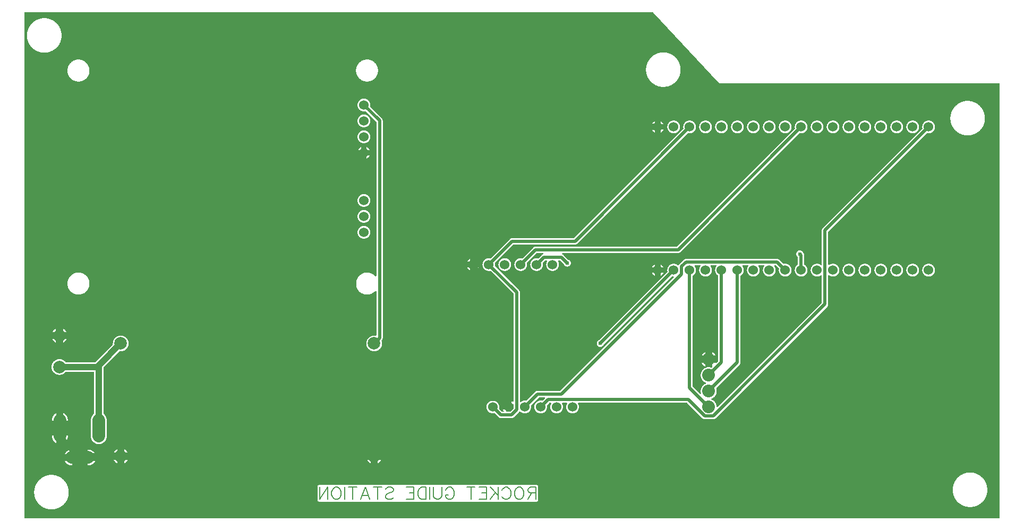
<source format=gbl>
G04 Layer: BottomLayer*
G04 EasyEDA v6.4.7, 2020-11-20T11:11:39--3:00*
G04 4594473581034ba9b9ea50e3a3b0936a,09237c92188f4bc9b643e288e8680b3c,10*
G04 Gerber Generator version 0.2*
G04 Scale: 100 percent, Rotated: No, Reflected: No *
G04 Dimensions in millimeters *
G04 leading zeros omitted , absolute positions ,3 integer and 3 decimal *
%FSLAX33Y33*%
%MOMM*%
G90*
D02*

%ADD11C,0.499999*%
%ADD12C,0.999998*%
%ADD13C,0.203200*%
%ADD14C,0.610006*%
%ADD15C,1.999996*%
%ADD16C,1.524000*%
%ADD17C,2.032000*%

%LPD*%
G36*
G01X100430Y81023D02*
G01X358Y81023D01*
G01X343Y81022D01*
G01X329Y81019D01*
G01X315Y81014D01*
G01X303Y81007D01*
G01X291Y80998D01*
G01X281Y80988D01*
G01X272Y80976D01*
G01X265Y80964D01*
G01X260Y80950D01*
G01X257Y80936D01*
G01X256Y80921D01*
G01X256Y358D01*
G01X257Y343D01*
G01X260Y329D01*
G01X265Y315D01*
G01X272Y303D01*
G01X281Y291D01*
G01X291Y281D01*
G01X303Y272D01*
G01X315Y265D01*
G01X329Y260D01*
G01X343Y257D01*
G01X358Y256D01*
G01X155641Y256D01*
G01X155655Y257D01*
G01X155669Y260D01*
G01X155683Y265D01*
G01X155695Y272D01*
G01X155707Y281D01*
G01X155717Y291D01*
G01X155726Y303D01*
G01X155733Y315D01*
G01X155738Y329D01*
G01X155741Y343D01*
G01X155742Y358D01*
G01X155742Y69618D01*
G01X155741Y69633D01*
G01X155738Y69647D01*
G01X155733Y69661D01*
G01X155726Y69673D01*
G01X155717Y69685D01*
G01X155707Y69695D01*
G01X155695Y69704D01*
G01X155683Y69711D01*
G01X155669Y69716D01*
G01X155655Y69719D01*
G01X155641Y69720D01*
G01X111125Y69720D01*
G01X111101Y69721D01*
G01X111078Y69724D01*
G01X111055Y69730D01*
G01X111033Y69737D01*
G01X111012Y69746D01*
G01X110991Y69758D01*
G01X110972Y69770D01*
G01X110954Y69785D01*
G01X110937Y69802D01*
G01X100505Y80990D01*
G01X100492Y81002D01*
G01X100478Y81011D01*
G01X100463Y81017D01*
G01X100447Y81021D01*
G01X100430Y81023D01*
G37*

%LPC*%
G36*
G01X4648Y7200D02*
G01X4572Y7201D01*
G01X4495Y7200D01*
G01X4420Y7197D01*
G01X4344Y7192D01*
G01X4268Y7184D01*
G01X4193Y7175D01*
G01X4118Y7163D01*
G01X4043Y7150D01*
G01X3969Y7134D01*
G01X3895Y7117D01*
G01X3821Y7097D01*
G01X3749Y7075D01*
G01X3676Y7052D01*
G01X3605Y7026D01*
G01X3534Y6998D01*
G01X3464Y6969D01*
G01X3395Y6937D01*
G01X3327Y6904D01*
G01X3259Y6869D01*
G01X3193Y6832D01*
G01X3128Y6793D01*
G01X3064Y6752D01*
G01X3001Y6710D01*
G01X2939Y6665D01*
G01X2878Y6620D01*
G01X2819Y6573D01*
G01X2761Y6523D01*
G01X2705Y6472D01*
G01X2649Y6420D01*
G01X2596Y6367D01*
G01X2544Y6311D01*
G01X2493Y6255D01*
G01X2443Y6197D01*
G01X2396Y6138D01*
G01X2351Y6077D01*
G01X2306Y6015D01*
G01X2264Y5952D01*
G01X2223Y5888D01*
G01X2184Y5823D01*
G01X2147Y5757D01*
G01X2112Y5689D01*
G01X2079Y5621D01*
G01X2047Y5552D01*
G01X2018Y5482D01*
G01X1990Y5411D01*
G01X1964Y5340D01*
G01X1941Y5267D01*
G01X1919Y5195D01*
G01X1899Y5121D01*
G01X1882Y5047D01*
G01X1866Y4973D01*
G01X1853Y4898D01*
G01X1841Y4823D01*
G01X1832Y4748D01*
G01X1824Y4672D01*
G01X1819Y4596D01*
G01X1816Y4521D01*
G01X1815Y4445D01*
G01X1816Y4368D01*
G01X1819Y4293D01*
G01X1824Y4217D01*
G01X1832Y4141D01*
G01X1841Y4066D01*
G01X1853Y3991D01*
G01X1866Y3916D01*
G01X1882Y3842D01*
G01X1899Y3768D01*
G01X1919Y3694D01*
G01X1941Y3622D01*
G01X1964Y3549D01*
G01X1990Y3478D01*
G01X2018Y3407D01*
G01X2047Y3337D01*
G01X2079Y3268D01*
G01X2112Y3200D01*
G01X2147Y3132D01*
G01X2184Y3066D01*
G01X2223Y3001D01*
G01X2264Y2937D01*
G01X2306Y2874D01*
G01X2351Y2812D01*
G01X2396Y2751D01*
G01X2443Y2692D01*
G01X2493Y2634D01*
G01X2544Y2578D01*
G01X2596Y2522D01*
G01X2649Y2469D01*
G01X2705Y2417D01*
G01X2761Y2366D01*
G01X2819Y2316D01*
G01X2878Y2269D01*
G01X2939Y2224D01*
G01X3001Y2179D01*
G01X3064Y2137D01*
G01X3128Y2096D01*
G01X3193Y2057D01*
G01X3259Y2020D01*
G01X3327Y1985D01*
G01X3395Y1952D01*
G01X3464Y1920D01*
G01X3534Y1891D01*
G01X3605Y1863D01*
G01X3676Y1837D01*
G01X3749Y1814D01*
G01X3821Y1792D01*
G01X3895Y1772D01*
G01X3969Y1755D01*
G01X4043Y1739D01*
G01X4118Y1726D01*
G01X4193Y1714D01*
G01X4268Y1705D01*
G01X4344Y1697D01*
G01X4420Y1692D01*
G01X4495Y1689D01*
G01X4572Y1688D01*
G01X4648Y1689D01*
G01X4723Y1692D01*
G01X4799Y1697D01*
G01X4875Y1705D01*
G01X4950Y1714D01*
G01X5025Y1726D01*
G01X5100Y1739D01*
G01X5174Y1755D01*
G01X5248Y1772D01*
G01X5322Y1792D01*
G01X5394Y1814D01*
G01X5467Y1837D01*
G01X5538Y1863D01*
G01X5609Y1891D01*
G01X5679Y1920D01*
G01X5748Y1952D01*
G01X5816Y1985D01*
G01X5884Y2020D01*
G01X5950Y2057D01*
G01X6015Y2096D01*
G01X6079Y2137D01*
G01X6142Y2179D01*
G01X6204Y2224D01*
G01X6265Y2269D01*
G01X6324Y2316D01*
G01X6382Y2366D01*
G01X6438Y2417D01*
G01X6494Y2469D01*
G01X6547Y2522D01*
G01X6599Y2578D01*
G01X6650Y2634D01*
G01X6700Y2692D01*
G01X6747Y2751D01*
G01X6792Y2812D01*
G01X6837Y2874D01*
G01X6879Y2937D01*
G01X6920Y3001D01*
G01X6959Y3066D01*
G01X6996Y3132D01*
G01X7031Y3200D01*
G01X7064Y3268D01*
G01X7096Y3337D01*
G01X7125Y3407D01*
G01X7153Y3478D01*
G01X7179Y3549D01*
G01X7202Y3622D01*
G01X7224Y3694D01*
G01X7244Y3768D01*
G01X7261Y3842D01*
G01X7277Y3916D01*
G01X7290Y3991D01*
G01X7302Y4066D01*
G01X7311Y4141D01*
G01X7319Y4217D01*
G01X7324Y4293D01*
G01X7327Y4368D01*
G01X7328Y4445D01*
G01X7327Y4521D01*
G01X7324Y4596D01*
G01X7319Y4672D01*
G01X7311Y4748D01*
G01X7302Y4823D01*
G01X7290Y4898D01*
G01X7277Y4973D01*
G01X7261Y5047D01*
G01X7244Y5121D01*
G01X7224Y5195D01*
G01X7202Y5267D01*
G01X7179Y5340D01*
G01X7153Y5411D01*
G01X7125Y5482D01*
G01X7096Y5552D01*
G01X7064Y5621D01*
G01X7031Y5689D01*
G01X6996Y5757D01*
G01X6959Y5823D01*
G01X6920Y5888D01*
G01X6879Y5952D01*
G01X6837Y6015D01*
G01X6792Y6077D01*
G01X6747Y6138D01*
G01X6700Y6197D01*
G01X6650Y6255D01*
G01X6599Y6311D01*
G01X6547Y6367D01*
G01X6494Y6420D01*
G01X6438Y6472D01*
G01X6382Y6523D01*
G01X6324Y6573D01*
G01X6265Y6620D01*
G01X6204Y6665D01*
G01X6142Y6710D01*
G01X6079Y6752D01*
G01X6015Y6793D01*
G01X5950Y6832D01*
G01X5884Y6869D01*
G01X5816Y6904D01*
G01X5748Y6937D01*
G01X5679Y6969D01*
G01X5609Y6998D01*
G01X5538Y7026D01*
G01X5467Y7052D01*
G01X5394Y7075D01*
G01X5322Y7097D01*
G01X5248Y7117D01*
G01X5174Y7134D01*
G01X5100Y7150D01*
G01X5025Y7163D01*
G01X4950Y7175D01*
G01X4875Y7184D01*
G01X4799Y7192D01*
G01X4723Y7197D01*
G01X4648Y7200D01*
G37*
G36*
G01X151079Y7581D02*
G01X151003Y7582D01*
G01X150926Y7581D01*
G01X150851Y7578D01*
G01X150775Y7573D01*
G01X150699Y7565D01*
G01X150624Y7556D01*
G01X150549Y7544D01*
G01X150474Y7531D01*
G01X150400Y7515D01*
G01X150326Y7498D01*
G01X150252Y7478D01*
G01X150180Y7456D01*
G01X150107Y7433D01*
G01X150036Y7407D01*
G01X149965Y7379D01*
G01X149895Y7350D01*
G01X149826Y7318D01*
G01X149758Y7285D01*
G01X149690Y7250D01*
G01X149624Y7213D01*
G01X149559Y7174D01*
G01X149495Y7133D01*
G01X149432Y7091D01*
G01X149370Y7046D01*
G01X149309Y7001D01*
G01X149250Y6954D01*
G01X149192Y6904D01*
G01X149136Y6853D01*
G01X149080Y6801D01*
G01X149027Y6748D01*
G01X148975Y6692D01*
G01X148924Y6636D01*
G01X148874Y6578D01*
G01X148827Y6519D01*
G01X148782Y6458D01*
G01X148737Y6396D01*
G01X148695Y6333D01*
G01X148654Y6269D01*
G01X148615Y6204D01*
G01X148578Y6138D01*
G01X148543Y6070D01*
G01X148510Y6002D01*
G01X148478Y5933D01*
G01X148449Y5863D01*
G01X148421Y5792D01*
G01X148395Y5721D01*
G01X148372Y5648D01*
G01X148350Y5576D01*
G01X148330Y5502D01*
G01X148313Y5428D01*
G01X148297Y5354D01*
G01X148284Y5279D01*
G01X148272Y5204D01*
G01X148263Y5129D01*
G01X148255Y5053D01*
G01X148250Y4977D01*
G01X148247Y4902D01*
G01X148246Y4826D01*
G01X148247Y4749D01*
G01X148250Y4674D01*
G01X148255Y4598D01*
G01X148263Y4522D01*
G01X148272Y4447D01*
G01X148284Y4372D01*
G01X148297Y4297D01*
G01X148313Y4223D01*
G01X148330Y4149D01*
G01X148350Y4075D01*
G01X148372Y4003D01*
G01X148395Y3930D01*
G01X148421Y3859D01*
G01X148449Y3788D01*
G01X148478Y3718D01*
G01X148510Y3649D01*
G01X148543Y3581D01*
G01X148578Y3513D01*
G01X148615Y3447D01*
G01X148654Y3382D01*
G01X148695Y3318D01*
G01X148737Y3255D01*
G01X148782Y3193D01*
G01X148827Y3132D01*
G01X148874Y3073D01*
G01X148924Y3015D01*
G01X148975Y2959D01*
G01X149027Y2903D01*
G01X149080Y2850D01*
G01X149136Y2798D01*
G01X149192Y2747D01*
G01X149250Y2697D01*
G01X149309Y2650D01*
G01X149370Y2605D01*
G01X149432Y2560D01*
G01X149495Y2518D01*
G01X149559Y2477D01*
G01X149624Y2438D01*
G01X149690Y2401D01*
G01X149758Y2366D01*
G01X149826Y2333D01*
G01X149895Y2301D01*
G01X149965Y2272D01*
G01X150036Y2244D01*
G01X150107Y2218D01*
G01X150180Y2195D01*
G01X150252Y2173D01*
G01X150326Y2153D01*
G01X150400Y2136D01*
G01X150474Y2120D01*
G01X150549Y2107D01*
G01X150624Y2095D01*
G01X150699Y2086D01*
G01X150775Y2078D01*
G01X150851Y2073D01*
G01X150926Y2070D01*
G01X151003Y2069D01*
G01X151079Y2070D01*
G01X151154Y2073D01*
G01X151230Y2078D01*
G01X151306Y2086D01*
G01X151381Y2095D01*
G01X151456Y2107D01*
G01X151531Y2120D01*
G01X151605Y2136D01*
G01X151679Y2153D01*
G01X151753Y2173D01*
G01X151825Y2195D01*
G01X151898Y2218D01*
G01X151969Y2244D01*
G01X152040Y2272D01*
G01X152110Y2301D01*
G01X152179Y2333D01*
G01X152247Y2366D01*
G01X152315Y2401D01*
G01X152381Y2438D01*
G01X152446Y2477D01*
G01X152510Y2518D01*
G01X152573Y2560D01*
G01X152635Y2605D01*
G01X152696Y2650D01*
G01X152755Y2697D01*
G01X152813Y2747D01*
G01X152869Y2798D01*
G01X152925Y2850D01*
G01X152978Y2903D01*
G01X153030Y2959D01*
G01X153081Y3015D01*
G01X153131Y3073D01*
G01X153178Y3132D01*
G01X153223Y3193D01*
G01X153268Y3255D01*
G01X153310Y3318D01*
G01X153351Y3382D01*
G01X153390Y3447D01*
G01X153427Y3513D01*
G01X153462Y3581D01*
G01X153495Y3649D01*
G01X153527Y3718D01*
G01X153556Y3788D01*
G01X153584Y3859D01*
G01X153610Y3930D01*
G01X153633Y4003D01*
G01X153655Y4075D01*
G01X153675Y4149D01*
G01X153692Y4223D01*
G01X153708Y4297D01*
G01X153721Y4372D01*
G01X153733Y4447D01*
G01X153742Y4522D01*
G01X153750Y4598D01*
G01X153755Y4674D01*
G01X153758Y4749D01*
G01X153759Y4826D01*
G01X153758Y4902D01*
G01X153755Y4977D01*
G01X153750Y5053D01*
G01X153742Y5129D01*
G01X153733Y5204D01*
G01X153721Y5279D01*
G01X153708Y5354D01*
G01X153692Y5428D01*
G01X153675Y5502D01*
G01X153655Y5576D01*
G01X153633Y5648D01*
G01X153610Y5721D01*
G01X153584Y5792D01*
G01X153556Y5863D01*
G01X153527Y5933D01*
G01X153495Y6002D01*
G01X153462Y6070D01*
G01X153427Y6138D01*
G01X153390Y6204D01*
G01X153351Y6269D01*
G01X153310Y6333D01*
G01X153268Y6396D01*
G01X153223Y6458D01*
G01X153178Y6519D01*
G01X153131Y6578D01*
G01X153081Y6636D01*
G01X153030Y6692D01*
G01X152978Y6748D01*
G01X152925Y6801D01*
G01X152869Y6853D01*
G01X152813Y6904D01*
G01X152755Y6954D01*
G01X152696Y7001D01*
G01X152635Y7046D01*
G01X152573Y7091D01*
G01X152510Y7133D01*
G01X152446Y7174D01*
G01X152381Y7213D01*
G01X152315Y7250D01*
G01X152247Y7285D01*
G01X152179Y7318D01*
G01X152110Y7350D01*
G01X152040Y7379D01*
G01X151969Y7407D01*
G01X151898Y7433D01*
G01X151825Y7456D01*
G01X151753Y7478D01*
G01X151679Y7498D01*
G01X151605Y7515D01*
G01X151531Y7531D01*
G01X151456Y7544D01*
G01X151381Y7556D01*
G01X151306Y7565D01*
G01X151230Y7573D01*
G01X151154Y7578D01*
G01X151079Y7581D01*
G37*
G36*
G01X81889Y5583D02*
G01X47234Y5583D01*
G01X47210Y5582D01*
G01X47187Y5579D01*
G01X47164Y5573D01*
G01X47141Y5566D01*
G01X47120Y5556D01*
G01X47099Y5545D01*
G01X47079Y5531D01*
G01X47062Y5516D01*
G01X47045Y5500D01*
G01X47030Y5481D01*
G01X47016Y5462D01*
G01X47005Y5441D01*
G01X46995Y5419D01*
G01X46987Y5397D01*
G01X46982Y5374D01*
G01X46979Y5350D01*
G01X46978Y5326D01*
G01X46978Y3184D01*
G01X46979Y3160D01*
G01X46982Y3136D01*
G01X46987Y3114D01*
G01X46995Y3091D01*
G01X47005Y3069D01*
G01X47016Y3049D01*
G01X47030Y3029D01*
G01X47045Y3011D01*
G01X47062Y2994D01*
G01X47079Y2979D01*
G01X47099Y2966D01*
G01X47120Y2954D01*
G01X47141Y2944D01*
G01X47164Y2937D01*
G01X47187Y2932D01*
G01X47210Y2928D01*
G01X47234Y2927D01*
G01X81889Y2927D01*
G01X81913Y2928D01*
G01X81936Y2932D01*
G01X81959Y2937D01*
G01X81982Y2944D01*
G01X82003Y2954D01*
G01X82024Y2966D01*
G01X82044Y2979D01*
G01X82062Y2994D01*
G01X82079Y3011D01*
G01X82094Y3029D01*
G01X82107Y3049D01*
G01X82119Y3069D01*
G01X82128Y3091D01*
G01X82136Y3114D01*
G01X82141Y3136D01*
G01X82145Y3160D01*
G01X82146Y3184D01*
G01X82146Y5326D01*
G01X82145Y5350D01*
G01X82141Y5374D01*
G01X82136Y5397D01*
G01X82128Y5419D01*
G01X82119Y5441D01*
G01X82107Y5462D01*
G01X82094Y5481D01*
G01X82079Y5500D01*
G01X82062Y5516D01*
G01X82044Y5531D01*
G01X82024Y5545D01*
G01X82003Y5556D01*
G01X81982Y5566D01*
G01X81959Y5573D01*
G01X81936Y5579D01*
G01X81913Y5582D01*
G01X81889Y5583D01*
G37*
G36*
G01X7903Y9405D02*
G01X6693Y9405D01*
G01X6718Y9359D01*
G01X6744Y9315D01*
G01X6771Y9272D01*
G01X6801Y9229D01*
G01X6832Y9188D01*
G01X6865Y9149D01*
G01X6899Y9110D01*
G01X6935Y9073D01*
G01X6972Y9038D01*
G01X7011Y9004D01*
G01X7051Y8972D01*
G01X7093Y8941D01*
G01X7135Y8913D01*
G01X7179Y8885D01*
G01X7269Y8837D01*
G01X7316Y8816D01*
G01X7364Y8796D01*
G01X7412Y8779D01*
G01X7462Y8763D01*
G01X7511Y8749D01*
G01X7561Y8738D01*
G01X7612Y8728D01*
G01X7663Y8721D01*
G01X7714Y8716D01*
G01X7765Y8713D01*
G01X7817Y8712D01*
G01X7903Y8712D01*
G01X7903Y9405D01*
G37*
G36*
G01X11540Y9405D02*
G01X10330Y9405D01*
G01X10330Y8712D01*
G01X10417Y8712D01*
G01X10468Y8713D01*
G01X10520Y8716D01*
G01X10570Y8721D01*
G01X10622Y8728D01*
G01X10672Y8738D01*
G01X10722Y8749D01*
G01X10772Y8763D01*
G01X10821Y8779D01*
G01X10870Y8796D01*
G01X10917Y8816D01*
G01X10964Y8837D01*
G01X11010Y8861D01*
G01X11055Y8885D01*
G01X11141Y8941D01*
G01X11183Y8972D01*
G01X11223Y9004D01*
G01X11261Y9038D01*
G01X11299Y9073D01*
G01X11335Y9110D01*
G01X11369Y9149D01*
G01X11402Y9188D01*
G01X11433Y9229D01*
G01X11463Y9272D01*
G01X11490Y9315D01*
G01X11516Y9359D01*
G01X11540Y9405D01*
G37*
G36*
G01X55451Y9614D02*
G01X54891Y9614D01*
G01X54916Y9566D01*
G01X54943Y9520D01*
G01X54972Y9475D01*
G01X55003Y9431D01*
G01X55036Y9388D01*
G01X55071Y9348D01*
G01X55107Y9308D01*
G01X55145Y9270D01*
G01X55185Y9234D01*
G01X55225Y9199D01*
G01X55268Y9166D01*
G01X55312Y9135D01*
G01X55357Y9106D01*
G01X55403Y9079D01*
G01X55451Y9054D01*
G01X55451Y9614D01*
G37*
G36*
G01X15050Y9614D02*
G01X14490Y9614D01*
G01X14515Y9566D01*
G01X14542Y9520D01*
G01X14571Y9475D01*
G01X14602Y9431D01*
G01X14635Y9388D01*
G01X14670Y9348D01*
G01X14706Y9308D01*
G01X14744Y9270D01*
G01X14783Y9234D01*
G01X14824Y9199D01*
G01X14867Y9166D01*
G01X14910Y9135D01*
G01X14956Y9106D01*
G01X15002Y9079D01*
G01X15050Y9054D01*
G01X15050Y9614D01*
G37*
G36*
G01X16736Y9614D02*
G01X16176Y9614D01*
G01X16176Y9054D01*
G01X16224Y9079D01*
G01X16270Y9106D01*
G01X16315Y9135D01*
G01X16359Y9166D01*
G01X16402Y9199D01*
G01X16442Y9234D01*
G01X16482Y9270D01*
G01X16520Y9308D01*
G01X16556Y9348D01*
G01X16591Y9388D01*
G01X16624Y9431D01*
G01X16655Y9475D01*
G01X16684Y9520D01*
G01X16711Y9566D01*
G01X16736Y9614D01*
G37*
G36*
G01X57137Y9614D02*
G01X56577Y9614D01*
G01X56577Y9054D01*
G01X56625Y9079D01*
G01X56671Y9106D01*
G01X56717Y9135D01*
G01X56760Y9166D01*
G01X56803Y9199D01*
G01X56844Y9234D01*
G01X56883Y9270D01*
G01X56921Y9308D01*
G01X56957Y9348D01*
G01X56992Y9388D01*
G01X57025Y9431D01*
G01X57056Y9475D01*
G01X57085Y9520D01*
G01X57112Y9566D01*
G01X57137Y9614D01*
G37*
G36*
G01X10417Y11225D02*
G01X10330Y11225D01*
G01X10330Y10532D01*
G01X11540Y10532D01*
G01X11516Y10577D01*
G01X11490Y10622D01*
G01X11463Y10665D01*
G01X11433Y10708D01*
G01X11402Y10748D01*
G01X11369Y10788D01*
G01X11335Y10827D01*
G01X11299Y10863D01*
G01X11261Y10899D01*
G01X11223Y10932D01*
G01X11183Y10965D01*
G01X11141Y10995D01*
G01X11098Y11024D01*
G01X11055Y11051D01*
G01X11010Y11076D01*
G01X10964Y11099D01*
G01X10917Y11121D01*
G01X10870Y11140D01*
G01X10821Y11158D01*
G01X10772Y11173D01*
G01X10722Y11187D01*
G01X10672Y11198D01*
G01X10622Y11208D01*
G01X10570Y11215D01*
G01X10520Y11221D01*
G01X10468Y11224D01*
G01X10417Y11225D01*
G37*
G36*
G01X7903Y11225D02*
G01X7817Y11225D01*
G01X7765Y11224D01*
G01X7714Y11221D01*
G01X7663Y11215D01*
G01X7612Y11208D01*
G01X7561Y11198D01*
G01X7511Y11187D01*
G01X7462Y11173D01*
G01X7412Y11158D01*
G01X7364Y11140D01*
G01X7316Y11121D01*
G01X7269Y11099D01*
G01X7224Y11076D01*
G01X7179Y11051D01*
G01X7135Y11024D01*
G01X7093Y10995D01*
G01X7051Y10965D01*
G01X7011Y10932D01*
G01X6972Y10899D01*
G01X6935Y10863D01*
G01X6899Y10827D01*
G01X6865Y10788D01*
G01X6832Y10748D01*
G01X6801Y10708D01*
G01X6771Y10665D01*
G01X6744Y10622D01*
G01X6718Y10577D01*
G01X6693Y10532D01*
G01X7903Y10532D01*
G01X7903Y11225D01*
G37*
G36*
G01X56625Y11275D02*
G01X56577Y11300D01*
G01X56577Y10741D01*
G01X57137Y10741D01*
G01X57112Y10788D01*
G01X57085Y10835D01*
G01X57056Y10880D01*
G01X57025Y10924D01*
G01X56992Y10966D01*
G01X56957Y11007D01*
G01X56921Y11046D01*
G01X56883Y11085D01*
G01X56844Y11121D01*
G01X56803Y11155D01*
G01X56760Y11188D01*
G01X56717Y11219D01*
G01X56671Y11248D01*
G01X56625Y11275D01*
G37*
G36*
G01X55451Y10741D02*
G01X55451Y11300D01*
G01X55403Y11275D01*
G01X55357Y11248D01*
G01X55312Y11219D01*
G01X55268Y11188D01*
G01X55225Y11155D01*
G01X55185Y11121D01*
G01X55145Y11085D01*
G01X55107Y11046D01*
G01X55071Y11007D01*
G01X55036Y10966D01*
G01X55003Y10924D01*
G01X54972Y10880D01*
G01X54943Y10835D01*
G01X54916Y10788D01*
G01X54891Y10741D01*
G01X55451Y10741D01*
G37*
G36*
G01X15050Y10741D02*
G01X15050Y11300D01*
G01X15002Y11275D01*
G01X14956Y11248D01*
G01X14910Y11219D01*
G01X14867Y11188D01*
G01X14824Y11155D01*
G01X14783Y11121D01*
G01X14744Y11085D01*
G01X14706Y11046D01*
G01X14670Y11007D01*
G01X14635Y10966D01*
G01X14602Y10924D01*
G01X14571Y10880D01*
G01X14542Y10835D01*
G01X14515Y10788D01*
G01X14490Y10741D01*
G01X15050Y10741D01*
G37*
G36*
G01X16224Y11275D02*
G01X16176Y11300D01*
G01X16176Y10741D01*
G01X16736Y10741D01*
G01X16711Y10788D01*
G01X16684Y10835D01*
G01X16655Y10880D01*
G01X16624Y10924D01*
G01X16591Y10966D01*
G01X16556Y11007D01*
G01X16520Y11046D01*
G01X16482Y11085D01*
G01X16442Y11121D01*
G01X16402Y11155D01*
G01X16359Y11188D01*
G01X16315Y11219D01*
G01X16270Y11248D01*
G01X16224Y11275D01*
G37*
G36*
G01X15664Y29431D02*
G01X15613Y29432D01*
G01X15562Y29431D01*
G01X15512Y29428D01*
G01X15461Y29423D01*
G01X15411Y29416D01*
G01X15361Y29407D01*
G01X15312Y29396D01*
G01X15263Y29383D01*
G01X15167Y29351D01*
G01X15120Y29332D01*
G01X15074Y29311D01*
G01X15029Y29288D01*
G01X14984Y29264D01*
G01X14941Y29238D01*
G01X14899Y29210D01*
G01X14858Y29180D01*
G01X14818Y29149D01*
G01X14780Y29116D01*
G01X14743Y29082D01*
G01X14707Y29046D01*
G01X14673Y29009D01*
G01X14640Y28970D01*
G01X14609Y28931D01*
G01X14579Y28889D01*
G01X14551Y28847D01*
G01X14525Y28804D01*
G01X14500Y28759D01*
G01X14478Y28714D01*
G01X14457Y28668D01*
G01X14438Y28621D01*
G01X14421Y28573D01*
G01X14406Y28525D01*
G01X14393Y28476D01*
G01X14381Y28427D01*
G01X14373Y28377D01*
G01X14366Y28327D01*
G01X14361Y28277D01*
G01X14358Y28227D01*
G01X14357Y28176D01*
G01X14358Y28112D01*
G01X14363Y28048D01*
G01X14363Y28038D01*
G01X14362Y28022D01*
G01X14358Y28007D01*
G01X14352Y27992D01*
G01X14344Y27979D01*
G01X14334Y27966D01*
G01X11574Y25206D01*
G01X11562Y25196D01*
G01X11548Y25187D01*
G01X11533Y25181D01*
G01X11517Y25177D01*
G01X11501Y25175D01*
G01X6894Y25175D01*
G01X6879Y25176D01*
G01X6865Y25180D01*
G01X6850Y25186D01*
G01X6838Y25193D01*
G01X6825Y25202D01*
G01X6815Y25213D01*
G01X6783Y25252D01*
G01X6748Y25289D01*
G01X6713Y25325D01*
G01X6675Y25359D01*
G01X6637Y25392D01*
G01X6597Y25423D01*
G01X6556Y25453D01*
G01X6514Y25481D01*
G01X6470Y25507D01*
G01X6426Y25532D01*
G01X6380Y25554D01*
G01X6334Y25575D01*
G01X6288Y25594D01*
G01X6240Y25611D01*
G01X6192Y25626D01*
G01X6142Y25639D01*
G01X6093Y25650D01*
G01X6043Y25659D01*
G01X5993Y25666D01*
G01X5943Y25671D01*
G01X5892Y25674D01*
G01X5842Y25675D01*
G01X5791Y25674D01*
G01X5740Y25671D01*
G01X5690Y25666D01*
G01X5640Y25659D01*
G01X5590Y25650D01*
G01X5541Y25639D01*
G01X5492Y25626D01*
G01X5444Y25611D01*
G01X5396Y25594D01*
G01X5349Y25575D01*
G01X5303Y25554D01*
G01X5258Y25532D01*
G01X5213Y25507D01*
G01X5170Y25481D01*
G01X5128Y25453D01*
G01X5087Y25423D01*
G01X5047Y25392D01*
G01X5008Y25359D01*
G01X4971Y25325D01*
G01X4935Y25289D01*
G01X4901Y25252D01*
G01X4868Y25214D01*
G01X4837Y25174D01*
G01X4807Y25133D01*
G01X4779Y25091D01*
G01X4753Y25047D01*
G01X4729Y25003D01*
G01X4706Y24958D01*
G01X4685Y24912D01*
G01X4666Y24865D01*
G01X4634Y24769D01*
G01X4621Y24720D01*
G01X4610Y24671D01*
G01X4601Y24621D01*
G01X4594Y24570D01*
G01X4589Y24520D01*
G01X4586Y24470D01*
G01X4585Y24419D01*
G01X4586Y24368D01*
G01X4589Y24318D01*
G01X4594Y24268D01*
G01X4601Y24217D01*
G01X4610Y24168D01*
G01X4621Y24118D01*
G01X4634Y24070D01*
G01X4650Y24021D01*
G01X4666Y23974D01*
G01X4685Y23926D01*
G01X4706Y23881D01*
G01X4729Y23835D01*
G01X4753Y23791D01*
G01X4779Y23747D01*
G01X4807Y23705D01*
G01X4837Y23664D01*
G01X4868Y23625D01*
G01X4901Y23586D01*
G01X4935Y23549D01*
G01X4971Y23513D01*
G01X5008Y23479D01*
G01X5047Y23446D01*
G01X5087Y23415D01*
G01X5128Y23385D01*
G01X5170Y23357D01*
G01X5213Y23331D01*
G01X5258Y23307D01*
G01X5303Y23284D01*
G01X5349Y23263D01*
G01X5396Y23244D01*
G01X5444Y23227D01*
G01X5492Y23212D01*
G01X5541Y23199D01*
G01X5590Y23188D01*
G01X5640Y23179D01*
G01X5690Y23172D01*
G01X5740Y23167D01*
G01X5791Y23164D01*
G01X5842Y23162D01*
G01X5892Y23164D01*
G01X5943Y23167D01*
G01X5993Y23172D01*
G01X6043Y23179D01*
G01X6093Y23188D01*
G01X6142Y23199D01*
G01X6192Y23212D01*
G01X6240Y23227D01*
G01X6288Y23245D01*
G01X6334Y23263D01*
G01X6380Y23284D01*
G01X6426Y23307D01*
G01X6470Y23331D01*
G01X6514Y23357D01*
G01X6556Y23385D01*
G01X6597Y23415D01*
G01X6637Y23446D01*
G01X6675Y23479D01*
G01X6713Y23513D01*
G01X6748Y23549D01*
G01X6783Y23586D01*
G01X6815Y23625D01*
G01X6825Y23636D01*
G01X6838Y23645D01*
G01X6850Y23652D01*
G01X6865Y23658D01*
G01X6879Y23662D01*
G01X6894Y23663D01*
G01X11257Y23663D01*
G01X11272Y23662D01*
G01X11286Y23659D01*
G01X11299Y23654D01*
G01X11312Y23646D01*
G01X11324Y23638D01*
G01X11334Y23628D01*
G01X11343Y23616D01*
G01X11350Y23603D01*
G01X11355Y23589D01*
G01X11358Y23575D01*
G01X11359Y23561D01*
G01X11359Y17021D01*
G01X11358Y17005D01*
G01X11354Y16991D01*
G01X11349Y16977D01*
G01X11342Y16964D01*
G01X11332Y16952D01*
G01X11321Y16942D01*
G01X11283Y16909D01*
G01X11246Y16875D01*
G01X11210Y16839D01*
G01X11176Y16802D01*
G01X11143Y16763D01*
G01X11111Y16723D01*
G01X11082Y16682D01*
G01X11054Y16640D01*
G01X11028Y16597D01*
G01X11004Y16552D01*
G01X10981Y16507D01*
G01X10960Y16461D01*
G01X10941Y16414D01*
G01X10909Y16318D01*
G01X10896Y16269D01*
G01X10885Y16220D01*
G01X10876Y16170D01*
G01X10869Y16120D01*
G01X10864Y16070D01*
G01X10861Y16019D01*
G01X10860Y15968D01*
G01X10860Y13369D01*
G01X10861Y13318D01*
G01X10864Y13267D01*
G01X10869Y13217D01*
G01X10876Y13167D01*
G01X10885Y13117D01*
G01X10896Y13068D01*
G01X10909Y13019D01*
G01X10941Y12923D01*
G01X10961Y12876D01*
G01X10981Y12830D01*
G01X11004Y12785D01*
G01X11028Y12740D01*
G01X11055Y12697D01*
G01X11082Y12655D01*
G01X11112Y12614D01*
G01X11143Y12574D01*
G01X11176Y12535D01*
G01X11210Y12498D01*
G01X11246Y12462D01*
G01X11283Y12428D01*
G01X11322Y12395D01*
G01X11361Y12364D01*
G01X11403Y12335D01*
G01X11445Y12307D01*
G01X11488Y12280D01*
G01X11533Y12256D01*
G01X11578Y12234D01*
G01X11624Y12213D01*
G01X11671Y12194D01*
G01X11719Y12177D01*
G01X11767Y12162D01*
G01X11816Y12149D01*
G01X11865Y12138D01*
G01X11915Y12129D01*
G01X11965Y12121D01*
G01X12015Y12116D01*
G01X12066Y12113D01*
G01X12116Y12112D01*
G01X12167Y12113D01*
G01X12217Y12116D01*
G01X12268Y12121D01*
G01X12318Y12129D01*
G01X12368Y12138D01*
G01X12417Y12149D01*
G01X12466Y12162D01*
G01X12514Y12177D01*
G01X12562Y12194D01*
G01X12609Y12213D01*
G01X12655Y12234D01*
G01X12701Y12256D01*
G01X12745Y12280D01*
G01X12788Y12307D01*
G01X12830Y12335D01*
G01X12871Y12364D01*
G01X12911Y12395D01*
G01X12949Y12428D01*
G01X12987Y12462D01*
G01X13023Y12498D01*
G01X13057Y12535D01*
G01X13090Y12574D01*
G01X13121Y12614D01*
G01X13151Y12655D01*
G01X13179Y12697D01*
G01X13204Y12740D01*
G01X13229Y12785D01*
G01X13252Y12830D01*
G01X13273Y12876D01*
G01X13291Y12923D01*
G01X13308Y12971D01*
G01X13323Y13019D01*
G01X13337Y13068D01*
G01X13348Y13117D01*
G01X13357Y13167D01*
G01X13364Y13217D01*
G01X13369Y13267D01*
G01X13372Y13318D01*
G01X13373Y13369D01*
G01X13373Y15968D01*
G01X13372Y16019D01*
G01X13369Y16070D01*
G01X13363Y16120D01*
G01X13356Y16171D01*
G01X13347Y16220D01*
G01X13336Y16270D01*
G01X13323Y16319D01*
G01X13308Y16367D01*
G01X13291Y16415D01*
G01X13272Y16462D01*
G01X13251Y16508D01*
G01X13228Y16554D01*
G01X13204Y16598D01*
G01X13178Y16642D01*
G01X13150Y16684D01*
G01X13120Y16725D01*
G01X13089Y16765D01*
G01X13056Y16803D01*
G01X13021Y16840D01*
G01X12986Y16876D01*
G01X12948Y16911D01*
G01X12909Y16943D01*
G01X12899Y16953D01*
G01X12889Y16966D01*
G01X12882Y16978D01*
G01X12876Y16993D01*
G01X12873Y17007D01*
G01X12872Y17022D01*
G01X12872Y24323D01*
G01X12873Y24339D01*
G01X12877Y24354D01*
G01X12883Y24369D01*
G01X12891Y24382D01*
G01X12902Y24395D01*
G01X15404Y26897D01*
G01X15416Y26907D01*
G01X15429Y26915D01*
G01X15444Y26921D01*
G01X15459Y26925D01*
G01X15475Y26926D01*
G01X15485Y26926D01*
G01X15549Y26921D01*
G01X15613Y26919D01*
G01X15664Y26920D01*
G01X15714Y26924D01*
G01X15764Y26929D01*
G01X15815Y26936D01*
G01X15864Y26944D01*
G01X15914Y26956D01*
G01X15962Y26969D01*
G01X16011Y26984D01*
G01X16058Y27001D01*
G01X16106Y27020D01*
G01X16151Y27040D01*
G01X16197Y27063D01*
G01X16241Y27088D01*
G01X16284Y27113D01*
G01X16327Y27141D01*
G01X16368Y27171D01*
G01X16407Y27202D01*
G01X16446Y27235D01*
G01X16483Y27269D01*
G01X16519Y27306D01*
G01X16553Y27343D01*
G01X16586Y27381D01*
G01X16617Y27421D01*
G01X16647Y27462D01*
G01X16675Y27504D01*
G01X16701Y27547D01*
G01X16725Y27592D01*
G01X16748Y27637D01*
G01X16769Y27683D01*
G01X16788Y27730D01*
G01X16805Y27778D01*
G01X16820Y27826D01*
G01X16833Y27875D01*
G01X16844Y27924D01*
G01X16853Y27974D01*
G01X16860Y28024D01*
G01X16865Y28075D01*
G01X16868Y28125D01*
G01X16870Y28176D01*
G01X16868Y28227D01*
G01X16865Y28277D01*
G01X16860Y28327D01*
G01X16853Y28377D01*
G01X16844Y28427D01*
G01X16833Y28476D01*
G01X16820Y28525D01*
G01X16805Y28573D01*
G01X16788Y28621D01*
G01X16769Y28668D01*
G01X16748Y28714D01*
G01X16725Y28759D01*
G01X16701Y28804D01*
G01X16675Y28847D01*
G01X16647Y28889D01*
G01X16617Y28931D01*
G01X16586Y28970D01*
G01X16553Y29009D01*
G01X16519Y29046D01*
G01X16483Y29082D01*
G01X16446Y29116D01*
G01X16407Y29149D01*
G01X16368Y29180D01*
G01X16327Y29210D01*
G01X16284Y29238D01*
G01X16241Y29264D01*
G01X16197Y29288D01*
G01X16151Y29311D01*
G01X16106Y29332D01*
G01X16058Y29351D01*
G01X16011Y29367D01*
G01X15962Y29383D01*
G01X15914Y29396D01*
G01X15864Y29407D01*
G01X15815Y29416D01*
G01X15764Y29423D01*
G01X15714Y29428D01*
G01X15664Y29431D01*
G37*
G36*
G01X5353Y13455D02*
G01X4660Y13455D01*
G01X4660Y13369D01*
G01X4661Y13317D01*
G01X4664Y13266D01*
G01X4670Y13215D01*
G01X4677Y13164D01*
G01X4686Y13113D01*
G01X4698Y13063D01*
G01X4711Y13013D01*
G01X4727Y12964D01*
G01X4745Y12916D01*
G01X4764Y12868D01*
G01X4785Y12821D01*
G01X4809Y12776D01*
G01X4834Y12731D01*
G01X4861Y12687D01*
G01X4890Y12645D01*
G01X4920Y12603D01*
G01X4953Y12563D01*
G01X4987Y12524D01*
G01X5022Y12487D01*
G01X5059Y12451D01*
G01X5097Y12417D01*
G01X5136Y12384D01*
G01X5178Y12353D01*
G01X5220Y12323D01*
G01X5263Y12296D01*
G01X5308Y12270D01*
G01X5353Y12246D01*
G01X5353Y13455D01*
G37*
G36*
G01X7173Y13455D02*
G01X6480Y13455D01*
G01X6480Y12246D01*
G01X6526Y12270D01*
G01X6570Y12296D01*
G01X6614Y12323D01*
G01X6656Y12353D01*
G01X6697Y12384D01*
G01X6737Y12417D01*
G01X6775Y12451D01*
G01X6812Y12487D01*
G01X6847Y12524D01*
G01X6881Y12563D01*
G01X6913Y12603D01*
G01X6943Y12645D01*
G01X6972Y12687D01*
G01X6999Y12731D01*
G01X7025Y12776D01*
G01X7048Y12821D01*
G01X7069Y12868D01*
G01X7089Y12916D01*
G01X7106Y12964D01*
G01X7122Y13013D01*
G01X7135Y13063D01*
G01X7147Y13113D01*
G01X7156Y13164D01*
G01X7164Y13215D01*
G01X7169Y13266D01*
G01X7172Y13317D01*
G01X7173Y13369D01*
G01X7173Y13455D01*
G37*
G36*
G01X5353Y15882D02*
G01X5353Y17092D01*
G01X5308Y17068D01*
G01X5263Y17042D01*
G01X5220Y17014D01*
G01X5178Y16985D01*
G01X5136Y16954D01*
G01X5097Y16921D01*
G01X5059Y16886D01*
G01X5022Y16851D01*
G01X4987Y16813D01*
G01X4953Y16775D01*
G01X4920Y16735D01*
G01X4890Y16693D01*
G01X4861Y16650D01*
G01X4834Y16607D01*
G01X4809Y16562D01*
G01X4785Y16516D01*
G01X4764Y16469D01*
G01X4745Y16422D01*
G01X4727Y16373D01*
G01X4711Y16324D01*
G01X4698Y16274D01*
G01X4686Y16224D01*
G01X4677Y16174D01*
G01X4670Y16123D01*
G01X4664Y16072D01*
G01X4661Y16020D01*
G01X4660Y15968D01*
G01X4660Y15882D01*
G01X5353Y15882D01*
G37*
G36*
G01X6526Y17068D02*
G01X6480Y17092D01*
G01X6480Y15882D01*
G01X7173Y15882D01*
G01X7173Y15969D01*
G01X7172Y16020D01*
G01X7169Y16072D01*
G01X7164Y16123D01*
G01X7156Y16174D01*
G01X7147Y16224D01*
G01X7135Y16274D01*
G01X7122Y16324D01*
G01X7106Y16373D01*
G01X7089Y16422D01*
G01X7069Y16469D01*
G01X7048Y16516D01*
G01X7025Y16562D01*
G01X6999Y16607D01*
G01X6972Y16650D01*
G01X6943Y16693D01*
G01X6913Y16735D01*
G01X6881Y16775D01*
G01X6847Y16813D01*
G01X6812Y16851D01*
G01X6775Y16886D01*
G01X6737Y16921D01*
G01X6697Y16954D01*
G01X6656Y16985D01*
G01X6614Y17014D01*
G01X6570Y17042D01*
G01X6526Y17068D01*
G37*
G36*
G01X106344Y63755D02*
G01X106299Y63756D01*
G01X106253Y63755D01*
G01X106207Y63752D01*
G01X106162Y63747D01*
G01X106117Y63740D01*
G01X106072Y63731D01*
G01X106027Y63719D01*
G01X105984Y63706D01*
G01X105940Y63691D01*
G01X105898Y63674D01*
G01X105857Y63655D01*
G01X105816Y63635D01*
G01X105776Y63612D01*
G01X105737Y63587D01*
G01X105700Y63561D01*
G01X105664Y63534D01*
G01X105628Y63505D01*
G01X105594Y63474D01*
G01X105562Y63442D01*
G01X105531Y63408D01*
G01X105502Y63373D01*
G01X105475Y63336D01*
G01X105449Y63299D01*
G01X105424Y63260D01*
G01X105401Y63220D01*
G01X105381Y63179D01*
G01X105362Y63138D01*
G01X105345Y63096D01*
G01X105330Y63052D01*
G01X105317Y63008D01*
G01X105305Y62964D01*
G01X105296Y62919D01*
G01X105289Y62874D01*
G01X105284Y62829D01*
G01X105281Y62783D01*
G01X105280Y62738D01*
G01X105281Y62684D01*
G01X105286Y62630D01*
G01X105293Y62576D01*
G01X105303Y62524D01*
G01X105305Y62502D01*
G01X105304Y62487D01*
G01X105300Y62471D01*
G01X105294Y62456D01*
G01X105286Y62442D01*
G01X105275Y62431D01*
G01X87859Y45014D01*
G01X87846Y45003D01*
G01X87833Y44995D01*
G01X87818Y44989D01*
G01X87802Y44985D01*
G01X87786Y44984D01*
G01X78008Y44984D01*
G01X77975Y44983D01*
G01X77942Y44980D01*
G01X77909Y44974D01*
G01X77877Y44967D01*
G01X77845Y44957D01*
G01X77814Y44945D01*
G01X77784Y44932D01*
G01X77754Y44916D01*
G01X77727Y44899D01*
G01X77700Y44879D01*
G01X77674Y44858D01*
G01X77650Y44836D01*
G01X74604Y41790D01*
G01X74592Y41779D01*
G01X74578Y41771D01*
G01X74564Y41765D01*
G01X74548Y41761D01*
G01X74532Y41760D01*
G01X74511Y41762D01*
G01X74458Y41772D01*
G01X74405Y41779D01*
G01X74351Y41784D01*
G01X74297Y41785D01*
G01X74251Y41784D01*
G01X74206Y41781D01*
G01X74160Y41776D01*
G01X74115Y41769D01*
G01X74070Y41760D01*
G01X74026Y41748D01*
G01X73982Y41735D01*
G01X73939Y41720D01*
G01X73897Y41703D01*
G01X73855Y41684D01*
G01X73814Y41664D01*
G01X73775Y41641D01*
G01X73736Y41616D01*
G01X73698Y41590D01*
G01X73662Y41563D01*
G01X73627Y41534D01*
G01X73593Y41503D01*
G01X73561Y41471D01*
G01X73530Y41437D01*
G01X73500Y41402D01*
G01X73473Y41365D01*
G01X73447Y41328D01*
G01X73423Y41289D01*
G01X73400Y41249D01*
G01X73360Y41167D01*
G01X73344Y41125D01*
G01X73328Y41081D01*
G01X73315Y41037D01*
G01X73304Y40993D01*
G01X73295Y40948D01*
G01X73288Y40903D01*
G01X73283Y40858D01*
G01X73280Y40812D01*
G01X73279Y40767D01*
G01X73280Y40721D01*
G01X73283Y40675D01*
G01X73288Y40630D01*
G01X73295Y40585D01*
G01X73304Y40540D01*
G01X73315Y40496D01*
G01X73328Y40452D01*
G01X73344Y40408D01*
G01X73360Y40366D01*
G01X73400Y40284D01*
G01X73423Y40244D01*
G01X73447Y40205D01*
G01X73473Y40168D01*
G01X73500Y40132D01*
G01X73530Y40096D01*
G01X73561Y40062D01*
G01X73593Y40030D01*
G01X73627Y39999D01*
G01X73662Y39970D01*
G01X73698Y39943D01*
G01X73736Y39917D01*
G01X73775Y39892D01*
G01X73814Y39869D01*
G01X73855Y39849D01*
G01X73897Y39830D01*
G01X73939Y39813D01*
G01X73982Y39798D01*
G01X74026Y39785D01*
G01X74070Y39773D01*
G01X74115Y39764D01*
G01X74160Y39757D01*
G01X74206Y39752D01*
G01X74251Y39749D01*
G01X74297Y39748D01*
G01X74351Y39749D01*
G01X74405Y39754D01*
G01X74458Y39761D01*
G01X74511Y39771D01*
G01X74532Y39773D01*
G01X74548Y39772D01*
G01X74564Y39768D01*
G01X74578Y39762D01*
G01X74592Y39754D01*
G01X74604Y39743D01*
G01X78203Y36144D01*
G01X78214Y36132D01*
G01X78222Y36118D01*
G01X78228Y36104D01*
G01X78232Y36088D01*
G01X78233Y36072D01*
G01X78233Y18937D01*
G01X78232Y18923D01*
G01X78229Y18909D01*
G01X78224Y18895D01*
G01X78217Y18882D01*
G01X78208Y18871D01*
G01X78198Y18861D01*
G01X78186Y18852D01*
G01X78174Y18845D01*
G01X78160Y18840D01*
G01X78146Y18837D01*
G01X78131Y18836D01*
G01X78115Y18837D01*
G01X78100Y18841D01*
G01X78085Y18847D01*
G01X78071Y18855D01*
G01X78034Y18881D01*
G01X77995Y18906D01*
G01X77955Y18929D01*
G01X77914Y18950D01*
G01X77914Y18478D01*
G01X78131Y18478D01*
G01X78146Y18477D01*
G01X78160Y18474D01*
G01X78174Y18469D01*
G01X78186Y18462D01*
G01X78198Y18453D01*
G01X78208Y18443D01*
G01X78217Y18431D01*
G01X78224Y18419D01*
G01X78229Y18405D01*
G01X78232Y18391D01*
G01X78233Y18376D01*
G01X78233Y17844D01*
G01X78232Y17828D01*
G01X78228Y17813D01*
G01X78222Y17798D01*
G01X78214Y17784D01*
G01X78203Y17772D01*
G01X78049Y17618D01*
G01X78037Y17608D01*
G01X78024Y17600D01*
G01X78009Y17594D01*
G01X77993Y17590D01*
G01X77978Y17589D01*
G01X77914Y17589D01*
G01X77914Y17526D01*
G01X77913Y17510D01*
G01X77909Y17495D01*
G01X77903Y17480D01*
G01X77895Y17466D01*
G01X77884Y17454D01*
G01X77706Y17277D01*
G01X77695Y17266D01*
G01X77681Y17258D01*
G01X77666Y17252D01*
G01X77650Y17249D01*
G01X77635Y17247D01*
G01X77127Y17247D01*
G01X77112Y17248D01*
G01X77098Y17251D01*
G01X77084Y17256D01*
G01X77072Y17263D01*
G01X77060Y17272D01*
G01X77050Y17282D01*
G01X77041Y17294D01*
G01X77034Y17307D01*
G01X77029Y17320D01*
G01X77026Y17334D01*
G01X77025Y17349D01*
G01X77025Y17589D01*
G01X76553Y17589D01*
G01X76577Y17542D01*
G01X76604Y17497D01*
G01X76632Y17453D01*
G01X76663Y17411D01*
G01X76672Y17397D01*
G01X76679Y17382D01*
G01X76683Y17365D01*
G01X76685Y17349D01*
G01X76684Y17334D01*
G01X76681Y17320D01*
G01X76675Y17307D01*
G01X76668Y17294D01*
G01X76660Y17282D01*
G01X76650Y17272D01*
G01X76638Y17263D01*
G01X76625Y17256D01*
G01X76611Y17251D01*
G01X76597Y17248D01*
G01X76583Y17247D01*
G01X76474Y17247D01*
G01X76459Y17249D01*
G01X76443Y17252D01*
G01X76428Y17258D01*
G01X76414Y17266D01*
G01X76402Y17277D01*
G01X75953Y17727D01*
G01X75942Y17739D01*
G01X75934Y17752D01*
G01X75928Y17767D01*
G01X75924Y17783D01*
G01X75923Y17798D01*
G01X75925Y17820D01*
G01X75935Y17872D01*
G01X75942Y17926D01*
G01X75947Y17980D01*
G01X75948Y18034D01*
G01X75947Y18079D01*
G01X75944Y18125D01*
G01X75939Y18170D01*
G01X75932Y18215D01*
G01X75923Y18260D01*
G01X75911Y18304D01*
G01X75898Y18348D01*
G01X75883Y18392D01*
G01X75866Y18434D01*
G01X75847Y18475D01*
G01X75827Y18516D01*
G01X75804Y18556D01*
G01X75779Y18595D01*
G01X75753Y18632D01*
G01X75726Y18669D01*
G01X75697Y18704D01*
G01X75666Y18738D01*
G01X75634Y18770D01*
G01X75600Y18801D01*
G01X75565Y18830D01*
G01X75528Y18857D01*
G01X75491Y18883D01*
G01X75452Y18908D01*
G01X75412Y18931D01*
G01X75371Y18951D01*
G01X75330Y18970D01*
G01X75288Y18987D01*
G01X75244Y19002D01*
G01X75200Y19015D01*
G01X75156Y19027D01*
G01X75111Y19036D01*
G01X75066Y19043D01*
G01X75021Y19048D01*
G01X74975Y19051D01*
G01X74930Y19052D01*
G01X74884Y19051D01*
G01X74838Y19048D01*
G01X74793Y19043D01*
G01X74748Y19036D01*
G01X74703Y19027D01*
G01X74659Y19015D01*
G01X74615Y19002D01*
G01X74571Y18987D01*
G01X74529Y18970D01*
G01X74488Y18951D01*
G01X74447Y18931D01*
G01X74407Y18908D01*
G01X74368Y18883D01*
G01X74331Y18857D01*
G01X74295Y18830D01*
G01X74259Y18801D01*
G01X74225Y18770D01*
G01X74193Y18738D01*
G01X74162Y18704D01*
G01X74133Y18669D01*
G01X74106Y18632D01*
G01X74080Y18595D01*
G01X74055Y18556D01*
G01X74032Y18516D01*
G01X74012Y18475D01*
G01X73993Y18434D01*
G01X73976Y18392D01*
G01X73961Y18348D01*
G01X73948Y18304D01*
G01X73936Y18260D01*
G01X73927Y18215D01*
G01X73920Y18170D01*
G01X73915Y18125D01*
G01X73912Y18079D01*
G01X73911Y18034D01*
G01X73912Y17988D01*
G01X73915Y17942D01*
G01X73920Y17897D01*
G01X73927Y17852D01*
G01X73936Y17807D01*
G01X73948Y17763D01*
G01X73961Y17719D01*
G01X73976Y17675D01*
G01X73993Y17633D01*
G01X74012Y17592D01*
G01X74032Y17551D01*
G01X74055Y17511D01*
G01X74080Y17472D01*
G01X74106Y17435D01*
G01X74133Y17399D01*
G01X74162Y17363D01*
G01X74193Y17329D01*
G01X74225Y17297D01*
G01X74259Y17266D01*
G01X74295Y17237D01*
G01X74331Y17210D01*
G01X74368Y17184D01*
G01X74407Y17159D01*
G01X74447Y17136D01*
G01X74488Y17116D01*
G01X74529Y17097D01*
G01X74571Y17080D01*
G01X74615Y17065D01*
G01X74659Y17052D01*
G01X74703Y17040D01*
G01X74748Y17031D01*
G01X74793Y17024D01*
G01X74838Y17019D01*
G01X74884Y17016D01*
G01X74930Y17015D01*
G01X74983Y17016D01*
G01X75037Y17021D01*
G01X75091Y17028D01*
G01X75143Y17038D01*
G01X75165Y17040D01*
G01X75180Y17039D01*
G01X75196Y17035D01*
G01X75211Y17029D01*
G01X75224Y17021D01*
G01X75236Y17010D01*
G01X75864Y16383D01*
G01X75889Y16360D01*
G01X75914Y16339D01*
G01X75941Y16320D01*
G01X75969Y16302D01*
G01X75998Y16286D01*
G01X76028Y16273D01*
G01X76059Y16261D01*
G01X76091Y16251D01*
G01X76123Y16244D01*
G01X76156Y16238D01*
G01X76189Y16235D01*
G01X76222Y16234D01*
G01X77886Y16234D01*
G01X77919Y16235D01*
G01X77952Y16238D01*
G01X77985Y16244D01*
G01X78017Y16251D01*
G01X78049Y16261D01*
G01X78080Y16272D01*
G01X78110Y16286D01*
G01X78139Y16302D01*
G01X78167Y16319D01*
G01X78194Y16338D01*
G01X78219Y16359D01*
G01X78244Y16382D01*
G01X79097Y17233D01*
G01X79123Y17261D01*
G01X79147Y17291D01*
G01X79169Y17313D01*
G01X79183Y17321D01*
G01X79198Y17327D01*
G01X79213Y17330D01*
G01X79229Y17332D01*
G01X79244Y17331D01*
G01X79260Y17327D01*
G01X79274Y17321D01*
G01X79288Y17313D01*
G01X79299Y17303D01*
G01X79333Y17272D01*
G01X79368Y17242D01*
G01X79405Y17214D01*
G01X79443Y17187D01*
G01X79482Y17162D01*
G01X79522Y17139D01*
G01X79563Y17118D01*
G01X79605Y17099D01*
G01X79648Y17082D01*
G01X79691Y17066D01*
G01X79736Y17053D01*
G01X79780Y17041D01*
G01X79826Y17032D01*
G01X79871Y17025D01*
G01X79917Y17019D01*
G01X79963Y17016D01*
G01X80010Y17015D01*
G01X80055Y17016D01*
G01X80101Y17019D01*
G01X80146Y17024D01*
G01X80191Y17031D01*
G01X80236Y17040D01*
G01X80280Y17052D01*
G01X80324Y17065D01*
G01X80368Y17080D01*
G01X80410Y17097D01*
G01X80451Y17116D01*
G01X80492Y17136D01*
G01X80532Y17159D01*
G01X80571Y17184D01*
G01X80608Y17210D01*
G01X80645Y17237D01*
G01X80680Y17266D01*
G01X80714Y17297D01*
G01X80746Y17329D01*
G01X80777Y17363D01*
G01X80806Y17399D01*
G01X80833Y17435D01*
G01X80859Y17472D01*
G01X80884Y17511D01*
G01X80907Y17551D01*
G01X80927Y17592D01*
G01X80946Y17633D01*
G01X80963Y17675D01*
G01X80978Y17719D01*
G01X80991Y17763D01*
G01X81003Y17807D01*
G01X81012Y17852D01*
G01X81019Y17897D01*
G01X81024Y17942D01*
G01X81027Y17988D01*
G01X81028Y18034D01*
G01X81027Y18087D01*
G01X81022Y18141D01*
G01X81015Y18195D01*
G01X81005Y18247D01*
G01X81003Y18269D01*
G01X81004Y18284D01*
G01X81008Y18300D01*
G01X81014Y18315D01*
G01X81022Y18328D01*
G01X81033Y18340D01*
G01X82265Y19572D01*
G01X82277Y19583D01*
G01X82290Y19591D01*
G01X82305Y19597D01*
G01X82321Y19601D01*
G01X82337Y19602D01*
G01X83159Y19602D01*
G01X83173Y19601D01*
G01X83188Y19598D01*
G01X83201Y19593D01*
G01X83213Y19586D01*
G01X83225Y19577D01*
G01X83235Y19567D01*
G01X83244Y19555D01*
G01X83251Y19543D01*
G01X83256Y19529D01*
G01X83259Y19515D01*
G01X83260Y19501D01*
G01X83259Y19485D01*
G01X83255Y19469D01*
G01X83249Y19454D01*
G01X83241Y19441D01*
G01X83231Y19428D01*
G01X82857Y19057D01*
G01X82846Y19046D01*
G01X82832Y19038D01*
G01X82817Y19032D01*
G01X82801Y19028D01*
G01X82786Y19027D01*
G01X82764Y19029D01*
G01X82711Y19039D01*
G01X82658Y19046D01*
G01X82604Y19051D01*
G01X82550Y19052D01*
G01X82504Y19051D01*
G01X82458Y19048D01*
G01X82413Y19043D01*
G01X82368Y19036D01*
G01X82323Y19027D01*
G01X82279Y19015D01*
G01X82235Y19002D01*
G01X82191Y18987D01*
G01X82149Y18970D01*
G01X82108Y18951D01*
G01X82067Y18931D01*
G01X82027Y18908D01*
G01X81988Y18883D01*
G01X81951Y18857D01*
G01X81915Y18830D01*
G01X81879Y18801D01*
G01X81845Y18770D01*
G01X81813Y18738D01*
G01X81782Y18704D01*
G01X81753Y18669D01*
G01X81726Y18632D01*
G01X81700Y18595D01*
G01X81675Y18556D01*
G01X81652Y18516D01*
G01X81632Y18475D01*
G01X81613Y18434D01*
G01X81596Y18392D01*
G01X81581Y18348D01*
G01X81568Y18304D01*
G01X81556Y18260D01*
G01X81547Y18215D01*
G01X81540Y18170D01*
G01X81535Y18125D01*
G01X81532Y18079D01*
G01X81531Y18034D01*
G01X81532Y17988D01*
G01X81535Y17942D01*
G01X81540Y17897D01*
G01X81547Y17852D01*
G01X81556Y17807D01*
G01X81568Y17763D01*
G01X81581Y17719D01*
G01X81596Y17675D01*
G01X81613Y17633D01*
G01X81632Y17592D01*
G01X81652Y17551D01*
G01X81675Y17511D01*
G01X81700Y17472D01*
G01X81726Y17435D01*
G01X81753Y17399D01*
G01X81782Y17363D01*
G01X81813Y17329D01*
G01X81845Y17297D01*
G01X81879Y17266D01*
G01X81915Y17237D01*
G01X81951Y17210D01*
G01X81988Y17184D01*
G01X82027Y17159D01*
G01X82067Y17136D01*
G01X82108Y17116D01*
G01X82149Y17097D01*
G01X82191Y17080D01*
G01X82235Y17065D01*
G01X82279Y17052D01*
G01X82323Y17040D01*
G01X82368Y17031D01*
G01X82413Y17024D01*
G01X82458Y17019D01*
G01X82504Y17016D01*
G01X82550Y17015D01*
G01X82595Y17016D01*
G01X82641Y17019D01*
G01X82686Y17024D01*
G01X82731Y17031D01*
G01X82776Y17040D01*
G01X82820Y17052D01*
G01X82864Y17065D01*
G01X82908Y17080D01*
G01X82950Y17097D01*
G01X82991Y17116D01*
G01X83032Y17136D01*
G01X83072Y17159D01*
G01X83111Y17184D01*
G01X83148Y17210D01*
G01X83185Y17237D01*
G01X83220Y17266D01*
G01X83254Y17297D01*
G01X83286Y17329D01*
G01X83317Y17363D01*
G01X83346Y17399D01*
G01X83373Y17435D01*
G01X83399Y17472D01*
G01X83424Y17511D01*
G01X83447Y17551D01*
G01X83467Y17592D01*
G01X83486Y17633D01*
G01X83503Y17675D01*
G01X83518Y17719D01*
G01X83531Y17763D01*
G01X83543Y17807D01*
G01X83552Y17852D01*
G01X83559Y17897D01*
G01X83564Y17942D01*
G01X83567Y17988D01*
G01X83568Y18034D01*
G01X83567Y18087D01*
G01X83562Y18141D01*
G01X83555Y18194D01*
G01X83546Y18246D01*
G01X83543Y18268D01*
G01X83545Y18283D01*
G01X83548Y18299D01*
G01X83554Y18313D01*
G01X83563Y18327D01*
G01X83573Y18339D01*
G01X83905Y18671D01*
G01X83918Y18681D01*
G01X83931Y18689D01*
G01X83945Y18695D01*
G01X83961Y18699D01*
G01X83977Y18701D01*
G01X84122Y18701D01*
G01X84137Y18699D01*
G01X84151Y18696D01*
G01X84165Y18691D01*
G01X84178Y18684D01*
G01X84189Y18676D01*
G01X84199Y18665D01*
G01X84208Y18654D01*
G01X84215Y18641D01*
G01X84220Y18627D01*
G01X84223Y18613D01*
G01X84224Y18599D01*
G01X84222Y18581D01*
G01X84218Y18564D01*
G01X84210Y18548D01*
G01X84186Y18505D01*
G01X84165Y18461D01*
G01X84146Y18416D01*
G01X84128Y18370D01*
G01X84113Y18324D01*
G01X84100Y18276D01*
G01X84090Y18228D01*
G01X84082Y18180D01*
G01X84076Y18132D01*
G01X84072Y18082D01*
G01X84071Y18034D01*
G01X84072Y17988D01*
G01X84075Y17942D01*
G01X84080Y17897D01*
G01X84087Y17852D01*
G01X84096Y17807D01*
G01X84108Y17763D01*
G01X84121Y17719D01*
G01X84136Y17675D01*
G01X84153Y17633D01*
G01X84172Y17592D01*
G01X84192Y17551D01*
G01X84215Y17511D01*
G01X84240Y17472D01*
G01X84266Y17435D01*
G01X84293Y17399D01*
G01X84322Y17363D01*
G01X84353Y17329D01*
G01X84385Y17297D01*
G01X84419Y17266D01*
G01X84455Y17237D01*
G01X84491Y17210D01*
G01X84528Y17184D01*
G01X84567Y17159D01*
G01X84607Y17136D01*
G01X84648Y17116D01*
G01X84689Y17097D01*
G01X84731Y17080D01*
G01X84775Y17065D01*
G01X84819Y17052D01*
G01X84863Y17040D01*
G01X84908Y17031D01*
G01X84953Y17024D01*
G01X84998Y17019D01*
G01X85044Y17016D01*
G01X85090Y17015D01*
G01X85135Y17016D01*
G01X85181Y17019D01*
G01X85226Y17024D01*
G01X85271Y17031D01*
G01X85316Y17040D01*
G01X85360Y17052D01*
G01X85404Y17065D01*
G01X85448Y17080D01*
G01X85490Y17097D01*
G01X85531Y17116D01*
G01X85572Y17136D01*
G01X85612Y17159D01*
G01X85651Y17184D01*
G01X85688Y17210D01*
G01X85725Y17237D01*
G01X85760Y17266D01*
G01X85794Y17297D01*
G01X85826Y17329D01*
G01X85857Y17363D01*
G01X85886Y17399D01*
G01X85913Y17435D01*
G01X85939Y17472D01*
G01X85964Y17511D01*
G01X85987Y17551D01*
G01X86007Y17592D01*
G01X86026Y17633D01*
G01X86043Y17675D01*
G01X86058Y17719D01*
G01X86071Y17763D01*
G01X86083Y17807D01*
G01X86092Y17852D01*
G01X86099Y17897D01*
G01X86104Y17942D01*
G01X86107Y17988D01*
G01X86108Y18034D01*
G01X86107Y18082D01*
G01X86103Y18132D01*
G01X86097Y18180D01*
G01X86089Y18228D01*
G01X86079Y18276D01*
G01X86066Y18324D01*
G01X86051Y18370D01*
G01X86033Y18416D01*
G01X86014Y18461D01*
G01X85993Y18505D01*
G01X85969Y18548D01*
G01X85961Y18564D01*
G01X85957Y18581D01*
G01X85955Y18599D01*
G01X85956Y18613D01*
G01X85959Y18627D01*
G01X85964Y18641D01*
G01X85971Y18654D01*
G01X85980Y18665D01*
G01X85990Y18676D01*
G01X86001Y18684D01*
G01X86014Y18691D01*
G01X86028Y18696D01*
G01X86042Y18699D01*
G01X86057Y18701D01*
G01X86662Y18701D01*
G01X86677Y18699D01*
G01X86691Y18696D01*
G01X86705Y18691D01*
G01X86718Y18684D01*
G01X86729Y18676D01*
G01X86739Y18665D01*
G01X86748Y18654D01*
G01X86755Y18641D01*
G01X86760Y18627D01*
G01X86763Y18613D01*
G01X86764Y18599D01*
G01X86762Y18581D01*
G01X86758Y18564D01*
G01X86750Y18548D01*
G01X86726Y18505D01*
G01X86705Y18461D01*
G01X86686Y18416D01*
G01X86668Y18370D01*
G01X86653Y18324D01*
G01X86640Y18276D01*
G01X86630Y18228D01*
G01X86622Y18180D01*
G01X86616Y18132D01*
G01X86612Y18082D01*
G01X86611Y18034D01*
G01X86612Y17988D01*
G01X86615Y17942D01*
G01X86620Y17897D01*
G01X86627Y17852D01*
G01X86636Y17807D01*
G01X86648Y17763D01*
G01X86661Y17719D01*
G01X86676Y17675D01*
G01X86693Y17633D01*
G01X86712Y17592D01*
G01X86732Y17551D01*
G01X86755Y17511D01*
G01X86780Y17472D01*
G01X86806Y17435D01*
G01X86833Y17399D01*
G01X86862Y17363D01*
G01X86893Y17329D01*
G01X86925Y17297D01*
G01X86959Y17266D01*
G01X86995Y17237D01*
G01X87031Y17210D01*
G01X87068Y17184D01*
G01X87107Y17159D01*
G01X87147Y17136D01*
G01X87188Y17116D01*
G01X87229Y17097D01*
G01X87271Y17080D01*
G01X87315Y17065D01*
G01X87359Y17052D01*
G01X87403Y17040D01*
G01X87448Y17031D01*
G01X87493Y17024D01*
G01X87538Y17019D01*
G01X87584Y17016D01*
G01X87630Y17015D01*
G01X87675Y17016D01*
G01X87721Y17019D01*
G01X87766Y17024D01*
G01X87811Y17031D01*
G01X87856Y17040D01*
G01X87900Y17052D01*
G01X87944Y17065D01*
G01X87988Y17080D01*
G01X88030Y17097D01*
G01X88071Y17116D01*
G01X88112Y17136D01*
G01X88152Y17159D01*
G01X88191Y17184D01*
G01X88228Y17210D01*
G01X88265Y17237D01*
G01X88300Y17266D01*
G01X88334Y17297D01*
G01X88366Y17329D01*
G01X88397Y17363D01*
G01X88426Y17399D01*
G01X88453Y17435D01*
G01X88479Y17472D01*
G01X88504Y17511D01*
G01X88527Y17551D01*
G01X88547Y17592D01*
G01X88566Y17633D01*
G01X88583Y17675D01*
G01X88598Y17719D01*
G01X88611Y17763D01*
G01X88623Y17807D01*
G01X88632Y17852D01*
G01X88639Y17897D01*
G01X88644Y17942D01*
G01X88647Y17988D01*
G01X88648Y18034D01*
G01X88647Y18082D01*
G01X88643Y18132D01*
G01X88637Y18180D01*
G01X88629Y18228D01*
G01X88619Y18276D01*
G01X88606Y18324D01*
G01X88591Y18370D01*
G01X88573Y18416D01*
G01X88554Y18461D01*
G01X88533Y18505D01*
G01X88509Y18548D01*
G01X88501Y18564D01*
G01X88497Y18581D01*
G01X88495Y18599D01*
G01X88496Y18613D01*
G01X88499Y18627D01*
G01X88504Y18641D01*
G01X88511Y18654D01*
G01X88520Y18665D01*
G01X88530Y18676D01*
G01X88541Y18684D01*
G01X88554Y18691D01*
G01X88568Y18696D01*
G01X88582Y18699D01*
G01X88597Y18701D01*
G01X105843Y18701D01*
G01X105860Y18699D01*
G01X105875Y18695D01*
G01X105890Y18689D01*
G01X105903Y18681D01*
G01X105915Y18671D01*
G01X108366Y16222D01*
G01X108390Y16200D01*
G01X108416Y16179D01*
G01X108443Y16159D01*
G01X108471Y16142D01*
G01X108500Y16126D01*
G01X108531Y16113D01*
G01X108562Y16101D01*
G01X108593Y16091D01*
G01X108626Y16084D01*
G01X108658Y16078D01*
G01X108691Y16075D01*
G01X108724Y16074D01*
G01X110035Y16074D01*
G01X110068Y16075D01*
G01X110101Y16078D01*
G01X110134Y16084D01*
G01X110166Y16091D01*
G01X110198Y16101D01*
G01X110229Y16113D01*
G01X110259Y16126D01*
G01X110288Y16142D01*
G01X110316Y16159D01*
G01X110343Y16179D01*
G01X110369Y16200D01*
G01X110393Y16222D01*
G01X128247Y34076D01*
G01X128270Y34101D01*
G01X128290Y34126D01*
G01X128310Y34153D01*
G01X128327Y34181D01*
G01X128343Y34210D01*
G01X128356Y34240D01*
G01X128368Y34271D01*
G01X128378Y34303D01*
G01X128385Y34335D01*
G01X128391Y34368D01*
G01X128394Y34401D01*
G01X128395Y34434D01*
G01X128395Y38974D01*
G01X128396Y38989D01*
G01X128399Y39002D01*
G01X128404Y39016D01*
G01X128411Y39029D01*
G01X128420Y39040D01*
G01X128430Y39050D01*
G01X128442Y39059D01*
G01X128454Y39066D01*
G01X128468Y39071D01*
G01X128482Y39074D01*
G01X128497Y39075D01*
G01X128513Y39074D01*
G01X128528Y39070D01*
G01X128543Y39064D01*
G01X128557Y39056D01*
G01X128595Y39030D01*
G01X128633Y39005D01*
G01X128673Y38982D01*
G01X128714Y38961D01*
G01X128756Y38942D01*
G01X128798Y38924D01*
G01X128842Y38909D01*
G01X128886Y38896D01*
G01X128930Y38885D01*
G01X128976Y38876D01*
G01X129021Y38868D01*
G01X129067Y38863D01*
G01X129112Y38860D01*
G01X129159Y38859D01*
G01X129204Y38860D01*
G01X129250Y38863D01*
G01X129295Y38868D01*
G01X129340Y38875D01*
G01X129385Y38884D01*
G01X129429Y38896D01*
G01X129473Y38909D01*
G01X129516Y38924D01*
G01X129559Y38941D01*
G01X129600Y38960D01*
G01X129641Y38980D01*
G01X129681Y39003D01*
G01X129719Y39028D01*
G01X129757Y39054D01*
G01X129794Y39081D01*
G01X129829Y39110D01*
G01X129862Y39141D01*
G01X129895Y39173D01*
G01X129926Y39207D01*
G01X129955Y39243D01*
G01X129982Y39279D01*
G01X130008Y39317D01*
G01X130033Y39355D01*
G01X130055Y39395D01*
G01X130076Y39436D01*
G01X130095Y39477D01*
G01X130112Y39520D01*
G01X130127Y39563D01*
G01X130140Y39607D01*
G01X130152Y39651D01*
G01X130161Y39696D01*
G01X130168Y39741D01*
G01X130173Y39786D01*
G01X130176Y39832D01*
G01X130177Y39878D01*
G01X130176Y39923D01*
G01X130173Y39969D01*
G01X130168Y40014D01*
G01X130161Y40059D01*
G01X130152Y40104D01*
G01X130140Y40148D01*
G01X130127Y40192D01*
G01X130112Y40236D01*
G01X130095Y40278D01*
G01X130076Y40319D01*
G01X130055Y40360D01*
G01X130033Y40400D01*
G01X130008Y40439D01*
G01X129982Y40476D01*
G01X129955Y40513D01*
G01X129926Y40548D01*
G01X129895Y40582D01*
G01X129862Y40614D01*
G01X129829Y40645D01*
G01X129794Y40674D01*
G01X129757Y40701D01*
G01X129719Y40727D01*
G01X129681Y40752D01*
G01X129641Y40775D01*
G01X129600Y40795D01*
G01X129559Y40814D01*
G01X129516Y40831D01*
G01X129473Y40846D01*
G01X129429Y40859D01*
G01X129385Y40871D01*
G01X129340Y40880D01*
G01X129295Y40887D01*
G01X129250Y40892D01*
G01X129204Y40895D01*
G01X129159Y40896D01*
G01X129112Y40895D01*
G01X129067Y40892D01*
G01X129021Y40887D01*
G01X128976Y40879D01*
G01X128930Y40870D01*
G01X128886Y40859D01*
G01X128842Y40846D01*
G01X128798Y40831D01*
G01X128756Y40813D01*
G01X128714Y40794D01*
G01X128673Y40773D01*
G01X128633Y40750D01*
G01X128595Y40725D01*
G01X128557Y40699D01*
G01X128543Y40691D01*
G01X128528Y40685D01*
G01X128513Y40681D01*
G01X128497Y40680D01*
G01X128482Y40681D01*
G01X128468Y40684D01*
G01X128454Y40689D01*
G01X128442Y40696D01*
G01X128430Y40705D01*
G01X128420Y40715D01*
G01X128411Y40726D01*
G01X128404Y40739D01*
G01X128399Y40753D01*
G01X128396Y40767D01*
G01X128395Y40781D01*
G01X128395Y45976D01*
G01X128397Y45991D01*
G01X128400Y46007D01*
G01X128406Y46022D01*
G01X128414Y46035D01*
G01X128425Y46048D01*
G01X144092Y61714D01*
G01X144104Y61725D01*
G01X144117Y61733D01*
G01X144132Y61739D01*
G01X144148Y61743D01*
G01X144163Y61744D01*
G01X144185Y61742D01*
G01X144237Y61732D01*
G01X144291Y61725D01*
G01X144345Y61720D01*
G01X144399Y61719D01*
G01X144444Y61720D01*
G01X144490Y61723D01*
G01X144535Y61728D01*
G01X144580Y61735D01*
G01X144625Y61744D01*
G01X144669Y61756D01*
G01X144713Y61769D01*
G01X144756Y61784D01*
G01X144799Y61801D01*
G01X144840Y61820D01*
G01X144881Y61840D01*
G01X144921Y61863D01*
G01X144959Y61888D01*
G01X144997Y61914D01*
G01X145034Y61941D01*
G01X145069Y61970D01*
G01X145102Y62001D01*
G01X145135Y62033D01*
G01X145166Y62067D01*
G01X145195Y62103D01*
G01X145222Y62139D01*
G01X145248Y62177D01*
G01X145273Y62215D01*
G01X145295Y62255D01*
G01X145316Y62296D01*
G01X145335Y62337D01*
G01X145352Y62380D01*
G01X145367Y62423D01*
G01X145380Y62467D01*
G01X145392Y62511D01*
G01X145401Y62556D01*
G01X145408Y62601D01*
G01X145413Y62646D01*
G01X145416Y62692D01*
G01X145417Y62738D01*
G01X145416Y62783D01*
G01X145413Y62829D01*
G01X145408Y62874D01*
G01X145401Y62919D01*
G01X145392Y62964D01*
G01X145380Y63008D01*
G01X145367Y63052D01*
G01X145352Y63096D01*
G01X145335Y63138D01*
G01X145316Y63179D01*
G01X145295Y63220D01*
G01X145273Y63260D01*
G01X145248Y63299D01*
G01X145222Y63336D01*
G01X145195Y63373D01*
G01X145166Y63408D01*
G01X145135Y63442D01*
G01X145102Y63474D01*
G01X145069Y63505D01*
G01X145034Y63534D01*
G01X144997Y63561D01*
G01X144959Y63587D01*
G01X144921Y63612D01*
G01X144881Y63635D01*
G01X144840Y63655D01*
G01X144799Y63674D01*
G01X144756Y63691D01*
G01X144713Y63706D01*
G01X144669Y63719D01*
G01X144625Y63731D01*
G01X144580Y63740D01*
G01X144535Y63747D01*
G01X144490Y63752D01*
G01X144444Y63755D01*
G01X144399Y63756D01*
G01X144353Y63755D01*
G01X144307Y63752D01*
G01X144262Y63747D01*
G01X144217Y63740D01*
G01X144172Y63731D01*
G01X144127Y63719D01*
G01X144084Y63706D01*
G01X144040Y63691D01*
G01X143998Y63674D01*
G01X143957Y63655D01*
G01X143916Y63635D01*
G01X143876Y63612D01*
G01X143837Y63587D01*
G01X143800Y63561D01*
G01X143764Y63534D01*
G01X143728Y63505D01*
G01X143694Y63474D01*
G01X143662Y63442D01*
G01X143631Y63408D01*
G01X143602Y63373D01*
G01X143575Y63336D01*
G01X143549Y63299D01*
G01X143524Y63260D01*
G01X143501Y63220D01*
G01X143481Y63179D01*
G01X143462Y63138D01*
G01X143445Y63096D01*
G01X143430Y63052D01*
G01X143417Y63008D01*
G01X143405Y62964D01*
G01X143396Y62919D01*
G01X143389Y62874D01*
G01X143384Y62829D01*
G01X143381Y62783D01*
G01X143380Y62738D01*
G01X143381Y62684D01*
G01X143386Y62630D01*
G01X143393Y62576D01*
G01X143403Y62524D01*
G01X143405Y62502D01*
G01X143404Y62487D01*
G01X143400Y62471D01*
G01X143394Y62456D01*
G01X143386Y62442D01*
G01X127530Y46586D01*
G01X127508Y46561D01*
G01X127487Y46536D01*
G01X127467Y46509D01*
G01X127450Y46481D01*
G01X127434Y46452D01*
G01X127421Y46422D01*
G01X127409Y46391D01*
G01X127399Y46359D01*
G01X127392Y46327D01*
G01X127386Y46294D01*
G01X127383Y46261D01*
G01X127382Y46228D01*
G01X127382Y40781D01*
G01X127381Y40767D01*
G01X127378Y40753D01*
G01X127373Y40739D01*
G01X127366Y40726D01*
G01X127357Y40715D01*
G01X127347Y40705D01*
G01X127335Y40696D01*
G01X127323Y40689D01*
G01X127309Y40684D01*
G01X127295Y40681D01*
G01X127280Y40680D01*
G01X127264Y40681D01*
G01X127249Y40685D01*
G01X127234Y40691D01*
G01X127220Y40699D01*
G01X127182Y40725D01*
G01X127144Y40750D01*
G01X127104Y40773D01*
G01X127063Y40794D01*
G01X127021Y40813D01*
G01X126979Y40831D01*
G01X126935Y40846D01*
G01X126891Y40859D01*
G01X126847Y40870D01*
G01X126801Y40879D01*
G01X126756Y40887D01*
G01X126710Y40892D01*
G01X126664Y40895D01*
G01X126619Y40896D01*
G01X126573Y40895D01*
G01X126527Y40892D01*
G01X126482Y40887D01*
G01X126437Y40880D01*
G01X126392Y40871D01*
G01X126347Y40859D01*
G01X126304Y40846D01*
G01X126260Y40831D01*
G01X126218Y40814D01*
G01X126177Y40795D01*
G01X126136Y40775D01*
G01X126096Y40752D01*
G01X126057Y40727D01*
G01X126020Y40701D01*
G01X125984Y40674D01*
G01X125948Y40645D01*
G01X125914Y40614D01*
G01X125882Y40582D01*
G01X125851Y40548D01*
G01X125822Y40513D01*
G01X125795Y40476D01*
G01X125769Y40439D01*
G01X125744Y40400D01*
G01X125721Y40360D01*
G01X125701Y40319D01*
G01X125682Y40278D01*
G01X125665Y40236D01*
G01X125650Y40192D01*
G01X125637Y40148D01*
G01X125625Y40104D01*
G01X125616Y40059D01*
G01X125609Y40014D01*
G01X125604Y39969D01*
G01X125601Y39923D01*
G01X125600Y39878D01*
G01X125601Y39832D01*
G01X125604Y39786D01*
G01X125609Y39741D01*
G01X125616Y39696D01*
G01X125625Y39651D01*
G01X125637Y39607D01*
G01X125650Y39563D01*
G01X125665Y39520D01*
G01X125682Y39477D01*
G01X125701Y39436D01*
G01X125721Y39395D01*
G01X125744Y39355D01*
G01X125769Y39317D01*
G01X125795Y39279D01*
G01X125822Y39243D01*
G01X125851Y39207D01*
G01X125882Y39173D01*
G01X125914Y39141D01*
G01X125948Y39110D01*
G01X125984Y39081D01*
G01X126020Y39054D01*
G01X126057Y39028D01*
G01X126096Y39003D01*
G01X126136Y38980D01*
G01X126177Y38960D01*
G01X126218Y38941D01*
G01X126260Y38924D01*
G01X126304Y38909D01*
G01X126347Y38896D01*
G01X126392Y38884D01*
G01X126437Y38875D01*
G01X126482Y38868D01*
G01X126527Y38863D01*
G01X126573Y38860D01*
G01X126619Y38859D01*
G01X126664Y38860D01*
G01X126710Y38863D01*
G01X126756Y38868D01*
G01X126801Y38876D01*
G01X126847Y38885D01*
G01X126891Y38896D01*
G01X126935Y38909D01*
G01X126979Y38924D01*
G01X127021Y38942D01*
G01X127063Y38961D01*
G01X127104Y38982D01*
G01X127144Y39005D01*
G01X127182Y39030D01*
G01X127220Y39056D01*
G01X127234Y39064D01*
G01X127249Y39070D01*
G01X127264Y39074D01*
G01X127280Y39075D01*
G01X127295Y39074D01*
G01X127309Y39071D01*
G01X127323Y39066D01*
G01X127335Y39059D01*
G01X127347Y39050D01*
G01X127357Y39040D01*
G01X127366Y39029D01*
G01X127373Y39016D01*
G01X127378Y39003D01*
G01X127381Y38989D01*
G01X127382Y38974D01*
G01X127382Y34686D01*
G01X127381Y34671D01*
G01X127377Y34655D01*
G01X127371Y34640D01*
G01X127363Y34626D01*
G01X127352Y34614D01*
G01X110790Y18052D01*
G01X110778Y18041D01*
G01X110764Y18033D01*
G01X110749Y18027D01*
G01X110733Y18023D01*
G01X110718Y18022D01*
G01X110702Y18023D01*
G01X110688Y18026D01*
G01X110673Y18032D01*
G01X110660Y18040D01*
G01X110648Y18049D01*
G01X110638Y18060D01*
G01X110629Y18073D01*
G01X110623Y18087D01*
G01X110619Y18102D01*
G01X110617Y18117D01*
G01X110612Y18169D01*
G01X110605Y18221D01*
G01X110596Y18273D01*
G01X110586Y18324D01*
G01X110572Y18375D01*
G01X110557Y18425D01*
G01X110540Y18475D01*
G01X110521Y18524D01*
G01X110500Y18571D01*
G01X110476Y18619D01*
G01X110451Y18665D01*
G01X110424Y18710D01*
G01X110396Y18754D01*
G01X110365Y18797D01*
G01X110333Y18838D01*
G01X110298Y18878D01*
G01X110263Y18916D01*
G01X110226Y18953D01*
G01X110187Y18989D01*
G01X110147Y19023D01*
G01X110105Y19055D01*
G01X110063Y19085D01*
G01X110019Y19114D01*
G01X109974Y19140D01*
G01X109928Y19165D01*
G01X109880Y19189D01*
G01X109833Y19210D01*
G01X109819Y19216D01*
G01X109807Y19225D01*
G01X109796Y19235D01*
G01X109787Y19247D01*
G01X109779Y19260D01*
G01X109774Y19274D01*
G01X109771Y19289D01*
G01X109770Y19304D01*
G01X109771Y19318D01*
G01X109774Y19333D01*
G01X109779Y19347D01*
G01X109787Y19360D01*
G01X109796Y19372D01*
G01X109807Y19382D01*
G01X109819Y19391D01*
G01X109833Y19397D01*
G01X109880Y19418D01*
G01X109926Y19441D01*
G01X109972Y19465D01*
G01X110017Y19491D01*
G01X110060Y19520D01*
G01X110102Y19549D01*
G01X110143Y19581D01*
G01X110183Y19614D01*
G01X110221Y19649D01*
G01X110258Y19686D01*
G01X110293Y19723D01*
G01X110327Y19762D01*
G01X110359Y19803D01*
G01X110389Y19845D01*
G01X110418Y19888D01*
G01X110445Y19932D01*
G01X110471Y19977D01*
G01X110494Y20023D01*
G01X110515Y20070D01*
G01X110535Y20118D01*
G01X110552Y20167D01*
G01X110568Y20216D01*
G01X110581Y20266D01*
G01X110593Y20316D01*
G01X110602Y20367D01*
G01X110609Y20419D01*
G01X110615Y20470D01*
G01X110618Y20522D01*
G01X110619Y20574D01*
G01X110618Y20625D01*
G01X110615Y20678D01*
G01X110609Y20729D01*
G01X110602Y20781D01*
G01X110593Y20832D01*
G01X110581Y20882D01*
G01X110567Y20933D01*
G01X110551Y20982D01*
G01X110547Y20998D01*
G01X110546Y21015D01*
G01X110547Y21031D01*
G01X110551Y21046D01*
G01X110558Y21061D01*
G01X110566Y21074D01*
G01X110576Y21087D01*
G01X114277Y24787D01*
G01X114300Y24812D01*
G01X114320Y24837D01*
G01X114340Y24864D01*
G01X114357Y24892D01*
G01X114373Y24921D01*
G01X114386Y24951D01*
G01X114398Y24982D01*
G01X114408Y25014D01*
G01X114415Y25046D01*
G01X114421Y25079D01*
G01X114424Y25112D01*
G01X114425Y25146D01*
G01X114425Y38937D01*
G01X114426Y38951D01*
G01X114429Y38966D01*
G01X114434Y38979D01*
G01X114441Y38992D01*
G01X114450Y39003D01*
G01X114460Y39013D01*
G01X114472Y39022D01*
G01X114510Y39048D01*
G01X114546Y39076D01*
G01X114582Y39105D01*
G01X114616Y39136D01*
G01X114650Y39168D01*
G01X114681Y39202D01*
G01X114710Y39237D01*
G01X114739Y39274D01*
G01X114765Y39312D01*
G01X114790Y39351D01*
G01X114813Y39391D01*
G01X114834Y39431D01*
G01X114853Y39474D01*
G01X114871Y39516D01*
G01X114886Y39560D01*
G01X114899Y39604D01*
G01X114911Y39649D01*
G01X114920Y39694D01*
G01X114927Y39739D01*
G01X114933Y39786D01*
G01X114936Y39831D01*
G01X114937Y39878D01*
G01X114936Y39924D01*
G01X114933Y39970D01*
G01X114927Y40016D01*
G01X114920Y40062D01*
G01X114911Y40108D01*
G01X114899Y40152D01*
G01X114886Y40197D01*
G01X114870Y40241D01*
G01X114853Y40283D01*
G01X114833Y40326D01*
G01X114812Y40367D01*
G01X114789Y40407D01*
G01X114763Y40446D01*
G01X114737Y40484D01*
G01X114728Y40498D01*
G01X114722Y40513D01*
G01X114718Y40528D01*
G01X114717Y40545D01*
G01X114718Y40559D01*
G01X114721Y40573D01*
G01X114726Y40587D01*
G01X114733Y40599D01*
G01X114741Y40611D01*
G01X114752Y40621D01*
G01X114763Y40630D01*
G01X114776Y40637D01*
G01X114790Y40642D01*
G01X114804Y40645D01*
G01X114818Y40646D01*
G01X115558Y40646D01*
G01X115573Y40645D01*
G01X115587Y40642D01*
G01X115600Y40637D01*
G01X115613Y40630D01*
G01X115625Y40621D01*
G01X115635Y40611D01*
G01X115644Y40599D01*
G01X115651Y40587D01*
G01X115656Y40573D01*
G01X115659Y40559D01*
G01X115660Y40545D01*
G01X115659Y40528D01*
G01X115655Y40513D01*
G01X115649Y40498D01*
G01X115640Y40484D01*
G01X115613Y40446D01*
G01X115588Y40407D01*
G01X115565Y40367D01*
G01X115544Y40326D01*
G01X115524Y40283D01*
G01X115507Y40241D01*
G01X115491Y40197D01*
G01X115478Y40152D01*
G01X115466Y40108D01*
G01X115457Y40062D01*
G01X115450Y40016D01*
G01X115444Y39970D01*
G01X115441Y39924D01*
G01X115440Y39878D01*
G01X115441Y39832D01*
G01X115444Y39786D01*
G01X115449Y39741D01*
G01X115456Y39696D01*
G01X115465Y39651D01*
G01X115477Y39607D01*
G01X115490Y39563D01*
G01X115505Y39520D01*
G01X115522Y39477D01*
G01X115541Y39436D01*
G01X115561Y39395D01*
G01X115584Y39355D01*
G01X115609Y39317D01*
G01X115635Y39279D01*
G01X115662Y39243D01*
G01X115691Y39207D01*
G01X115722Y39173D01*
G01X115754Y39141D01*
G01X115788Y39110D01*
G01X115824Y39081D01*
G01X115860Y39054D01*
G01X115897Y39028D01*
G01X115936Y39003D01*
G01X115976Y38980D01*
G01X116017Y38960D01*
G01X116058Y38941D01*
G01X116100Y38924D01*
G01X116144Y38909D01*
G01X116187Y38896D01*
G01X116232Y38884D01*
G01X116277Y38875D01*
G01X116322Y38868D01*
G01X116367Y38863D01*
G01X116413Y38860D01*
G01X116459Y38859D01*
G01X116504Y38860D01*
G01X116550Y38863D01*
G01X116595Y38868D01*
G01X116640Y38875D01*
G01X116685Y38884D01*
G01X116729Y38896D01*
G01X116773Y38909D01*
G01X116816Y38924D01*
G01X116859Y38941D01*
G01X116900Y38960D01*
G01X116941Y38980D01*
G01X116981Y39003D01*
G01X117019Y39028D01*
G01X117057Y39054D01*
G01X117094Y39081D01*
G01X117129Y39110D01*
G01X117162Y39141D01*
G01X117195Y39173D01*
G01X117226Y39207D01*
G01X117255Y39243D01*
G01X117282Y39279D01*
G01X117308Y39317D01*
G01X117333Y39355D01*
G01X117355Y39395D01*
G01X117376Y39436D01*
G01X117395Y39477D01*
G01X117412Y39520D01*
G01X117427Y39563D01*
G01X117440Y39607D01*
G01X117452Y39651D01*
G01X117461Y39696D01*
G01X117468Y39741D01*
G01X117473Y39786D01*
G01X117476Y39832D01*
G01X117477Y39878D01*
G01X117476Y39924D01*
G01X117473Y39970D01*
G01X117467Y40016D01*
G01X117460Y40062D01*
G01X117451Y40108D01*
G01X117439Y40152D01*
G01X117426Y40197D01*
G01X117410Y40241D01*
G01X117393Y40283D01*
G01X117373Y40326D01*
G01X117352Y40367D01*
G01X117329Y40407D01*
G01X117303Y40446D01*
G01X117277Y40484D01*
G01X117268Y40498D01*
G01X117262Y40513D01*
G01X117258Y40528D01*
G01X117257Y40545D01*
G01X117258Y40559D01*
G01X117261Y40573D01*
G01X117266Y40587D01*
G01X117273Y40599D01*
G01X117281Y40611D01*
G01X117292Y40621D01*
G01X117303Y40630D01*
G01X117316Y40637D01*
G01X117330Y40642D01*
G01X117344Y40645D01*
G01X117358Y40646D01*
G01X118098Y40646D01*
G01X118113Y40645D01*
G01X118127Y40642D01*
G01X118140Y40637D01*
G01X118153Y40630D01*
G01X118165Y40621D01*
G01X118175Y40611D01*
G01X118184Y40599D01*
G01X118191Y40587D01*
G01X118196Y40573D01*
G01X118199Y40559D01*
G01X118200Y40545D01*
G01X118199Y40528D01*
G01X118195Y40513D01*
G01X118189Y40498D01*
G01X118180Y40484D01*
G01X118153Y40446D01*
G01X118128Y40407D01*
G01X118105Y40367D01*
G01X118084Y40326D01*
G01X118064Y40283D01*
G01X118047Y40241D01*
G01X118031Y40197D01*
G01X118018Y40152D01*
G01X118006Y40108D01*
G01X117997Y40062D01*
G01X117990Y40016D01*
G01X117984Y39970D01*
G01X117981Y39924D01*
G01X117980Y39878D01*
G01X117981Y39832D01*
G01X117984Y39786D01*
G01X117989Y39741D01*
G01X117996Y39696D01*
G01X118005Y39651D01*
G01X118017Y39607D01*
G01X118030Y39563D01*
G01X118045Y39520D01*
G01X118062Y39477D01*
G01X118081Y39436D01*
G01X118101Y39395D01*
G01X118124Y39355D01*
G01X118149Y39317D01*
G01X118175Y39279D01*
G01X118202Y39243D01*
G01X118231Y39207D01*
G01X118262Y39173D01*
G01X118294Y39141D01*
G01X118328Y39110D01*
G01X118364Y39081D01*
G01X118400Y39054D01*
G01X118437Y39028D01*
G01X118476Y39003D01*
G01X118516Y38980D01*
G01X118557Y38960D01*
G01X118598Y38941D01*
G01X118640Y38924D01*
G01X118684Y38909D01*
G01X118727Y38896D01*
G01X118772Y38884D01*
G01X118817Y38875D01*
G01X118862Y38868D01*
G01X118907Y38863D01*
G01X118953Y38860D01*
G01X118999Y38859D01*
G01X119044Y38860D01*
G01X119090Y38863D01*
G01X119135Y38868D01*
G01X119180Y38875D01*
G01X119225Y38884D01*
G01X119269Y38896D01*
G01X119313Y38909D01*
G01X119356Y38924D01*
G01X119399Y38941D01*
G01X119440Y38960D01*
G01X119481Y38980D01*
G01X119521Y39003D01*
G01X119559Y39028D01*
G01X119597Y39054D01*
G01X119634Y39081D01*
G01X119669Y39110D01*
G01X119702Y39141D01*
G01X119735Y39173D01*
G01X119766Y39207D01*
G01X119795Y39243D01*
G01X119822Y39279D01*
G01X119848Y39317D01*
G01X119873Y39355D01*
G01X119895Y39395D01*
G01X119916Y39436D01*
G01X119935Y39477D01*
G01X119952Y39520D01*
G01X119967Y39563D01*
G01X119980Y39607D01*
G01X119992Y39651D01*
G01X120001Y39696D01*
G01X120008Y39741D01*
G01X120013Y39786D01*
G01X120016Y39832D01*
G01X120017Y39878D01*
G01X120016Y39924D01*
G01X120013Y39970D01*
G01X120007Y40016D01*
G01X120000Y40062D01*
G01X119991Y40108D01*
G01X119979Y40152D01*
G01X119966Y40197D01*
G01X119950Y40241D01*
G01X119933Y40283D01*
G01X119913Y40326D01*
G01X119892Y40367D01*
G01X119869Y40407D01*
G01X119843Y40446D01*
G01X119817Y40484D01*
G01X119808Y40498D01*
G01X119802Y40513D01*
G01X119798Y40528D01*
G01X119797Y40545D01*
G01X119798Y40559D01*
G01X119801Y40573D01*
G01X119806Y40587D01*
G01X119813Y40599D01*
G01X119821Y40611D01*
G01X119832Y40621D01*
G01X119843Y40630D01*
G01X119856Y40637D01*
G01X119870Y40642D01*
G01X119884Y40645D01*
G01X119898Y40646D01*
G01X120011Y40646D01*
G01X120027Y40645D01*
G01X120043Y40641D01*
G01X120058Y40635D01*
G01X120071Y40627D01*
G01X120084Y40616D01*
G01X120515Y40184D01*
G01X120526Y40173D01*
G01X120534Y40159D01*
G01X120540Y40144D01*
G01X120544Y40128D01*
G01X120545Y40113D01*
G01X120543Y40091D01*
G01X120533Y40039D01*
G01X120526Y39985D01*
G01X120521Y39931D01*
G01X120520Y39878D01*
G01X120521Y39832D01*
G01X120524Y39786D01*
G01X120529Y39741D01*
G01X120536Y39696D01*
G01X120545Y39651D01*
G01X120557Y39607D01*
G01X120570Y39563D01*
G01X120585Y39520D01*
G01X120602Y39477D01*
G01X120621Y39436D01*
G01X120641Y39395D01*
G01X120664Y39355D01*
G01X120689Y39317D01*
G01X120715Y39279D01*
G01X120742Y39243D01*
G01X120771Y39207D01*
G01X120802Y39173D01*
G01X120834Y39141D01*
G01X120868Y39110D01*
G01X120904Y39081D01*
G01X120940Y39054D01*
G01X120977Y39028D01*
G01X121016Y39003D01*
G01X121056Y38980D01*
G01X121097Y38960D01*
G01X121138Y38941D01*
G01X121180Y38924D01*
G01X121224Y38909D01*
G01X121267Y38896D01*
G01X121312Y38884D01*
G01X121357Y38875D01*
G01X121402Y38868D01*
G01X121447Y38863D01*
G01X121493Y38860D01*
G01X121539Y38859D01*
G01X121584Y38860D01*
G01X121630Y38863D01*
G01X121675Y38868D01*
G01X121720Y38875D01*
G01X121765Y38884D01*
G01X121809Y38896D01*
G01X121853Y38909D01*
G01X121896Y38924D01*
G01X121939Y38941D01*
G01X121980Y38960D01*
G01X122021Y38980D01*
G01X122061Y39003D01*
G01X122099Y39028D01*
G01X122137Y39054D01*
G01X122174Y39081D01*
G01X122209Y39110D01*
G01X122242Y39141D01*
G01X122275Y39173D01*
G01X122306Y39207D01*
G01X122335Y39243D01*
G01X122362Y39279D01*
G01X122388Y39317D01*
G01X122413Y39355D01*
G01X122435Y39395D01*
G01X122456Y39436D01*
G01X122475Y39477D01*
G01X122492Y39520D01*
G01X122507Y39563D01*
G01X122520Y39607D01*
G01X122532Y39651D01*
G01X122541Y39696D01*
G01X122548Y39741D01*
G01X122553Y39786D01*
G01X122556Y39832D01*
G01X122557Y39878D01*
G01X122556Y39923D01*
G01X122553Y39969D01*
G01X122548Y40014D01*
G01X122541Y40059D01*
G01X122532Y40104D01*
G01X122520Y40148D01*
G01X122507Y40192D01*
G01X122492Y40236D01*
G01X122475Y40278D01*
G01X122456Y40319D01*
G01X122435Y40360D01*
G01X122413Y40400D01*
G01X122388Y40439D01*
G01X122362Y40476D01*
G01X122335Y40513D01*
G01X122306Y40548D01*
G01X122275Y40582D01*
G01X122242Y40614D01*
G01X122209Y40645D01*
G01X122174Y40674D01*
G01X122137Y40701D01*
G01X122099Y40727D01*
G01X122061Y40752D01*
G01X122021Y40775D01*
G01X121980Y40795D01*
G01X121939Y40814D01*
G01X121896Y40831D01*
G01X121853Y40846D01*
G01X121809Y40859D01*
G01X121765Y40871D01*
G01X121720Y40880D01*
G01X121675Y40887D01*
G01X121630Y40892D01*
G01X121584Y40895D01*
G01X121539Y40896D01*
G01X121485Y40895D01*
G01X121431Y40890D01*
G01X121377Y40883D01*
G01X121325Y40873D01*
G01X121303Y40871D01*
G01X121288Y40872D01*
G01X121272Y40876D01*
G01X121257Y40882D01*
G01X121244Y40890D01*
G01X121232Y40901D01*
G01X120622Y41511D01*
G01X120597Y41534D01*
G01X120572Y41554D01*
G01X120545Y41574D01*
G01X120517Y41591D01*
G01X120487Y41607D01*
G01X120457Y41620D01*
G01X120426Y41632D01*
G01X120394Y41642D01*
G01X120362Y41649D01*
G01X120329Y41655D01*
G01X120296Y41658D01*
G01X120263Y41659D01*
G01X105717Y41659D01*
G01X105684Y41658D01*
G01X105651Y41655D01*
G01X105618Y41649D01*
G01X105585Y41642D01*
G01X105554Y41632D01*
G01X105523Y41620D01*
G01X105492Y41607D01*
G01X105463Y41591D01*
G01X105435Y41573D01*
G01X105408Y41554D01*
G01X105382Y41533D01*
G01X105358Y41510D01*
G01X104670Y40819D01*
G01X104648Y40795D01*
G01X104627Y40770D01*
G01X104607Y40743D01*
G01X104590Y40715D01*
G01X104574Y40686D01*
G01X104566Y40673D01*
G01X104556Y40660D01*
G01X104544Y40650D01*
G01X104530Y40641D01*
G01X104515Y40635D01*
G01X104500Y40631D01*
G01X104483Y40630D01*
G01X104466Y40631D01*
G01X104448Y40636D01*
G01X104432Y40644D01*
G01X104418Y40654D01*
G01X104380Y40684D01*
G01X104342Y40712D01*
G01X104302Y40739D01*
G01X104261Y40763D01*
G01X104219Y40786D01*
G01X104176Y40807D01*
G01X104132Y40825D01*
G01X104087Y40842D01*
G01X104041Y40856D01*
G01X103995Y40868D01*
G01X103948Y40878D01*
G01X103901Y40886D01*
G01X103854Y40891D01*
G01X103806Y40895D01*
G01X103759Y40896D01*
G01X103713Y40895D01*
G01X103667Y40892D01*
G01X103622Y40887D01*
G01X103577Y40880D01*
G01X103532Y40871D01*
G01X103487Y40859D01*
G01X103444Y40846D01*
G01X103400Y40831D01*
G01X103358Y40814D01*
G01X103317Y40795D01*
G01X103276Y40775D01*
G01X103236Y40752D01*
G01X103197Y40727D01*
G01X103160Y40701D01*
G01X103124Y40674D01*
G01X103088Y40645D01*
G01X103054Y40614D01*
G01X103022Y40582D01*
G01X102991Y40548D01*
G01X102962Y40513D01*
G01X102935Y40476D01*
G01X102909Y40439D01*
G01X102884Y40400D01*
G01X102861Y40360D01*
G01X102841Y40319D01*
G01X102822Y40278D01*
G01X102805Y40236D01*
G01X102790Y40192D01*
G01X102777Y40148D01*
G01X102765Y40104D01*
G01X102756Y40059D01*
G01X102749Y40014D01*
G01X102744Y39969D01*
G01X102741Y39923D01*
G01X102740Y39878D01*
G01X102741Y39824D01*
G01X102746Y39770D01*
G01X102753Y39716D01*
G01X102763Y39664D01*
G01X102765Y39642D01*
G01X102764Y39627D01*
G01X102760Y39611D01*
G01X102754Y39596D01*
G01X102746Y39582D01*
G01X102735Y39571D01*
G01X91886Y28721D01*
G01X91869Y28708D01*
G01X91851Y28698D01*
G01X91818Y28684D01*
G01X91787Y28668D01*
G01X91756Y28650D01*
G01X91728Y28630D01*
G01X91699Y28609D01*
G01X91673Y28586D01*
G01X91648Y28561D01*
G01X91624Y28534D01*
G01X91603Y28506D01*
G01X91583Y28477D01*
G01X91565Y28446D01*
G01X91549Y28415D01*
G01X91534Y28382D01*
G01X91523Y28349D01*
G01X91513Y28315D01*
G01X91505Y28281D01*
G01X91499Y28246D01*
G01X91496Y28211D01*
G01X91495Y28176D01*
G01X91496Y28142D01*
G01X91499Y28108D01*
G01X91505Y28075D01*
G01X91512Y28041D01*
G01X91521Y28009D01*
G01X91531Y27977D01*
G01X91545Y27945D01*
G01X91559Y27915D01*
G01X91576Y27885D01*
G01X91594Y27857D01*
G01X91615Y27829D01*
G01X91637Y27803D01*
G01X91659Y27778D01*
G01X91684Y27756D01*
G01X91710Y27734D01*
G01X91738Y27713D01*
G01X91766Y27695D01*
G01X91796Y27678D01*
G01X91826Y27664D01*
G01X91858Y27650D01*
G01X91890Y27640D01*
G01X91922Y27631D01*
G01X91956Y27624D01*
G01X91989Y27618D01*
G01X92023Y27615D01*
G01X92057Y27614D01*
G01X92092Y27615D01*
G01X92127Y27618D01*
G01X92162Y27624D01*
G01X92196Y27632D01*
G01X92230Y27642D01*
G01X92263Y27653D01*
G01X92296Y27668D01*
G01X92327Y27684D01*
G01X92358Y27702D01*
G01X92387Y27722D01*
G01X92415Y27743D01*
G01X92442Y27767D01*
G01X92467Y27792D01*
G01X92490Y27818D01*
G01X92511Y27847D01*
G01X92531Y27875D01*
G01X92549Y27906D01*
G01X92565Y27937D01*
G01X92579Y27970D01*
G01X92589Y27988D01*
G01X92602Y28005D01*
G01X103452Y38854D01*
G01X103464Y38865D01*
G01X103477Y38873D01*
G01X103492Y38879D01*
G01X103508Y38883D01*
G01X103523Y38884D01*
G01X103545Y38882D01*
G01X103593Y38873D01*
G01X103641Y38866D01*
G01X103690Y38862D01*
G01X103705Y38859D01*
G01X103720Y38855D01*
G01X103734Y38848D01*
G01X103746Y38840D01*
G01X103757Y38829D01*
G01X103767Y38817D01*
G01X103775Y38804D01*
G01X103780Y38790D01*
G01X103784Y38775D01*
G01X103785Y38760D01*
G01X103784Y38744D01*
G01X103780Y38728D01*
G01X103774Y38714D01*
G01X103766Y38700D01*
G01X103755Y38688D01*
G01X85712Y20645D01*
G01X85700Y20634D01*
G01X85686Y20626D01*
G01X85672Y20620D01*
G01X85656Y20617D01*
G01X85640Y20615D01*
G01X82085Y20615D01*
G01X82052Y20614D01*
G01X82019Y20611D01*
G01X81986Y20606D01*
G01X81954Y20598D01*
G01X81922Y20588D01*
G01X81891Y20577D01*
G01X81861Y20563D01*
G01X81831Y20548D01*
G01X81803Y20530D01*
G01X81776Y20511D01*
G01X81751Y20490D01*
G01X81727Y20467D01*
G01X80316Y19057D01*
G01X80304Y19046D01*
G01X80291Y19038D01*
G01X80276Y19032D01*
G01X80260Y19028D01*
G01X80245Y19027D01*
G01X80223Y19029D01*
G01X80171Y19039D01*
G01X80117Y19046D01*
G01X80063Y19051D01*
G01X80010Y19052D01*
G01X79963Y19051D01*
G01X79918Y19048D01*
G01X79872Y19043D01*
G01X79827Y19035D01*
G01X79781Y19026D01*
G01X79737Y19015D01*
G01X79693Y19002D01*
G01X79649Y18987D01*
G01X79607Y18969D01*
G01X79565Y18950D01*
G01X79524Y18929D01*
G01X79484Y18906D01*
G01X79446Y18881D01*
G01X79408Y18855D01*
G01X79394Y18847D01*
G01X79379Y18841D01*
G01X79364Y18837D01*
G01X79348Y18836D01*
G01X79333Y18837D01*
G01X79319Y18840D01*
G01X79305Y18845D01*
G01X79293Y18852D01*
G01X79281Y18861D01*
G01X79271Y18871D01*
G01X79262Y18882D01*
G01X79255Y18895D01*
G01X79250Y18909D01*
G01X79247Y18923D01*
G01X79246Y18937D01*
G01X79246Y36324D01*
G01X79245Y36357D01*
G01X79242Y36390D01*
G01X79236Y36423D01*
G01X79229Y36455D01*
G01X79219Y36487D01*
G01X79207Y36518D01*
G01X79194Y36548D01*
G01X79178Y36578D01*
G01X79161Y36605D01*
G01X79141Y36632D01*
G01X79121Y36658D01*
G01X79098Y36682D01*
G01X75320Y40460D01*
G01X75310Y40472D01*
G01X75302Y40485D01*
G01X75296Y40500D01*
G01X75292Y40516D01*
G01X75291Y40531D01*
G01X75293Y40553D01*
G01X75303Y40605D01*
G01X75310Y40659D01*
G01X75314Y40713D01*
G01X75316Y40767D01*
G01X75314Y40820D01*
G01X75310Y40874D01*
G01X75303Y40928D01*
G01X75293Y40980D01*
G01X75291Y41002D01*
G01X75292Y41017D01*
G01X75296Y41033D01*
G01X75302Y41048D01*
G01X75310Y41061D01*
G01X75320Y41073D01*
G01X78188Y43941D01*
G01X78200Y43952D01*
G01X78214Y43960D01*
G01X78228Y43966D01*
G01X78244Y43969D01*
G01X78260Y43971D01*
G01X88038Y43971D01*
G01X88071Y43972D01*
G01X88104Y43975D01*
G01X88138Y43981D01*
G01X88170Y43988D01*
G01X88202Y43998D01*
G01X88232Y44010D01*
G01X88262Y44023D01*
G01X88292Y44039D01*
G01X88320Y44056D01*
G01X88347Y44076D01*
G01X88372Y44096D01*
G01X88397Y44119D01*
G01X105992Y61714D01*
G01X106004Y61725D01*
G01X106017Y61733D01*
G01X106032Y61739D01*
G01X106048Y61743D01*
G01X106063Y61744D01*
G01X106085Y61742D01*
G01X106137Y61732D01*
G01X106191Y61725D01*
G01X106245Y61720D01*
G01X106299Y61719D01*
G01X106344Y61720D01*
G01X106390Y61723D01*
G01X106435Y61728D01*
G01X106480Y61735D01*
G01X106525Y61744D01*
G01X106569Y61756D01*
G01X106613Y61769D01*
G01X106656Y61784D01*
G01X106699Y61801D01*
G01X106740Y61820D01*
G01X106781Y61840D01*
G01X106821Y61863D01*
G01X106859Y61888D01*
G01X106897Y61914D01*
G01X106934Y61941D01*
G01X106969Y61970D01*
G01X107002Y62001D01*
G01X107035Y62033D01*
G01X107066Y62067D01*
G01X107095Y62103D01*
G01X107122Y62139D01*
G01X107148Y62177D01*
G01X107173Y62215D01*
G01X107195Y62255D01*
G01X107216Y62296D01*
G01X107235Y62337D01*
G01X107252Y62380D01*
G01X107267Y62423D01*
G01X107280Y62467D01*
G01X107292Y62511D01*
G01X107301Y62556D01*
G01X107308Y62601D01*
G01X107313Y62646D01*
G01X107316Y62692D01*
G01X107317Y62738D01*
G01X107316Y62783D01*
G01X107313Y62829D01*
G01X107308Y62874D01*
G01X107301Y62919D01*
G01X107292Y62964D01*
G01X107280Y63008D01*
G01X107267Y63052D01*
G01X107252Y63096D01*
G01X107235Y63138D01*
G01X107216Y63179D01*
G01X107195Y63220D01*
G01X107173Y63260D01*
G01X107148Y63299D01*
G01X107122Y63336D01*
G01X107095Y63373D01*
G01X107066Y63408D01*
G01X107035Y63442D01*
G01X107002Y63474D01*
G01X106969Y63505D01*
G01X106934Y63534D01*
G01X106897Y63561D01*
G01X106859Y63587D01*
G01X106821Y63612D01*
G01X106781Y63635D01*
G01X106740Y63655D01*
G01X106699Y63674D01*
G01X106656Y63691D01*
G01X106613Y63706D01*
G01X106569Y63719D01*
G01X106525Y63731D01*
G01X106480Y63740D01*
G01X106435Y63747D01*
G01X106390Y63752D01*
G01X106344Y63755D01*
G37*
G36*
G01X77025Y18478D02*
G01X77025Y18950D01*
G01X76982Y18928D01*
G01X76940Y18903D01*
G01X76899Y18877D01*
G01X76859Y18849D01*
G01X76821Y18819D01*
G01X76784Y18787D01*
G01X76749Y18754D01*
G01X76716Y18719D01*
G01X76684Y18682D01*
G01X76654Y18644D01*
G01X76626Y18604D01*
G01X76600Y18563D01*
G01X76575Y18521D01*
G01X76553Y18478D01*
G01X77025Y18478D01*
G37*
G36*
G01X54422Y67254D02*
G01X54376Y67255D01*
G01X54331Y67254D01*
G01X54285Y67251D01*
G01X54240Y67246D01*
G01X54194Y67239D01*
G01X54150Y67230D01*
G01X54106Y67219D01*
G01X54062Y67205D01*
G01X54019Y67190D01*
G01X53976Y67173D01*
G01X53934Y67154D01*
G01X53894Y67133D01*
G01X53854Y67111D01*
G01X53815Y67086D01*
G01X53778Y67061D01*
G01X53741Y67033D01*
G01X53706Y67004D01*
G01X53673Y66973D01*
G01X53640Y66940D01*
G01X53609Y66907D01*
G01X53580Y66872D01*
G01X53552Y66835D01*
G01X53526Y66797D01*
G01X53502Y66759D01*
G01X53480Y66719D01*
G01X53459Y66679D01*
G01X53440Y66637D01*
G01X53423Y66594D01*
G01X53408Y66551D01*
G01X53395Y66507D01*
G01X53384Y66463D01*
G01X53375Y66418D01*
G01X53367Y66373D01*
G01X53362Y66328D01*
G01X53359Y66282D01*
G01X53358Y66237D01*
G01X53359Y66191D01*
G01X53362Y66145D01*
G01X53367Y66100D01*
G01X53375Y66055D01*
G01X53384Y66010D01*
G01X53395Y65965D01*
G01X53408Y65922D01*
G01X53423Y65878D01*
G01X53440Y65836D01*
G01X53459Y65795D01*
G01X53480Y65754D01*
G01X53502Y65714D01*
G01X53526Y65675D01*
G01X53552Y65638D01*
G01X53580Y65602D01*
G01X53609Y65567D01*
G01X53640Y65533D01*
G01X53673Y65501D01*
G01X53706Y65470D01*
G01X53741Y65440D01*
G01X53815Y65386D01*
G01X53854Y65362D01*
G01X53894Y65339D01*
G01X53934Y65319D01*
G01X53976Y65300D01*
G01X54019Y65283D01*
G01X54062Y65268D01*
G01X54106Y65255D01*
G01X54150Y65243D01*
G01X54194Y65234D01*
G01X54240Y65227D01*
G01X54285Y65222D01*
G01X54331Y65219D01*
G01X54376Y65218D01*
G01X54430Y65220D01*
G01X54484Y65224D01*
G01X54538Y65231D01*
G01X54591Y65241D01*
G01X54612Y65243D01*
G01X54628Y65242D01*
G01X54644Y65238D01*
G01X54658Y65232D01*
G01X54671Y65224D01*
G01X54684Y65213D01*
G01X56334Y63564D01*
G01X56344Y63551D01*
G01X56352Y63538D01*
G01X56359Y63523D01*
G01X56362Y63507D01*
G01X56364Y63491D01*
G01X56364Y38975D01*
G01X56363Y38960D01*
G01X56360Y38946D01*
G01X56354Y38933D01*
G01X56347Y38920D01*
G01X56339Y38908D01*
G01X56329Y38898D01*
G01X56317Y38889D01*
G01X56304Y38882D01*
G01X56290Y38877D01*
G01X56276Y38874D01*
G01X56262Y38873D01*
G01X56245Y38875D01*
G01X56228Y38879D01*
G01X56213Y38886D01*
G01X56199Y38895D01*
G01X56186Y38907D01*
G01X56144Y38952D01*
G01X56101Y38996D01*
G01X56056Y39038D01*
G01X56010Y39078D01*
G01X55962Y39118D01*
G01X55913Y39155D01*
G01X55863Y39190D01*
G01X55811Y39224D01*
G01X55758Y39256D01*
G01X55704Y39286D01*
G01X55650Y39314D01*
G01X55594Y39340D01*
G01X55537Y39364D01*
G01X55480Y39386D01*
G01X55422Y39407D01*
G01X55363Y39424D01*
G01X55303Y39441D01*
G01X55243Y39454D01*
G01X55183Y39466D01*
G01X55122Y39476D01*
G01X55061Y39483D01*
G01X55000Y39489D01*
G01X54938Y39492D01*
G01X54876Y39493D01*
G01X54816Y39492D01*
G01X54757Y39489D01*
G01X54697Y39484D01*
G01X54637Y39477D01*
G01X54578Y39468D01*
G01X54519Y39456D01*
G01X54461Y39443D01*
G01X54403Y39428D01*
G01X54345Y39411D01*
G01X54288Y39392D01*
G01X54232Y39371D01*
G01X54177Y39348D01*
G01X54122Y39323D01*
G01X54068Y39296D01*
G01X54016Y39267D01*
G01X53964Y39237D01*
G01X53913Y39205D01*
G01X53863Y39171D01*
G01X53815Y39136D01*
G01X53768Y39099D01*
G01X53722Y39061D01*
G01X53677Y39021D01*
G01X53635Y38978D01*
G01X53592Y38936D01*
G01X53552Y38891D01*
G01X53514Y38845D01*
G01X53477Y38798D01*
G01X53442Y38750D01*
G01X53408Y38700D01*
G01X53376Y38649D01*
G01X53346Y38597D01*
G01X53317Y38545D01*
G01X53290Y38491D01*
G01X53265Y38436D01*
G01X53242Y38381D01*
G01X53221Y38325D01*
G01X53202Y38268D01*
G01X53185Y38210D01*
G01X53170Y38152D01*
G01X53157Y38094D01*
G01X53145Y38035D01*
G01X53136Y37976D01*
G01X53129Y37916D01*
G01X53124Y37856D01*
G01X53121Y37797D01*
G01X53120Y37736D01*
G01X53121Y37676D01*
G01X53124Y37617D01*
G01X53129Y37557D01*
G01X53136Y37498D01*
G01X53145Y37438D01*
G01X53157Y37379D01*
G01X53170Y37321D01*
G01X53185Y37263D01*
G01X53202Y37205D01*
G01X53221Y37149D01*
G01X53242Y37092D01*
G01X53265Y37037D01*
G01X53290Y36982D01*
G01X53317Y36929D01*
G01X53346Y36876D01*
G01X53376Y36824D01*
G01X53408Y36773D01*
G01X53442Y36723D01*
G01X53477Y36675D01*
G01X53514Y36628D01*
G01X53552Y36582D01*
G01X53592Y36537D01*
G01X53635Y36495D01*
G01X53677Y36453D01*
G01X53722Y36412D01*
G01X53768Y36374D01*
G01X53815Y36337D01*
G01X53863Y36302D01*
G01X53913Y36268D01*
G01X53964Y36236D01*
G01X54016Y36206D01*
G01X54068Y36177D01*
G01X54122Y36150D01*
G01X54177Y36125D01*
G01X54232Y36103D01*
G01X54288Y36081D01*
G01X54345Y36062D01*
G01X54403Y36045D01*
G01X54461Y36030D01*
G01X54519Y36017D01*
G01X54578Y36006D01*
G01X54637Y35996D01*
G01X54697Y35989D01*
G01X54757Y35984D01*
G01X54816Y35981D01*
G01X54877Y35980D01*
G01X54938Y35981D01*
G01X55000Y35984D01*
G01X55061Y35990D01*
G01X55122Y35997D01*
G01X55183Y36007D01*
G01X55243Y36019D01*
G01X55303Y36032D01*
G01X55363Y36049D01*
G01X55422Y36066D01*
G01X55480Y36087D01*
G01X55537Y36109D01*
G01X55594Y36133D01*
G01X55650Y36159D01*
G01X55704Y36187D01*
G01X55758Y36217D01*
G01X55811Y36249D01*
G01X55863Y36283D01*
G01X55913Y36318D01*
G01X55962Y36356D01*
G01X56010Y36395D01*
G01X56056Y36435D01*
G01X56101Y36477D01*
G01X56144Y36521D01*
G01X56186Y36566D01*
G01X56199Y36578D01*
G01X56213Y36587D01*
G01X56228Y36594D01*
G01X56245Y36598D01*
G01X56262Y36600D01*
G01X56276Y36599D01*
G01X56290Y36596D01*
G01X56304Y36591D01*
G01X56317Y36584D01*
G01X56329Y36575D01*
G01X56339Y36565D01*
G01X56347Y36553D01*
G01X56354Y36540D01*
G01X56360Y36527D01*
G01X56363Y36513D01*
G01X56364Y36498D01*
G01X56364Y29511D01*
G01X56363Y29497D01*
G01X56360Y29482D01*
G01X56354Y29469D01*
G01X56347Y29456D01*
G01X56339Y29445D01*
G01X56329Y29434D01*
G01X56317Y29425D01*
G01X56304Y29419D01*
G01X56290Y29414D01*
G01X56276Y29411D01*
G01X56262Y29410D01*
G01X56243Y29411D01*
G01X56186Y29420D01*
G01X56129Y29427D01*
G01X56072Y29431D01*
G01X56014Y29432D01*
G01X55963Y29431D01*
G01X55913Y29428D01*
G01X55863Y29423D01*
G01X55812Y29416D01*
G01X55763Y29407D01*
G01X55713Y29396D01*
G01X55665Y29383D01*
G01X55616Y29367D01*
G01X55569Y29351D01*
G01X55521Y29332D01*
G01X55476Y29311D01*
G01X55430Y29288D01*
G01X55386Y29264D01*
G01X55343Y29238D01*
G01X55300Y29210D01*
G01X55259Y29180D01*
G01X55220Y29149D01*
G01X55181Y29116D01*
G01X55144Y29082D01*
G01X55108Y29046D01*
G01X55074Y29009D01*
G01X55041Y28970D01*
G01X55010Y28931D01*
G01X54980Y28889D01*
G01X54952Y28847D01*
G01X54926Y28804D01*
G01X54902Y28759D01*
G01X54879Y28714D01*
G01X54858Y28668D01*
G01X54839Y28621D01*
G01X54822Y28573D01*
G01X54807Y28525D01*
G01X54794Y28476D01*
G01X54783Y28427D01*
G01X54774Y28377D01*
G01X54767Y28327D01*
G01X54762Y28277D01*
G01X54759Y28227D01*
G01X54758Y28176D01*
G01X54759Y28125D01*
G01X54762Y28075D01*
G01X54767Y28024D01*
G01X54774Y27974D01*
G01X54783Y27924D01*
G01X54794Y27875D01*
G01X54807Y27826D01*
G01X54822Y27778D01*
G01X54839Y27730D01*
G01X54858Y27683D01*
G01X54879Y27637D01*
G01X54902Y27592D01*
G01X54926Y27547D01*
G01X54952Y27504D01*
G01X54980Y27462D01*
G01X55010Y27421D01*
G01X55041Y27381D01*
G01X55074Y27343D01*
G01X55108Y27306D01*
G01X55144Y27269D01*
G01X55181Y27235D01*
G01X55220Y27202D01*
G01X55259Y27171D01*
G01X55300Y27141D01*
G01X55343Y27113D01*
G01X55386Y27088D01*
G01X55430Y27063D01*
G01X55476Y27040D01*
G01X55521Y27020D01*
G01X55569Y27001D01*
G01X55616Y26984D01*
G01X55665Y26969D01*
G01X55713Y26956D01*
G01X55763Y26944D01*
G01X55812Y26936D01*
G01X55863Y26929D01*
G01X55913Y26924D01*
G01X55963Y26920D01*
G01X56014Y26919D01*
G01X56065Y26920D01*
G01X56115Y26924D01*
G01X56166Y26929D01*
G01X56216Y26936D01*
G01X56266Y26944D01*
G01X56315Y26956D01*
G01X56364Y26969D01*
G01X56412Y26984D01*
G01X56460Y27001D01*
G01X56507Y27020D01*
G01X56553Y27040D01*
G01X56598Y27063D01*
G01X56643Y27088D01*
G01X56686Y27113D01*
G01X56728Y27141D01*
G01X56769Y27171D01*
G01X56809Y27202D01*
G01X56847Y27235D01*
G01X56884Y27269D01*
G01X56920Y27306D01*
G01X56954Y27343D01*
G01X56987Y27381D01*
G01X57018Y27421D01*
G01X57048Y27462D01*
G01X57076Y27504D01*
G01X57102Y27547D01*
G01X57127Y27592D01*
G01X57150Y27637D01*
G01X57170Y27683D01*
G01X57189Y27730D01*
G01X57206Y27778D01*
G01X57221Y27826D01*
G01X57234Y27875D01*
G01X57246Y27924D01*
G01X57254Y27974D01*
G01X57261Y28024D01*
G01X57266Y28075D01*
G01X57269Y28125D01*
G01X57271Y28176D01*
G01X57269Y28233D01*
G01X57265Y28291D01*
G01X57259Y28348D01*
G01X57250Y28405D01*
G01X57238Y28461D01*
G01X57223Y28517D01*
G01X57206Y28572D01*
G01X57202Y28588D01*
G01X57201Y28604D01*
G01X57202Y28620D01*
G01X57206Y28635D01*
G01X57212Y28650D01*
G01X57220Y28664D01*
G01X57253Y28700D01*
G01X57273Y28725D01*
G01X57293Y28752D01*
G01X57310Y28780D01*
G01X57325Y28809D01*
G01X57338Y28839D01*
G01X57350Y28870D01*
G01X57360Y28902D01*
G01X57367Y28934D01*
G01X57373Y28966D01*
G01X57376Y28999D01*
G01X57377Y29032D01*
G01X57377Y63743D01*
G01X57376Y63776D01*
G01X57373Y63809D01*
G01X57367Y63842D01*
G01X57359Y63874D01*
G01X57350Y63906D01*
G01X57338Y63937D01*
G01X57324Y63967D01*
G01X57309Y63997D01*
G01X57291Y64025D01*
G01X57272Y64052D01*
G01X57251Y64077D01*
G01X57228Y64101D01*
G01X55400Y65930D01*
G01X55390Y65942D01*
G01X55381Y65956D01*
G01X55375Y65970D01*
G01X55372Y65986D01*
G01X55370Y66002D01*
G01X55373Y66023D01*
G01X55382Y66076D01*
G01X55389Y66129D01*
G01X55394Y66183D01*
G01X55395Y66237D01*
G01X55394Y66282D01*
G01X55391Y66328D01*
G01X55386Y66373D01*
G01X55379Y66418D01*
G01X55369Y66463D01*
G01X55358Y66507D01*
G01X55345Y66551D01*
G01X55330Y66594D01*
G01X55313Y66637D01*
G01X55294Y66679D01*
G01X55273Y66719D01*
G01X55251Y66759D01*
G01X55227Y66797D01*
G01X55200Y66835D01*
G01X55173Y66872D01*
G01X55143Y66907D01*
G01X55113Y66940D01*
G01X55080Y66973D01*
G01X55047Y67004D01*
G01X55011Y67033D01*
G01X54975Y67061D01*
G01X54938Y67086D01*
G01X54899Y67111D01*
G01X54859Y67133D01*
G01X54818Y67154D01*
G01X54777Y67173D01*
G01X54734Y67190D01*
G01X54691Y67205D01*
G01X54648Y67219D01*
G01X54603Y67230D01*
G01X54558Y67239D01*
G01X54513Y67246D01*
G01X54468Y67251D01*
G01X54422Y67254D01*
G37*
G36*
G01X6965Y28865D02*
G01X6405Y28865D01*
G01X6405Y28305D01*
G01X6453Y28330D01*
G01X6499Y28357D01*
G01X6544Y28386D01*
G01X6588Y28417D01*
G01X6630Y28450D01*
G01X6671Y28485D01*
G01X6711Y28521D01*
G01X6749Y28559D01*
G01X6785Y28598D01*
G01X6819Y28639D01*
G01X6852Y28682D01*
G01X6883Y28725D01*
G01X6912Y28771D01*
G01X6939Y28817D01*
G01X6965Y28865D01*
G37*
G36*
G01X5278Y28865D02*
G01X4718Y28865D01*
G01X4744Y28817D01*
G01X4771Y28771D01*
G01X4800Y28725D01*
G01X4831Y28682D01*
G01X4864Y28639D01*
G01X4898Y28598D01*
G01X4934Y28559D01*
G01X4972Y28521D01*
G01X5012Y28485D01*
G01X5053Y28450D01*
G01X5095Y28417D01*
G01X5139Y28386D01*
G01X5184Y28357D01*
G01X5230Y28330D01*
G01X5278Y28305D01*
G01X5278Y28865D01*
G37*
G36*
G01X6453Y30526D02*
G01X6405Y30551D01*
G01X6405Y29991D01*
G01X6965Y29991D01*
G01X6939Y30039D01*
G01X6912Y30085D01*
G01X6883Y30131D01*
G01X6852Y30174D01*
G01X6819Y30217D01*
G01X6785Y30258D01*
G01X6749Y30297D01*
G01X6711Y30335D01*
G01X6671Y30371D01*
G01X6630Y30406D01*
G01X6588Y30439D01*
G01X6544Y30470D01*
G01X6499Y30499D01*
G01X6453Y30526D01*
G37*
G36*
G01X5278Y29991D02*
G01X5278Y30551D01*
G01X5230Y30526D01*
G01X5184Y30499D01*
G01X5139Y30470D01*
G01X5095Y30439D01*
G01X5053Y30406D01*
G01X5012Y30371D01*
G01X4972Y30335D01*
G01X4934Y30297D01*
G01X4898Y30258D01*
G01X4864Y30217D01*
G01X4831Y30174D01*
G01X4800Y30131D01*
G01X4771Y30085D01*
G01X4744Y30039D01*
G01X4718Y29991D01*
G01X5278Y29991D01*
G37*
G36*
G01X8937Y39492D02*
G01X8877Y39493D01*
G01X8816Y39492D01*
G01X8757Y39489D01*
G01X8697Y39484D01*
G01X8638Y39477D01*
G01X8578Y39468D01*
G01X8519Y39456D01*
G01X8461Y39443D01*
G01X8403Y39428D01*
G01X8345Y39411D01*
G01X8289Y39392D01*
G01X8232Y39371D01*
G01X8177Y39348D01*
G01X8122Y39323D01*
G01X8069Y39296D01*
G01X8016Y39267D01*
G01X7964Y39237D01*
G01X7913Y39205D01*
G01X7863Y39171D01*
G01X7815Y39136D01*
G01X7768Y39099D01*
G01X7722Y39061D01*
G01X7677Y39021D01*
G01X7635Y38978D01*
G01X7593Y38936D01*
G01X7552Y38891D01*
G01X7514Y38845D01*
G01X7477Y38798D01*
G01X7442Y38750D01*
G01X7408Y38700D01*
G01X7376Y38649D01*
G01X7346Y38597D01*
G01X7317Y38545D01*
G01X7290Y38491D01*
G01X7265Y38436D01*
G01X7243Y38381D01*
G01X7221Y38325D01*
G01X7202Y38268D01*
G01X7185Y38210D01*
G01X7170Y38152D01*
G01X7157Y38094D01*
G01X7146Y38035D01*
G01X7136Y37976D01*
G01X7129Y37916D01*
G01X7124Y37856D01*
G01X7121Y37797D01*
G01X7120Y37736D01*
G01X7121Y37676D01*
G01X7124Y37617D01*
G01X7129Y37557D01*
G01X7136Y37498D01*
G01X7146Y37438D01*
G01X7157Y37379D01*
G01X7170Y37321D01*
G01X7185Y37263D01*
G01X7202Y37205D01*
G01X7221Y37149D01*
G01X7243Y37092D01*
G01X7265Y37037D01*
G01X7290Y36982D01*
G01X7317Y36929D01*
G01X7346Y36876D01*
G01X7376Y36824D01*
G01X7408Y36773D01*
G01X7442Y36723D01*
G01X7477Y36675D01*
G01X7514Y36628D01*
G01X7552Y36582D01*
G01X7593Y36537D01*
G01X7677Y36453D01*
G01X7722Y36412D01*
G01X7768Y36374D01*
G01X7815Y36337D01*
G01X7863Y36302D01*
G01X7913Y36268D01*
G01X7964Y36236D01*
G01X8016Y36206D01*
G01X8069Y36177D01*
G01X8122Y36150D01*
G01X8177Y36125D01*
G01X8232Y36103D01*
G01X8289Y36081D01*
G01X8345Y36062D01*
G01X8403Y36045D01*
G01X8461Y36030D01*
G01X8519Y36017D01*
G01X8578Y36006D01*
G01X8638Y35996D01*
G01X8697Y35989D01*
G01X8757Y35984D01*
G01X8816Y35981D01*
G01X8877Y35980D01*
G01X8937Y35981D01*
G01X8996Y35984D01*
G01X9056Y35989D01*
G01X9116Y35996D01*
G01X9175Y36006D01*
G01X9234Y36017D01*
G01X9292Y36030D01*
G01X9350Y36045D01*
G01X9408Y36062D01*
G01X9465Y36081D01*
G01X9521Y36103D01*
G01X9576Y36125D01*
G01X9631Y36150D01*
G01X9685Y36177D01*
G01X9737Y36206D01*
G01X9789Y36236D01*
G01X9840Y36268D01*
G01X9890Y36302D01*
G01X9938Y36337D01*
G01X9985Y36374D01*
G01X10031Y36412D01*
G01X10076Y36453D01*
G01X10118Y36495D01*
G01X10161Y36537D01*
G01X10201Y36582D01*
G01X10239Y36628D01*
G01X10276Y36675D01*
G01X10311Y36723D01*
G01X10345Y36773D01*
G01X10377Y36824D01*
G01X10407Y36876D01*
G01X10436Y36929D01*
G01X10463Y36982D01*
G01X10488Y37037D01*
G01X10511Y37092D01*
G01X10532Y37149D01*
G01X10551Y37205D01*
G01X10568Y37263D01*
G01X10583Y37321D01*
G01X10596Y37379D01*
G01X10608Y37438D01*
G01X10617Y37498D01*
G01X10624Y37557D01*
G01X10629Y37617D01*
G01X10632Y37676D01*
G01X10633Y37736D01*
G01X10632Y37797D01*
G01X10629Y37856D01*
G01X10624Y37916D01*
G01X10617Y37976D01*
G01X10608Y38035D01*
G01X10596Y38094D01*
G01X10583Y38152D01*
G01X10568Y38210D01*
G01X10551Y38268D01*
G01X10532Y38325D01*
G01X10511Y38381D01*
G01X10488Y38436D01*
G01X10463Y38491D01*
G01X10436Y38545D01*
G01X10407Y38597D01*
G01X10377Y38649D01*
G01X10345Y38700D01*
G01X10311Y38750D01*
G01X10276Y38798D01*
G01X10239Y38845D01*
G01X10201Y38891D01*
G01X10161Y38936D01*
G01X10118Y38978D01*
G01X10076Y39021D01*
G01X10031Y39061D01*
G01X9985Y39099D01*
G01X9938Y39136D01*
G01X9890Y39171D01*
G01X9840Y39205D01*
G01X9789Y39237D01*
G01X9737Y39267D01*
G01X9685Y39296D01*
G01X9631Y39323D01*
G01X9576Y39348D01*
G01X9521Y39371D01*
G01X9465Y39392D01*
G01X9408Y39411D01*
G01X9350Y39428D01*
G01X9292Y39443D01*
G01X9234Y39456D01*
G01X9175Y39468D01*
G01X9116Y39477D01*
G01X9056Y39484D01*
G01X8996Y39489D01*
G01X8937Y39492D01*
G37*
G36*
G01X134284Y40895D02*
G01X134239Y40896D01*
G01X134193Y40895D01*
G01X134147Y40892D01*
G01X134102Y40887D01*
G01X134057Y40880D01*
G01X134012Y40871D01*
G01X133967Y40859D01*
G01X133924Y40846D01*
G01X133880Y40831D01*
G01X133838Y40814D01*
G01X133797Y40795D01*
G01X133756Y40775D01*
G01X133716Y40752D01*
G01X133677Y40727D01*
G01X133640Y40701D01*
G01X133604Y40674D01*
G01X133568Y40645D01*
G01X133534Y40614D01*
G01X133502Y40582D01*
G01X133471Y40548D01*
G01X133442Y40513D01*
G01X133415Y40476D01*
G01X133389Y40439D01*
G01X133364Y40400D01*
G01X133341Y40360D01*
G01X133321Y40319D01*
G01X133302Y40278D01*
G01X133285Y40236D01*
G01X133270Y40192D01*
G01X133257Y40148D01*
G01X133245Y40104D01*
G01X133236Y40059D01*
G01X133229Y40014D01*
G01X133224Y39969D01*
G01X133221Y39923D01*
G01X133220Y39878D01*
G01X133221Y39832D01*
G01X133224Y39786D01*
G01X133229Y39741D01*
G01X133236Y39696D01*
G01X133245Y39651D01*
G01X133257Y39607D01*
G01X133270Y39563D01*
G01X133285Y39520D01*
G01X133302Y39477D01*
G01X133321Y39436D01*
G01X133341Y39395D01*
G01X133364Y39355D01*
G01X133389Y39317D01*
G01X133415Y39279D01*
G01X133442Y39243D01*
G01X133471Y39207D01*
G01X133502Y39173D01*
G01X133534Y39141D01*
G01X133568Y39110D01*
G01X133604Y39081D01*
G01X133640Y39054D01*
G01X133677Y39028D01*
G01X133716Y39003D01*
G01X133756Y38980D01*
G01X133797Y38960D01*
G01X133838Y38941D01*
G01X133880Y38924D01*
G01X133924Y38909D01*
G01X133967Y38896D01*
G01X134012Y38884D01*
G01X134057Y38875D01*
G01X134102Y38868D01*
G01X134147Y38863D01*
G01X134193Y38860D01*
G01X134239Y38859D01*
G01X134284Y38860D01*
G01X134330Y38863D01*
G01X134375Y38868D01*
G01X134420Y38875D01*
G01X134465Y38884D01*
G01X134509Y38896D01*
G01X134553Y38909D01*
G01X134596Y38924D01*
G01X134639Y38941D01*
G01X134680Y38960D01*
G01X134721Y38980D01*
G01X134761Y39003D01*
G01X134799Y39028D01*
G01X134837Y39054D01*
G01X134874Y39081D01*
G01X134909Y39110D01*
G01X134942Y39141D01*
G01X134975Y39173D01*
G01X135006Y39207D01*
G01X135035Y39243D01*
G01X135062Y39279D01*
G01X135088Y39317D01*
G01X135113Y39355D01*
G01X135135Y39395D01*
G01X135156Y39436D01*
G01X135175Y39477D01*
G01X135192Y39520D01*
G01X135207Y39563D01*
G01X135220Y39607D01*
G01X135232Y39651D01*
G01X135241Y39696D01*
G01X135248Y39741D01*
G01X135253Y39786D01*
G01X135256Y39832D01*
G01X135257Y39878D01*
G01X135256Y39923D01*
G01X135253Y39969D01*
G01X135248Y40014D01*
G01X135241Y40059D01*
G01X135232Y40104D01*
G01X135220Y40148D01*
G01X135207Y40192D01*
G01X135192Y40236D01*
G01X135175Y40278D01*
G01X135156Y40319D01*
G01X135135Y40360D01*
G01X135113Y40400D01*
G01X135088Y40439D01*
G01X135062Y40476D01*
G01X135035Y40513D01*
G01X135006Y40548D01*
G01X134975Y40582D01*
G01X134942Y40614D01*
G01X134909Y40645D01*
G01X134874Y40674D01*
G01X134837Y40701D01*
G01X134799Y40727D01*
G01X134761Y40752D01*
G01X134721Y40775D01*
G01X134680Y40795D01*
G01X134639Y40814D01*
G01X134596Y40831D01*
G01X134553Y40846D01*
G01X134509Y40859D01*
G01X134465Y40871D01*
G01X134420Y40880D01*
G01X134375Y40887D01*
G01X134330Y40892D01*
G01X134284Y40895D01*
G37*
G36*
G01X141904Y40895D02*
G01X141859Y40896D01*
G01X141813Y40895D01*
G01X141767Y40892D01*
G01X141722Y40887D01*
G01X141677Y40880D01*
G01X141632Y40871D01*
G01X141587Y40859D01*
G01X141544Y40846D01*
G01X141500Y40831D01*
G01X141458Y40814D01*
G01X141417Y40795D01*
G01X141376Y40775D01*
G01X141336Y40752D01*
G01X141297Y40727D01*
G01X141260Y40701D01*
G01X141224Y40674D01*
G01X141188Y40645D01*
G01X141154Y40614D01*
G01X141122Y40582D01*
G01X141091Y40548D01*
G01X141062Y40513D01*
G01X141035Y40476D01*
G01X141009Y40439D01*
G01X140984Y40400D01*
G01X140961Y40360D01*
G01X140941Y40319D01*
G01X140922Y40278D01*
G01X140905Y40236D01*
G01X140890Y40192D01*
G01X140877Y40148D01*
G01X140865Y40104D01*
G01X140856Y40059D01*
G01X140849Y40014D01*
G01X140844Y39969D01*
G01X140841Y39923D01*
G01X140840Y39878D01*
G01X140841Y39832D01*
G01X140844Y39786D01*
G01X140849Y39741D01*
G01X140856Y39696D01*
G01X140865Y39651D01*
G01X140877Y39607D01*
G01X140890Y39563D01*
G01X140905Y39520D01*
G01X140922Y39477D01*
G01X140941Y39436D01*
G01X140961Y39395D01*
G01X140984Y39355D01*
G01X141009Y39317D01*
G01X141035Y39279D01*
G01X141062Y39243D01*
G01X141091Y39207D01*
G01X141122Y39173D01*
G01X141154Y39141D01*
G01X141188Y39110D01*
G01X141224Y39081D01*
G01X141260Y39054D01*
G01X141297Y39028D01*
G01X141336Y39003D01*
G01X141376Y38980D01*
G01X141417Y38960D01*
G01X141458Y38941D01*
G01X141500Y38924D01*
G01X141544Y38909D01*
G01X141587Y38896D01*
G01X141632Y38884D01*
G01X141677Y38875D01*
G01X141722Y38868D01*
G01X141767Y38863D01*
G01X141813Y38860D01*
G01X141859Y38859D01*
G01X141904Y38860D01*
G01X141950Y38863D01*
G01X141995Y38868D01*
G01X142040Y38875D01*
G01X142085Y38884D01*
G01X142129Y38896D01*
G01X142173Y38909D01*
G01X142216Y38924D01*
G01X142259Y38941D01*
G01X142300Y38960D01*
G01X142341Y38980D01*
G01X142381Y39003D01*
G01X142419Y39028D01*
G01X142457Y39054D01*
G01X142494Y39081D01*
G01X142529Y39110D01*
G01X142562Y39141D01*
G01X142595Y39173D01*
G01X142626Y39207D01*
G01X142655Y39243D01*
G01X142682Y39279D01*
G01X142708Y39317D01*
G01X142733Y39355D01*
G01X142755Y39395D01*
G01X142776Y39436D01*
G01X142795Y39477D01*
G01X142812Y39520D01*
G01X142827Y39563D01*
G01X142840Y39607D01*
G01X142852Y39651D01*
G01X142861Y39696D01*
G01X142868Y39741D01*
G01X142873Y39786D01*
G01X142876Y39832D01*
G01X142877Y39878D01*
G01X142876Y39923D01*
G01X142873Y39969D01*
G01X142868Y40014D01*
G01X142861Y40059D01*
G01X142852Y40104D01*
G01X142840Y40148D01*
G01X142827Y40192D01*
G01X142812Y40236D01*
G01X142795Y40278D01*
G01X142776Y40319D01*
G01X142755Y40360D01*
G01X142733Y40400D01*
G01X142708Y40439D01*
G01X142682Y40476D01*
G01X142655Y40513D01*
G01X142626Y40548D01*
G01X142595Y40582D01*
G01X142562Y40614D01*
G01X142529Y40645D01*
G01X142494Y40674D01*
G01X142457Y40701D01*
G01X142419Y40727D01*
G01X142381Y40752D01*
G01X142341Y40775D01*
G01X142300Y40795D01*
G01X142259Y40814D01*
G01X142216Y40831D01*
G01X142173Y40846D01*
G01X142129Y40859D01*
G01X142085Y40871D01*
G01X142040Y40880D01*
G01X141995Y40887D01*
G01X141950Y40892D01*
G01X141904Y40895D01*
G37*
G36*
G01X139364Y40895D02*
G01X139319Y40896D01*
G01X139273Y40895D01*
G01X139227Y40892D01*
G01X139182Y40887D01*
G01X139137Y40880D01*
G01X139092Y40871D01*
G01X139047Y40859D01*
G01X139004Y40846D01*
G01X138960Y40831D01*
G01X138918Y40814D01*
G01X138877Y40795D01*
G01X138836Y40775D01*
G01X138796Y40752D01*
G01X138757Y40727D01*
G01X138720Y40701D01*
G01X138684Y40674D01*
G01X138648Y40645D01*
G01X138614Y40614D01*
G01X138582Y40582D01*
G01X138551Y40548D01*
G01X138522Y40513D01*
G01X138495Y40476D01*
G01X138469Y40439D01*
G01X138444Y40400D01*
G01X138421Y40360D01*
G01X138401Y40319D01*
G01X138382Y40278D01*
G01X138365Y40236D01*
G01X138350Y40192D01*
G01X138337Y40148D01*
G01X138325Y40104D01*
G01X138316Y40059D01*
G01X138309Y40014D01*
G01X138304Y39969D01*
G01X138301Y39923D01*
G01X138300Y39878D01*
G01X138301Y39832D01*
G01X138304Y39786D01*
G01X138309Y39741D01*
G01X138316Y39696D01*
G01X138325Y39651D01*
G01X138337Y39607D01*
G01X138350Y39563D01*
G01X138365Y39520D01*
G01X138382Y39477D01*
G01X138401Y39436D01*
G01X138421Y39395D01*
G01X138444Y39355D01*
G01X138469Y39317D01*
G01X138495Y39279D01*
G01X138522Y39243D01*
G01X138551Y39207D01*
G01X138582Y39173D01*
G01X138614Y39141D01*
G01X138648Y39110D01*
G01X138684Y39081D01*
G01X138720Y39054D01*
G01X138757Y39028D01*
G01X138796Y39003D01*
G01X138836Y38980D01*
G01X138877Y38960D01*
G01X138918Y38941D01*
G01X138960Y38924D01*
G01X139004Y38909D01*
G01X139047Y38896D01*
G01X139092Y38884D01*
G01X139137Y38875D01*
G01X139182Y38868D01*
G01X139227Y38863D01*
G01X139273Y38860D01*
G01X139319Y38859D01*
G01X139364Y38860D01*
G01X139410Y38863D01*
G01X139455Y38868D01*
G01X139500Y38875D01*
G01X139545Y38884D01*
G01X139589Y38896D01*
G01X139633Y38909D01*
G01X139676Y38924D01*
G01X139719Y38941D01*
G01X139760Y38960D01*
G01X139801Y38980D01*
G01X139841Y39003D01*
G01X139879Y39028D01*
G01X139917Y39054D01*
G01X139954Y39081D01*
G01X139989Y39110D01*
G01X140022Y39141D01*
G01X140055Y39173D01*
G01X140086Y39207D01*
G01X140115Y39243D01*
G01X140142Y39279D01*
G01X140168Y39317D01*
G01X140193Y39355D01*
G01X140215Y39395D01*
G01X140236Y39436D01*
G01X140255Y39477D01*
G01X140272Y39520D01*
G01X140287Y39563D01*
G01X140300Y39607D01*
G01X140312Y39651D01*
G01X140321Y39696D01*
G01X140328Y39741D01*
G01X140333Y39786D01*
G01X140336Y39832D01*
G01X140337Y39878D01*
G01X140336Y39923D01*
G01X140333Y39969D01*
G01X140328Y40014D01*
G01X140321Y40059D01*
G01X140312Y40104D01*
G01X140300Y40148D01*
G01X140287Y40192D01*
G01X140272Y40236D01*
G01X140255Y40278D01*
G01X140236Y40319D01*
G01X140215Y40360D01*
G01X140193Y40400D01*
G01X140168Y40439D01*
G01X140142Y40476D01*
G01X140115Y40513D01*
G01X140086Y40548D01*
G01X140055Y40582D01*
G01X140022Y40614D01*
G01X139989Y40645D01*
G01X139954Y40674D01*
G01X139917Y40701D01*
G01X139879Y40727D01*
G01X139841Y40752D01*
G01X139801Y40775D01*
G01X139760Y40795D01*
G01X139719Y40814D01*
G01X139676Y40831D01*
G01X139633Y40846D01*
G01X139589Y40859D01*
G01X139545Y40871D01*
G01X139500Y40880D01*
G01X139455Y40887D01*
G01X139410Y40892D01*
G01X139364Y40895D01*
G37*
G36*
G01X136824Y40895D02*
G01X136779Y40896D01*
G01X136733Y40895D01*
G01X136687Y40892D01*
G01X136642Y40887D01*
G01X136597Y40880D01*
G01X136552Y40871D01*
G01X136507Y40859D01*
G01X136464Y40846D01*
G01X136420Y40831D01*
G01X136378Y40814D01*
G01X136337Y40795D01*
G01X136296Y40775D01*
G01X136256Y40752D01*
G01X136217Y40727D01*
G01X136180Y40701D01*
G01X136144Y40674D01*
G01X136108Y40645D01*
G01X136074Y40614D01*
G01X136042Y40582D01*
G01X136011Y40548D01*
G01X135982Y40513D01*
G01X135955Y40476D01*
G01X135929Y40439D01*
G01X135904Y40400D01*
G01X135881Y40360D01*
G01X135861Y40319D01*
G01X135842Y40278D01*
G01X135825Y40236D01*
G01X135810Y40192D01*
G01X135797Y40148D01*
G01X135785Y40104D01*
G01X135776Y40059D01*
G01X135769Y40014D01*
G01X135764Y39969D01*
G01X135761Y39923D01*
G01X135760Y39878D01*
G01X135761Y39832D01*
G01X135764Y39786D01*
G01X135769Y39741D01*
G01X135776Y39696D01*
G01X135785Y39651D01*
G01X135797Y39607D01*
G01X135810Y39563D01*
G01X135825Y39520D01*
G01X135842Y39477D01*
G01X135861Y39436D01*
G01X135881Y39395D01*
G01X135904Y39355D01*
G01X135929Y39317D01*
G01X135955Y39279D01*
G01X135982Y39243D01*
G01X136011Y39207D01*
G01X136042Y39173D01*
G01X136074Y39141D01*
G01X136108Y39110D01*
G01X136144Y39081D01*
G01X136180Y39054D01*
G01X136217Y39028D01*
G01X136256Y39003D01*
G01X136296Y38980D01*
G01X136337Y38960D01*
G01X136378Y38941D01*
G01X136420Y38924D01*
G01X136464Y38909D01*
G01X136507Y38896D01*
G01X136552Y38884D01*
G01X136597Y38875D01*
G01X136642Y38868D01*
G01X136687Y38863D01*
G01X136733Y38860D01*
G01X136779Y38859D01*
G01X136824Y38860D01*
G01X136870Y38863D01*
G01X136915Y38868D01*
G01X136960Y38875D01*
G01X137005Y38884D01*
G01X137049Y38896D01*
G01X137093Y38909D01*
G01X137136Y38924D01*
G01X137179Y38941D01*
G01X137220Y38960D01*
G01X137261Y38980D01*
G01X137301Y39003D01*
G01X137339Y39028D01*
G01X137377Y39054D01*
G01X137414Y39081D01*
G01X137449Y39110D01*
G01X137482Y39141D01*
G01X137515Y39173D01*
G01X137546Y39207D01*
G01X137575Y39243D01*
G01X137602Y39279D01*
G01X137628Y39317D01*
G01X137653Y39355D01*
G01X137675Y39395D01*
G01X137696Y39436D01*
G01X137715Y39477D01*
G01X137732Y39520D01*
G01X137747Y39563D01*
G01X137760Y39607D01*
G01X137772Y39651D01*
G01X137781Y39696D01*
G01X137788Y39741D01*
G01X137793Y39786D01*
G01X137796Y39832D01*
G01X137797Y39878D01*
G01X137796Y39923D01*
G01X137793Y39969D01*
G01X137788Y40014D01*
G01X137781Y40059D01*
G01X137772Y40104D01*
G01X137760Y40148D01*
G01X137747Y40192D01*
G01X137732Y40236D01*
G01X137715Y40278D01*
G01X137696Y40319D01*
G01X137675Y40360D01*
G01X137653Y40400D01*
G01X137628Y40439D01*
G01X137602Y40476D01*
G01X137575Y40513D01*
G01X137546Y40548D01*
G01X137515Y40582D01*
G01X137482Y40614D01*
G01X137449Y40645D01*
G01X137414Y40674D01*
G01X137377Y40701D01*
G01X137339Y40727D01*
G01X137301Y40752D01*
G01X137261Y40775D01*
G01X137220Y40795D01*
G01X137179Y40814D01*
G01X137136Y40831D01*
G01X137093Y40846D01*
G01X137049Y40859D01*
G01X137005Y40871D01*
G01X136960Y40880D01*
G01X136915Y40887D01*
G01X136870Y40892D01*
G01X136824Y40895D01*
G37*
G36*
G01X144444Y40895D02*
G01X144399Y40896D01*
G01X144353Y40895D01*
G01X144307Y40892D01*
G01X144262Y40887D01*
G01X144217Y40880D01*
G01X144172Y40871D01*
G01X144127Y40859D01*
G01X144084Y40846D01*
G01X144040Y40831D01*
G01X143998Y40814D01*
G01X143957Y40795D01*
G01X143916Y40775D01*
G01X143876Y40752D01*
G01X143837Y40727D01*
G01X143800Y40701D01*
G01X143764Y40674D01*
G01X143728Y40645D01*
G01X143694Y40614D01*
G01X143662Y40582D01*
G01X143631Y40548D01*
G01X143602Y40513D01*
G01X143575Y40476D01*
G01X143549Y40439D01*
G01X143524Y40400D01*
G01X143501Y40360D01*
G01X143481Y40319D01*
G01X143462Y40278D01*
G01X143445Y40236D01*
G01X143430Y40192D01*
G01X143417Y40148D01*
G01X143405Y40104D01*
G01X143396Y40059D01*
G01X143389Y40014D01*
G01X143384Y39969D01*
G01X143381Y39923D01*
G01X143380Y39878D01*
G01X143381Y39832D01*
G01X143384Y39786D01*
G01X143389Y39741D01*
G01X143396Y39696D01*
G01X143405Y39651D01*
G01X143417Y39607D01*
G01X143430Y39563D01*
G01X143445Y39520D01*
G01X143462Y39477D01*
G01X143481Y39436D01*
G01X143501Y39395D01*
G01X143524Y39355D01*
G01X143549Y39317D01*
G01X143575Y39279D01*
G01X143602Y39243D01*
G01X143631Y39207D01*
G01X143662Y39173D01*
G01X143694Y39141D01*
G01X143728Y39110D01*
G01X143764Y39081D01*
G01X143800Y39054D01*
G01X143837Y39028D01*
G01X143876Y39003D01*
G01X143916Y38980D01*
G01X143957Y38960D01*
G01X143998Y38941D01*
G01X144040Y38924D01*
G01X144084Y38909D01*
G01X144127Y38896D01*
G01X144172Y38884D01*
G01X144217Y38875D01*
G01X144262Y38868D01*
G01X144307Y38863D01*
G01X144353Y38860D01*
G01X144399Y38859D01*
G01X144444Y38860D01*
G01X144490Y38863D01*
G01X144535Y38868D01*
G01X144580Y38875D01*
G01X144625Y38884D01*
G01X144669Y38896D01*
G01X144713Y38909D01*
G01X144756Y38924D01*
G01X144799Y38941D01*
G01X144840Y38960D01*
G01X144881Y38980D01*
G01X144921Y39003D01*
G01X144959Y39028D01*
G01X144997Y39054D01*
G01X145034Y39081D01*
G01X145069Y39110D01*
G01X145102Y39141D01*
G01X145135Y39173D01*
G01X145166Y39207D01*
G01X145195Y39243D01*
G01X145222Y39279D01*
G01X145248Y39317D01*
G01X145273Y39355D01*
G01X145295Y39395D01*
G01X145316Y39436D01*
G01X145335Y39477D01*
G01X145352Y39520D01*
G01X145367Y39563D01*
G01X145380Y39607D01*
G01X145392Y39651D01*
G01X145401Y39696D01*
G01X145408Y39741D01*
G01X145413Y39786D01*
G01X145416Y39832D01*
G01X145417Y39878D01*
G01X145416Y39923D01*
G01X145413Y39969D01*
G01X145408Y40014D01*
G01X145401Y40059D01*
G01X145392Y40104D01*
G01X145380Y40148D01*
G01X145367Y40192D01*
G01X145352Y40236D01*
G01X145335Y40278D01*
G01X145316Y40319D01*
G01X145295Y40360D01*
G01X145273Y40400D01*
G01X145248Y40439D01*
G01X145222Y40476D01*
G01X145195Y40513D01*
G01X145166Y40548D01*
G01X145135Y40582D01*
G01X145102Y40614D01*
G01X145069Y40645D01*
G01X145034Y40674D01*
G01X144997Y40701D01*
G01X144959Y40727D01*
G01X144921Y40752D01*
G01X144881Y40775D01*
G01X144840Y40795D01*
G01X144799Y40814D01*
G01X144756Y40831D01*
G01X144713Y40846D01*
G01X144669Y40859D01*
G01X144625Y40871D01*
G01X144580Y40880D01*
G01X144535Y40887D01*
G01X144490Y40892D01*
G01X144444Y40895D01*
G37*
G36*
G01X131744Y40895D02*
G01X131699Y40896D01*
G01X131653Y40895D01*
G01X131607Y40892D01*
G01X131562Y40887D01*
G01X131517Y40880D01*
G01X131472Y40871D01*
G01X131427Y40859D01*
G01X131384Y40846D01*
G01X131340Y40831D01*
G01X131298Y40814D01*
G01X131257Y40795D01*
G01X131216Y40775D01*
G01X131176Y40752D01*
G01X131137Y40727D01*
G01X131100Y40701D01*
G01X131064Y40674D01*
G01X131028Y40645D01*
G01X130994Y40614D01*
G01X130962Y40582D01*
G01X130931Y40548D01*
G01X130902Y40513D01*
G01X130875Y40476D01*
G01X130849Y40439D01*
G01X130824Y40400D01*
G01X130801Y40360D01*
G01X130781Y40319D01*
G01X130762Y40278D01*
G01X130745Y40236D01*
G01X130730Y40192D01*
G01X130717Y40148D01*
G01X130705Y40104D01*
G01X130696Y40059D01*
G01X130689Y40014D01*
G01X130684Y39969D01*
G01X130681Y39923D01*
G01X130680Y39878D01*
G01X130681Y39832D01*
G01X130684Y39786D01*
G01X130689Y39741D01*
G01X130696Y39696D01*
G01X130705Y39651D01*
G01X130717Y39607D01*
G01X130730Y39563D01*
G01X130745Y39520D01*
G01X130762Y39477D01*
G01X130781Y39436D01*
G01X130801Y39395D01*
G01X130824Y39355D01*
G01X130849Y39317D01*
G01X130875Y39279D01*
G01X130902Y39243D01*
G01X130931Y39207D01*
G01X130962Y39173D01*
G01X130994Y39141D01*
G01X131028Y39110D01*
G01X131064Y39081D01*
G01X131100Y39054D01*
G01X131137Y39028D01*
G01X131176Y39003D01*
G01X131216Y38980D01*
G01X131257Y38960D01*
G01X131298Y38941D01*
G01X131340Y38924D01*
G01X131384Y38909D01*
G01X131427Y38896D01*
G01X131472Y38884D01*
G01X131517Y38875D01*
G01X131562Y38868D01*
G01X131607Y38863D01*
G01X131653Y38860D01*
G01X131699Y38859D01*
G01X131744Y38860D01*
G01X131790Y38863D01*
G01X131835Y38868D01*
G01X131880Y38875D01*
G01X131925Y38884D01*
G01X131969Y38896D01*
G01X132013Y38909D01*
G01X132056Y38924D01*
G01X132099Y38941D01*
G01X132140Y38960D01*
G01X132181Y38980D01*
G01X132221Y39003D01*
G01X132259Y39028D01*
G01X132297Y39054D01*
G01X132334Y39081D01*
G01X132369Y39110D01*
G01X132402Y39141D01*
G01X132435Y39173D01*
G01X132466Y39207D01*
G01X132495Y39243D01*
G01X132522Y39279D01*
G01X132548Y39317D01*
G01X132573Y39355D01*
G01X132595Y39395D01*
G01X132616Y39436D01*
G01X132635Y39477D01*
G01X132652Y39520D01*
G01X132667Y39563D01*
G01X132680Y39607D01*
G01X132692Y39651D01*
G01X132701Y39696D01*
G01X132708Y39741D01*
G01X132713Y39786D01*
G01X132716Y39832D01*
G01X132717Y39878D01*
G01X132716Y39923D01*
G01X132713Y39969D01*
G01X132708Y40014D01*
G01X132701Y40059D01*
G01X132692Y40104D01*
G01X132680Y40148D01*
G01X132667Y40192D01*
G01X132652Y40236D01*
G01X132635Y40278D01*
G01X132616Y40319D01*
G01X132595Y40360D01*
G01X132573Y40400D01*
G01X132548Y40439D01*
G01X132522Y40476D01*
G01X132495Y40513D01*
G01X132466Y40548D01*
G01X132435Y40582D01*
G01X132402Y40614D01*
G01X132369Y40645D01*
G01X132334Y40674D01*
G01X132297Y40701D01*
G01X132259Y40727D01*
G01X132221Y40752D01*
G01X132181Y40775D01*
G01X132140Y40795D01*
G01X132099Y40814D01*
G01X132056Y40831D01*
G01X132013Y40846D01*
G01X131969Y40859D01*
G01X131925Y40871D01*
G01X131880Y40880D01*
G01X131835Y40887D01*
G01X131790Y40892D01*
G01X131744Y40895D01*
G37*
G36*
G01X123898Y43034D02*
G01X123863Y43035D01*
G01X123829Y43034D01*
G01X123795Y43031D01*
G01X123762Y43026D01*
G01X123728Y43018D01*
G01X123695Y43009D01*
G01X123663Y42999D01*
G01X123601Y42971D01*
G01X123572Y42954D01*
G01X123544Y42936D01*
G01X123516Y42915D01*
G01X123490Y42893D01*
G01X123465Y42871D01*
G01X123442Y42846D01*
G01X123421Y42820D01*
G01X123400Y42792D01*
G01X123382Y42764D01*
G01X123365Y42734D01*
G01X123351Y42704D01*
G01X123337Y42673D01*
G01X123327Y42641D01*
G01X123318Y42608D01*
G01X123310Y42574D01*
G01X123305Y42541D01*
G01X123302Y42507D01*
G01X123301Y42473D01*
G01X123302Y42438D01*
G01X123305Y42403D01*
G01X123311Y42369D01*
G01X123319Y42334D01*
G01X123328Y42301D01*
G01X123340Y42268D01*
G01X123354Y42235D01*
G01X123370Y42204D01*
G01X123388Y42174D01*
G01X123407Y42145D01*
G01X123429Y42117D01*
G01X123452Y42090D01*
G01X123477Y42065D01*
G01X123503Y42042D01*
G01X123530Y42021D01*
G01X123543Y42010D01*
G01X123553Y41998D01*
G01X123561Y41985D01*
G01X123567Y41970D01*
G01X123571Y41955D01*
G01X123572Y41938D01*
G01X123572Y40818D01*
G01X123571Y40804D01*
G01X123568Y40790D01*
G01X123563Y40776D01*
G01X123556Y40763D01*
G01X123547Y40752D01*
G01X123537Y40742D01*
G01X123525Y40733D01*
G01X123487Y40707D01*
G01X123451Y40679D01*
G01X123415Y40650D01*
G01X123381Y40619D01*
G01X123347Y40587D01*
G01X123316Y40553D01*
G01X123287Y40518D01*
G01X123258Y40481D01*
G01X123232Y40443D01*
G01X123207Y40404D01*
G01X123184Y40365D01*
G01X123163Y40324D01*
G01X123143Y40281D01*
G01X123126Y40239D01*
G01X123111Y40195D01*
G01X123098Y40151D01*
G01X123086Y40106D01*
G01X123077Y40061D01*
G01X123069Y40016D01*
G01X123064Y39970D01*
G01X123061Y39924D01*
G01X123060Y39878D01*
G01X123061Y39832D01*
G01X123064Y39786D01*
G01X123069Y39741D01*
G01X123076Y39696D01*
G01X123085Y39651D01*
G01X123097Y39607D01*
G01X123110Y39563D01*
G01X123125Y39520D01*
G01X123142Y39477D01*
G01X123161Y39436D01*
G01X123181Y39395D01*
G01X123204Y39355D01*
G01X123229Y39317D01*
G01X123255Y39279D01*
G01X123282Y39243D01*
G01X123311Y39207D01*
G01X123342Y39173D01*
G01X123374Y39141D01*
G01X123408Y39110D01*
G01X123444Y39081D01*
G01X123480Y39054D01*
G01X123517Y39028D01*
G01X123556Y39003D01*
G01X123596Y38980D01*
G01X123637Y38960D01*
G01X123678Y38941D01*
G01X123720Y38924D01*
G01X123764Y38909D01*
G01X123807Y38896D01*
G01X123852Y38884D01*
G01X123897Y38875D01*
G01X123942Y38868D01*
G01X123987Y38863D01*
G01X124033Y38860D01*
G01X124079Y38859D01*
G01X124124Y38860D01*
G01X124170Y38863D01*
G01X124215Y38868D01*
G01X124260Y38875D01*
G01X124305Y38884D01*
G01X124349Y38896D01*
G01X124393Y38909D01*
G01X124436Y38924D01*
G01X124479Y38941D01*
G01X124520Y38960D01*
G01X124561Y38980D01*
G01X124601Y39003D01*
G01X124639Y39028D01*
G01X124677Y39054D01*
G01X124714Y39081D01*
G01X124749Y39110D01*
G01X124782Y39141D01*
G01X124815Y39173D01*
G01X124846Y39207D01*
G01X124875Y39243D01*
G01X124902Y39279D01*
G01X124928Y39317D01*
G01X124953Y39355D01*
G01X124975Y39395D01*
G01X124996Y39436D01*
G01X125015Y39477D01*
G01X125032Y39520D01*
G01X125047Y39563D01*
G01X125060Y39607D01*
G01X125072Y39651D01*
G01X125081Y39696D01*
G01X125088Y39741D01*
G01X125093Y39786D01*
G01X125096Y39832D01*
G01X125097Y39878D01*
G01X125096Y39924D01*
G01X125093Y39969D01*
G01X125087Y40016D01*
G01X125080Y40061D01*
G01X125071Y40106D01*
G01X125059Y40151D01*
G01X125046Y40195D01*
G01X125031Y40239D01*
G01X125013Y40281D01*
G01X124994Y40324D01*
G01X124973Y40365D01*
G01X124950Y40404D01*
G01X124925Y40443D01*
G01X124899Y40481D01*
G01X124870Y40518D01*
G01X124841Y40553D01*
G01X124810Y40587D01*
G01X124776Y40619D01*
G01X124742Y40650D01*
G01X124706Y40679D01*
G01X124670Y40707D01*
G01X124632Y40733D01*
G01X124620Y40742D01*
G01X124610Y40752D01*
G01X124601Y40763D01*
G01X124594Y40776D01*
G01X124589Y40790D01*
G01X124586Y40804D01*
G01X124585Y40818D01*
G01X124585Y42257D01*
G01X124584Y42291D01*
G01X124581Y42324D01*
G01X124575Y42357D01*
G01X124568Y42389D01*
G01X124558Y42421D01*
G01X124546Y42452D01*
G01X124533Y42482D01*
G01X124517Y42511D01*
G01X124500Y42539D01*
G01X124480Y42566D01*
G01X124460Y42591D01*
G01X124437Y42616D01*
G01X124408Y42645D01*
G01X124394Y42661D01*
G01X124385Y42679D01*
G01X124371Y42712D01*
G01X124355Y42743D01*
G01X124337Y42774D01*
G01X124317Y42803D01*
G01X124296Y42831D01*
G01X124273Y42857D01*
G01X124248Y42882D01*
G01X124221Y42906D01*
G01X124193Y42928D01*
G01X124164Y42947D01*
G01X124133Y42965D01*
G01X124102Y42981D01*
G01X124069Y42996D01*
G01X124036Y43007D01*
G01X124002Y43017D01*
G01X123968Y43025D01*
G01X123933Y43031D01*
G01X123898Y43034D01*
G37*
G36*
G01X100774Y39433D02*
G01X100302Y39433D01*
G01X100324Y39390D01*
G01X100348Y39348D01*
G01X100375Y39307D01*
G01X100403Y39267D01*
G01X100433Y39229D01*
G01X100465Y39192D01*
G01X100498Y39157D01*
G01X100533Y39124D01*
G01X100570Y39092D01*
G01X100608Y39062D01*
G01X100648Y39034D01*
G01X100689Y39008D01*
G01X100731Y38983D01*
G01X100774Y38961D01*
G01X100774Y39433D01*
G37*
G36*
G01X102135Y39433D02*
G01X101663Y39433D01*
G01X101663Y38961D01*
G01X101706Y38983D01*
G01X101748Y39008D01*
G01X101789Y39034D01*
G01X101829Y39062D01*
G01X101867Y39092D01*
G01X101903Y39124D01*
G01X101939Y39157D01*
G01X101972Y39192D01*
G01X102004Y39229D01*
G01X102034Y39267D01*
G01X102062Y39307D01*
G01X102088Y39348D01*
G01X102113Y39390D01*
G01X102135Y39433D01*
G37*
G36*
G01X76883Y41784D02*
G01X76837Y41785D01*
G01X76791Y41784D01*
G01X76746Y41781D01*
G01X76700Y41776D01*
G01X76655Y41769D01*
G01X76610Y41760D01*
G01X76566Y41748D01*
G01X76522Y41735D01*
G01X76479Y41720D01*
G01X76437Y41703D01*
G01X76395Y41684D01*
G01X76354Y41664D01*
G01X76315Y41641D01*
G01X76276Y41616D01*
G01X76238Y41590D01*
G01X76202Y41563D01*
G01X76167Y41534D01*
G01X76133Y41503D01*
G01X76101Y41471D01*
G01X76070Y41437D01*
G01X76040Y41402D01*
G01X76013Y41365D01*
G01X75987Y41328D01*
G01X75963Y41289D01*
G01X75940Y41249D01*
G01X75900Y41167D01*
G01X75884Y41125D01*
G01X75868Y41081D01*
G01X75855Y41037D01*
G01X75844Y40993D01*
G01X75835Y40948D01*
G01X75828Y40903D01*
G01X75823Y40858D01*
G01X75820Y40812D01*
G01X75819Y40767D01*
G01X75820Y40721D01*
G01X75823Y40675D01*
G01X75828Y40630D01*
G01X75835Y40585D01*
G01X75844Y40540D01*
G01X75855Y40496D01*
G01X75868Y40452D01*
G01X75884Y40408D01*
G01X75900Y40366D01*
G01X75940Y40284D01*
G01X75963Y40244D01*
G01X75987Y40205D01*
G01X76013Y40168D01*
G01X76040Y40132D01*
G01X76070Y40096D01*
G01X76101Y40062D01*
G01X76133Y40030D01*
G01X76167Y39999D01*
G01X76202Y39970D01*
G01X76238Y39943D01*
G01X76276Y39917D01*
G01X76315Y39892D01*
G01X76354Y39869D01*
G01X76395Y39849D01*
G01X76437Y39830D01*
G01X76479Y39813D01*
G01X76522Y39798D01*
G01X76566Y39785D01*
G01X76610Y39773D01*
G01X76655Y39764D01*
G01X76700Y39757D01*
G01X76746Y39752D01*
G01X76791Y39749D01*
G01X76837Y39748D01*
G01X76883Y39749D01*
G01X76928Y39752D01*
G01X76974Y39757D01*
G01X77019Y39764D01*
G01X77064Y39773D01*
G01X77108Y39785D01*
G01X77152Y39798D01*
G01X77195Y39813D01*
G01X77237Y39830D01*
G01X77279Y39849D01*
G01X77320Y39869D01*
G01X77359Y39892D01*
G01X77398Y39917D01*
G01X77436Y39943D01*
G01X77472Y39970D01*
G01X77507Y39999D01*
G01X77541Y40030D01*
G01X77573Y40062D01*
G01X77604Y40096D01*
G01X77634Y40132D01*
G01X77661Y40168D01*
G01X77687Y40205D01*
G01X77711Y40244D01*
G01X77734Y40284D01*
G01X77774Y40366D01*
G01X77791Y40408D01*
G01X77806Y40452D01*
G01X77819Y40496D01*
G01X77830Y40540D01*
G01X77839Y40585D01*
G01X77846Y40630D01*
G01X77852Y40675D01*
G01X77855Y40721D01*
G01X77856Y40767D01*
G01X77855Y40812D01*
G01X77852Y40858D01*
G01X77846Y40903D01*
G01X77839Y40948D01*
G01X77830Y40993D01*
G01X77819Y41037D01*
G01X77806Y41081D01*
G01X77791Y41125D01*
G01X77774Y41167D01*
G01X77734Y41249D01*
G01X77711Y41289D01*
G01X77687Y41328D01*
G01X77661Y41365D01*
G01X77634Y41402D01*
G01X77604Y41437D01*
G01X77573Y41471D01*
G01X77541Y41503D01*
G01X77507Y41534D01*
G01X77472Y41563D01*
G01X77436Y41590D01*
G01X77398Y41616D01*
G01X77359Y41641D01*
G01X77320Y41664D01*
G01X77279Y41684D01*
G01X77237Y41703D01*
G01X77195Y41720D01*
G01X77152Y41735D01*
G01X77108Y41748D01*
G01X77064Y41760D01*
G01X77019Y41769D01*
G01X76974Y41776D01*
G01X76928Y41781D01*
G01X76883Y41784D01*
G37*
G36*
G01X124124Y63755D02*
G01X124079Y63756D01*
G01X124033Y63755D01*
G01X123987Y63752D01*
G01X123942Y63747D01*
G01X123897Y63740D01*
G01X123852Y63731D01*
G01X123807Y63719D01*
G01X123764Y63706D01*
G01X123720Y63691D01*
G01X123678Y63674D01*
G01X123637Y63655D01*
G01X123596Y63635D01*
G01X123556Y63612D01*
G01X123517Y63587D01*
G01X123480Y63561D01*
G01X123444Y63534D01*
G01X123408Y63505D01*
G01X123374Y63474D01*
G01X123342Y63442D01*
G01X123311Y63408D01*
G01X123282Y63373D01*
G01X123255Y63336D01*
G01X123229Y63299D01*
G01X123204Y63260D01*
G01X123181Y63220D01*
G01X123161Y63179D01*
G01X123142Y63138D01*
G01X123125Y63096D01*
G01X123110Y63052D01*
G01X123097Y63008D01*
G01X123085Y62964D01*
G01X123076Y62919D01*
G01X123069Y62874D01*
G01X123064Y62829D01*
G01X123061Y62783D01*
G01X123060Y62738D01*
G01X123061Y62684D01*
G01X123066Y62630D01*
G01X123073Y62576D01*
G01X123083Y62524D01*
G01X123085Y62502D01*
G01X123084Y62487D01*
G01X123080Y62471D01*
G01X123074Y62456D01*
G01X123066Y62442D01*
G01X123055Y62431D01*
G01X104275Y43650D01*
G01X104262Y43639D01*
G01X104249Y43631D01*
G01X104234Y43625D01*
G01X104218Y43621D01*
G01X104202Y43620D01*
G01X81724Y43620D01*
G01X81691Y43619D01*
G01X81658Y43616D01*
G01X81625Y43610D01*
G01X81593Y43603D01*
G01X81561Y43593D01*
G01X81530Y43581D01*
G01X81500Y43568D01*
G01X81471Y43552D01*
G01X81443Y43535D01*
G01X81416Y43515D01*
G01X81390Y43494D01*
G01X81366Y43472D01*
G01X79684Y41790D01*
G01X79672Y41779D01*
G01X79658Y41771D01*
G01X79644Y41765D01*
G01X79628Y41761D01*
G01X79612Y41760D01*
G01X79591Y41762D01*
G01X79538Y41772D01*
G01X79485Y41779D01*
G01X79431Y41784D01*
G01X79377Y41785D01*
G01X79331Y41784D01*
G01X79286Y41781D01*
G01X79240Y41776D01*
G01X79195Y41769D01*
G01X79150Y41760D01*
G01X79106Y41748D01*
G01X79062Y41735D01*
G01X79019Y41720D01*
G01X78977Y41703D01*
G01X78935Y41684D01*
G01X78894Y41664D01*
G01X78855Y41641D01*
G01X78816Y41616D01*
G01X78778Y41590D01*
G01X78742Y41563D01*
G01X78707Y41534D01*
G01X78673Y41503D01*
G01X78641Y41471D01*
G01X78610Y41437D01*
G01X78580Y41402D01*
G01X78553Y41365D01*
G01X78527Y41328D01*
G01X78503Y41289D01*
G01X78480Y41249D01*
G01X78440Y41167D01*
G01X78424Y41125D01*
G01X78408Y41081D01*
G01X78395Y41037D01*
G01X78384Y40993D01*
G01X78375Y40948D01*
G01X78368Y40903D01*
G01X78363Y40858D01*
G01X78360Y40812D01*
G01X78359Y40767D01*
G01X78360Y40721D01*
G01X78363Y40675D01*
G01X78368Y40630D01*
G01X78375Y40585D01*
G01X78384Y40540D01*
G01X78395Y40496D01*
G01X78408Y40452D01*
G01X78424Y40408D01*
G01X78440Y40366D01*
G01X78480Y40284D01*
G01X78503Y40244D01*
G01X78527Y40205D01*
G01X78553Y40168D01*
G01X78580Y40132D01*
G01X78610Y40096D01*
G01X78641Y40062D01*
G01X78673Y40030D01*
G01X78707Y39999D01*
G01X78742Y39970D01*
G01X78778Y39943D01*
G01X78816Y39917D01*
G01X78855Y39892D01*
G01X78894Y39869D01*
G01X78935Y39849D01*
G01X78977Y39830D01*
G01X79019Y39813D01*
G01X79062Y39798D01*
G01X79106Y39785D01*
G01X79150Y39773D01*
G01X79195Y39764D01*
G01X79240Y39757D01*
G01X79286Y39752D01*
G01X79331Y39749D01*
G01X79377Y39748D01*
G01X79423Y39749D01*
G01X79468Y39752D01*
G01X79514Y39757D01*
G01X79559Y39764D01*
G01X79604Y39773D01*
G01X79648Y39785D01*
G01X79692Y39798D01*
G01X79735Y39813D01*
G01X79777Y39830D01*
G01X79819Y39849D01*
G01X79860Y39869D01*
G01X79899Y39892D01*
G01X79938Y39917D01*
G01X79976Y39943D01*
G01X80012Y39970D01*
G01X80047Y39999D01*
G01X80081Y40030D01*
G01X80113Y40062D01*
G01X80144Y40096D01*
G01X80174Y40132D01*
G01X80201Y40168D01*
G01X80227Y40205D01*
G01X80251Y40244D01*
G01X80274Y40284D01*
G01X80314Y40366D01*
G01X80331Y40408D01*
G01X80346Y40452D01*
G01X80359Y40496D01*
G01X80370Y40540D01*
G01X80379Y40585D01*
G01X80386Y40630D01*
G01X80392Y40675D01*
G01X80395Y40721D01*
G01X80396Y40767D01*
G01X80394Y40820D01*
G01X80390Y40874D01*
G01X80383Y40928D01*
G01X80373Y40980D01*
G01X80371Y41002D01*
G01X80372Y41017D01*
G01X80376Y41033D01*
G01X80382Y41048D01*
G01X80390Y41061D01*
G01X80400Y41073D01*
G01X81904Y42577D01*
G01X81916Y42588D01*
G01X81930Y42596D01*
G01X81944Y42602D01*
G01X81960Y42605D01*
G01X81976Y42607D01*
G01X82869Y42607D01*
G01X82883Y42606D01*
G01X82897Y42603D01*
G01X82911Y42598D01*
G01X82924Y42591D01*
G01X82936Y42582D01*
G01X82946Y42572D01*
G01X82954Y42560D01*
G01X82961Y42548D01*
G01X82967Y42534D01*
G01X82970Y42520D01*
G01X82971Y42505D01*
G01X82970Y42490D01*
G01X82966Y42475D01*
G01X82960Y42461D01*
G01X82953Y42448D01*
G01X82944Y42436D01*
G01X82933Y42426D01*
G01X82920Y42418D01*
G01X82907Y42411D01*
G01X82875Y42397D01*
G01X82845Y42381D01*
G01X82815Y42364D01*
G01X82787Y42344D01*
G01X82760Y42322D01*
G01X82735Y42299D01*
G01X82225Y41790D01*
G01X82213Y41779D01*
G01X82199Y41771D01*
G01X82185Y41765D01*
G01X82169Y41761D01*
G01X82153Y41760D01*
G01X82132Y41762D01*
G01X82079Y41772D01*
G01X82025Y41779D01*
G01X81971Y41784D01*
G01X81917Y41785D01*
G01X81871Y41784D01*
G01X81826Y41781D01*
G01X81780Y41776D01*
G01X81735Y41769D01*
G01X81690Y41760D01*
G01X81646Y41748D01*
G01X81602Y41735D01*
G01X81559Y41720D01*
G01X81517Y41703D01*
G01X81475Y41684D01*
G01X81434Y41664D01*
G01X81395Y41641D01*
G01X81356Y41616D01*
G01X81318Y41590D01*
G01X81282Y41563D01*
G01X81247Y41534D01*
G01X81213Y41503D01*
G01X81181Y41471D01*
G01X81150Y41437D01*
G01X81120Y41402D01*
G01X81093Y41365D01*
G01X81067Y41328D01*
G01X81043Y41289D01*
G01X81020Y41249D01*
G01X80980Y41167D01*
G01X80964Y41125D01*
G01X80948Y41081D01*
G01X80935Y41037D01*
G01X80924Y40993D01*
G01X80915Y40948D01*
G01X80908Y40903D01*
G01X80903Y40858D01*
G01X80900Y40812D01*
G01X80899Y40767D01*
G01X80900Y40721D01*
G01X80903Y40675D01*
G01X80908Y40630D01*
G01X80915Y40585D01*
G01X80924Y40540D01*
G01X80935Y40496D01*
G01X80948Y40452D01*
G01X80964Y40408D01*
G01X80980Y40366D01*
G01X81020Y40284D01*
G01X81043Y40244D01*
G01X81067Y40205D01*
G01X81093Y40168D01*
G01X81120Y40132D01*
G01X81150Y40096D01*
G01X81181Y40062D01*
G01X81213Y40030D01*
G01X81247Y39999D01*
G01X81282Y39970D01*
G01X81318Y39943D01*
G01X81356Y39917D01*
G01X81395Y39892D01*
G01X81434Y39869D01*
G01X81475Y39849D01*
G01X81517Y39830D01*
G01X81559Y39813D01*
G01X81602Y39798D01*
G01X81646Y39785D01*
G01X81690Y39773D01*
G01X81735Y39764D01*
G01X81780Y39757D01*
G01X81826Y39752D01*
G01X81871Y39749D01*
G01X81917Y39748D01*
G01X81963Y39749D01*
G01X82008Y39752D01*
G01X82054Y39757D01*
G01X82099Y39764D01*
G01X82144Y39773D01*
G01X82188Y39785D01*
G01X82232Y39798D01*
G01X82275Y39813D01*
G01X82317Y39830D01*
G01X82359Y39849D01*
G01X82400Y39869D01*
G01X82439Y39892D01*
G01X82478Y39917D01*
G01X82516Y39943D01*
G01X82552Y39970D01*
G01X82587Y39999D01*
G01X82621Y40030D01*
G01X82653Y40062D01*
G01X82684Y40096D01*
G01X82714Y40132D01*
G01X82741Y40168D01*
G01X82767Y40205D01*
G01X82791Y40244D01*
G01X82814Y40284D01*
G01X82854Y40366D01*
G01X82871Y40408D01*
G01X82886Y40452D01*
G01X82899Y40496D01*
G01X82910Y40540D01*
G01X82919Y40585D01*
G01X82926Y40630D01*
G01X82932Y40675D01*
G01X82935Y40721D01*
G01X82936Y40767D01*
G01X82934Y40820D01*
G01X82930Y40874D01*
G01X82923Y40927D01*
G01X82913Y40979D01*
G01X82911Y41001D01*
G01X82912Y41016D01*
G01X82916Y41032D01*
G01X82922Y41046D01*
G01X82931Y41060D01*
G01X82941Y41072D01*
G01X83273Y41404D01*
G01X83285Y41414D01*
G01X83298Y41422D01*
G01X83313Y41428D01*
G01X83329Y41432D01*
G01X83345Y41434D01*
G01X83490Y41434D01*
G01X83505Y41432D01*
G01X83519Y41429D01*
G01X83532Y41424D01*
G01X83545Y41417D01*
G01X83556Y41409D01*
G01X83567Y41398D01*
G01X83576Y41387D01*
G01X83582Y41374D01*
G01X83587Y41360D01*
G01X83590Y41346D01*
G01X83591Y41332D01*
G01X83590Y41314D01*
G01X83585Y41297D01*
G01X83578Y41281D01*
G01X83554Y41238D01*
G01X83532Y41194D01*
G01X83513Y41149D01*
G01X83496Y41103D01*
G01X83481Y41057D01*
G01X83468Y41009D01*
G01X83457Y40961D01*
G01X83449Y40913D01*
G01X83443Y40865D01*
G01X83440Y40815D01*
G01X83439Y40767D01*
G01X83440Y40721D01*
G01X83443Y40675D01*
G01X83448Y40630D01*
G01X83455Y40585D01*
G01X83464Y40540D01*
G01X83475Y40496D01*
G01X83488Y40452D01*
G01X83504Y40408D01*
G01X83520Y40366D01*
G01X83560Y40284D01*
G01X83583Y40244D01*
G01X83607Y40205D01*
G01X83633Y40168D01*
G01X83660Y40132D01*
G01X83690Y40096D01*
G01X83721Y40062D01*
G01X83753Y40030D01*
G01X83787Y39999D01*
G01X83822Y39970D01*
G01X83858Y39943D01*
G01X83896Y39917D01*
G01X83935Y39892D01*
G01X83974Y39869D01*
G01X84015Y39849D01*
G01X84057Y39830D01*
G01X84099Y39813D01*
G01X84142Y39798D01*
G01X84186Y39785D01*
G01X84230Y39773D01*
G01X84275Y39764D01*
G01X84320Y39757D01*
G01X84366Y39752D01*
G01X84411Y39749D01*
G01X84457Y39748D01*
G01X84503Y39749D01*
G01X84548Y39752D01*
G01X84594Y39757D01*
G01X84639Y39764D01*
G01X84684Y39773D01*
G01X84728Y39785D01*
G01X84772Y39798D01*
G01X84815Y39813D01*
G01X84857Y39830D01*
G01X84899Y39849D01*
G01X84940Y39869D01*
G01X84979Y39892D01*
G01X85018Y39917D01*
G01X85056Y39943D01*
G01X85092Y39970D01*
G01X85127Y39999D01*
G01X85161Y40030D01*
G01X85193Y40062D01*
G01X85224Y40096D01*
G01X85254Y40132D01*
G01X85281Y40168D01*
G01X85307Y40205D01*
G01X85331Y40244D01*
G01X85354Y40284D01*
G01X85394Y40366D01*
G01X85411Y40408D01*
G01X85426Y40452D01*
G01X85439Y40496D01*
G01X85450Y40540D01*
G01X85459Y40585D01*
G01X85466Y40630D01*
G01X85472Y40675D01*
G01X85475Y40721D01*
G01X85476Y40767D01*
G01X85475Y40815D01*
G01X85471Y40865D01*
G01X85465Y40913D01*
G01X85457Y40961D01*
G01X85446Y41009D01*
G01X85433Y41057D01*
G01X85418Y41103D01*
G01X85401Y41149D01*
G01X85382Y41194D01*
G01X85360Y41238D01*
G01X85336Y41281D01*
G01X85329Y41297D01*
G01X85324Y41314D01*
G01X85323Y41332D01*
G01X85324Y41346D01*
G01X85327Y41360D01*
G01X85332Y41374D01*
G01X85338Y41387D01*
G01X85347Y41398D01*
G01X85358Y41409D01*
G01X85369Y41417D01*
G01X85382Y41424D01*
G01X85395Y41429D01*
G01X85410Y41432D01*
G01X85424Y41434D01*
G01X85602Y41434D01*
G01X85618Y41432D01*
G01X85634Y41428D01*
G01X85648Y41422D01*
G01X85662Y41414D01*
G01X85674Y41404D01*
G01X86254Y40824D01*
G01X86267Y40808D01*
G01X86277Y40789D01*
G01X86290Y40757D01*
G01X86306Y40725D01*
G01X86324Y40695D01*
G01X86344Y40666D01*
G01X86366Y40637D01*
G01X86389Y40611D01*
G01X86414Y40586D01*
G01X86441Y40563D01*
G01X86468Y40541D01*
G01X86498Y40521D01*
G01X86528Y40503D01*
G01X86560Y40487D01*
G01X86592Y40473D01*
G01X86625Y40461D01*
G01X86659Y40451D01*
G01X86694Y40443D01*
G01X86728Y40438D01*
G01X86763Y40435D01*
G01X86799Y40434D01*
G01X86833Y40435D01*
G01X86866Y40438D01*
G01X86900Y40443D01*
G01X86934Y40450D01*
G01X86966Y40459D01*
G01X86998Y40470D01*
G01X87030Y40483D01*
G01X87060Y40498D01*
G01X87089Y40515D01*
G01X87118Y40533D01*
G01X87145Y40553D01*
G01X87171Y40575D01*
G01X87196Y40598D01*
G01X87219Y40623D01*
G01X87241Y40649D01*
G01X87261Y40676D01*
G01X87279Y40705D01*
G01X87296Y40734D01*
G01X87311Y40764D01*
G01X87324Y40796D01*
G01X87335Y40828D01*
G01X87344Y40860D01*
G01X87351Y40894D01*
G01X87356Y40928D01*
G01X87359Y40961D01*
G01X87360Y40995D01*
G01X87359Y41031D01*
G01X87356Y41066D01*
G01X87351Y41100D01*
G01X87343Y41135D01*
G01X87333Y41169D01*
G01X87321Y41202D01*
G01X87307Y41234D01*
G01X87291Y41266D01*
G01X87273Y41296D01*
G01X87253Y41326D01*
G01X87231Y41353D01*
G01X87208Y41380D01*
G01X87183Y41405D01*
G01X87157Y41428D01*
G01X87128Y41450D01*
G01X87099Y41470D01*
G01X87069Y41488D01*
G01X87037Y41504D01*
G01X87005Y41517D01*
G01X86986Y41527D01*
G01X86970Y41540D01*
G01X86212Y42298D01*
G01X86187Y42321D01*
G01X86160Y42343D01*
G01X86132Y42363D01*
G01X86103Y42381D01*
G01X86072Y42397D01*
G01X86040Y42411D01*
G01X86027Y42418D01*
G01X86015Y42426D01*
G01X86003Y42436D01*
G01X85994Y42448D01*
G01X85987Y42461D01*
G01X85981Y42475D01*
G01X85977Y42490D01*
G01X85976Y42505D01*
G01X85977Y42520D01*
G01X85981Y42534D01*
G01X85986Y42548D01*
G01X85993Y42560D01*
G01X86001Y42572D01*
G01X86012Y42582D01*
G01X86023Y42591D01*
G01X86036Y42598D01*
G01X86050Y42603D01*
G01X86064Y42606D01*
G01X86078Y42607D01*
G01X104454Y42607D01*
G01X104487Y42608D01*
G01X104521Y42611D01*
G01X104554Y42617D01*
G01X104586Y42624D01*
G01X104618Y42634D01*
G01X104649Y42646D01*
G01X104678Y42659D01*
G01X104708Y42675D01*
G01X104736Y42692D01*
G01X104763Y42712D01*
G01X104788Y42732D01*
G01X104813Y42755D01*
G01X123772Y61714D01*
G01X123784Y61725D01*
G01X123797Y61733D01*
G01X123812Y61739D01*
G01X123828Y61743D01*
G01X123843Y61744D01*
G01X123865Y61742D01*
G01X123917Y61732D01*
G01X123971Y61725D01*
G01X124025Y61720D01*
G01X124079Y61719D01*
G01X124124Y61720D01*
G01X124170Y61723D01*
G01X124215Y61728D01*
G01X124260Y61735D01*
G01X124305Y61744D01*
G01X124349Y61756D01*
G01X124393Y61769D01*
G01X124436Y61784D01*
G01X124479Y61801D01*
G01X124520Y61820D01*
G01X124561Y61840D01*
G01X124601Y61863D01*
G01X124639Y61888D01*
G01X124677Y61914D01*
G01X124714Y61941D01*
G01X124749Y61970D01*
G01X124782Y62001D01*
G01X124815Y62033D01*
G01X124846Y62067D01*
G01X124875Y62103D01*
G01X124902Y62139D01*
G01X124928Y62177D01*
G01X124953Y62215D01*
G01X124975Y62255D01*
G01X124996Y62296D01*
G01X125015Y62337D01*
G01X125032Y62380D01*
G01X125047Y62423D01*
G01X125060Y62467D01*
G01X125072Y62511D01*
G01X125081Y62556D01*
G01X125088Y62601D01*
G01X125093Y62646D01*
G01X125096Y62692D01*
G01X125097Y62738D01*
G01X125096Y62783D01*
G01X125093Y62829D01*
G01X125088Y62874D01*
G01X125081Y62919D01*
G01X125072Y62964D01*
G01X125060Y63008D01*
G01X125047Y63052D01*
G01X125032Y63096D01*
G01X125015Y63138D01*
G01X124996Y63179D01*
G01X124975Y63220D01*
G01X124953Y63260D01*
G01X124928Y63299D01*
G01X124902Y63336D01*
G01X124875Y63373D01*
G01X124846Y63408D01*
G01X124815Y63442D01*
G01X124782Y63474D01*
G01X124749Y63505D01*
G01X124714Y63534D01*
G01X124677Y63561D01*
G01X124639Y63587D01*
G01X124601Y63612D01*
G01X124561Y63635D01*
G01X124520Y63655D01*
G01X124479Y63674D01*
G01X124436Y63691D01*
G01X124393Y63706D01*
G01X124349Y63719D01*
G01X124305Y63731D01*
G01X124260Y63740D01*
G01X124215Y63747D01*
G01X124170Y63752D01*
G01X124124Y63755D01*
G37*
G36*
G01X72673Y40322D02*
G01X72202Y40322D01*
G01X72202Y39850D01*
G01X72245Y39872D01*
G01X72287Y39897D01*
G01X72328Y39923D01*
G01X72367Y39951D01*
G01X72405Y39981D01*
G01X72442Y40013D01*
G01X72477Y40046D01*
G01X72511Y40081D01*
G01X72542Y40118D01*
G01X72572Y40156D01*
G01X72601Y40196D01*
G01X72627Y40237D01*
G01X72651Y40279D01*
G01X72673Y40322D01*
G37*
G36*
G01X71313Y40322D02*
G01X70841Y40322D01*
G01X70863Y40279D01*
G01X70887Y40237D01*
G01X70913Y40196D01*
G01X70942Y40156D01*
G01X70972Y40118D01*
G01X71003Y40081D01*
G01X71037Y40046D01*
G01X71072Y40013D01*
G01X71109Y39981D01*
G01X71147Y39951D01*
G01X71187Y39923D01*
G01X71227Y39897D01*
G01X71269Y39872D01*
G01X71313Y39850D01*
G01X71313Y40322D01*
G37*
G36*
G01X101706Y40772D02*
G01X101663Y40794D01*
G01X101663Y40322D01*
G01X102135Y40322D01*
G01X102113Y40365D01*
G01X102088Y40407D01*
G01X102062Y40448D01*
G01X102034Y40488D01*
G01X102004Y40526D01*
G01X101972Y40563D01*
G01X101939Y40598D01*
G01X101903Y40631D01*
G01X101867Y40663D01*
G01X101829Y40693D01*
G01X101789Y40721D01*
G01X101748Y40748D01*
G01X101706Y40772D01*
G37*
G36*
G01X100774Y40322D02*
G01X100774Y40794D01*
G01X100731Y40772D01*
G01X100689Y40748D01*
G01X100648Y40721D01*
G01X100608Y40693D01*
G01X100570Y40663D01*
G01X100533Y40631D01*
G01X100498Y40598D01*
G01X100465Y40563D01*
G01X100433Y40526D01*
G01X100403Y40488D01*
G01X100375Y40448D01*
G01X100348Y40407D01*
G01X100324Y40365D01*
G01X100302Y40322D01*
G01X100774Y40322D01*
G37*
G36*
G01X72245Y41661D02*
G01X72202Y41683D01*
G01X72202Y41211D01*
G01X72673Y41211D01*
G01X72651Y41254D01*
G01X72627Y41296D01*
G01X72604Y41332D01*
G01X72594Y41346D01*
G01X72572Y41377D01*
G01X72542Y41415D01*
G01X72518Y41443D01*
G01X72503Y41460D01*
G01X72470Y41494D01*
G01X72436Y41526D01*
G01X72400Y41556D01*
G01X72367Y41582D01*
G01X72328Y41610D01*
G01X72287Y41636D01*
G01X72245Y41661D01*
G37*
G36*
G01X71313Y41211D02*
G01X71313Y41683D01*
G01X71269Y41661D01*
G01X71227Y41636D01*
G01X71187Y41610D01*
G01X71147Y41582D01*
G01X71109Y41552D01*
G01X71072Y41520D01*
G01X71037Y41487D01*
G01X71003Y41452D01*
G01X70972Y41415D01*
G01X70942Y41377D01*
G01X70913Y41337D01*
G01X70887Y41296D01*
G01X70863Y41254D01*
G01X70841Y41211D01*
G01X71313Y41211D01*
G37*
G36*
G01X54422Y46934D02*
G01X54376Y46935D01*
G01X54331Y46934D01*
G01X54285Y46931D01*
G01X54240Y46926D01*
G01X54194Y46919D01*
G01X54150Y46910D01*
G01X54106Y46899D01*
G01X54062Y46885D01*
G01X54019Y46870D01*
G01X53976Y46853D01*
G01X53934Y46834D01*
G01X53894Y46813D01*
G01X53854Y46791D01*
G01X53815Y46766D01*
G01X53778Y46741D01*
G01X53741Y46713D01*
G01X53706Y46684D01*
G01X53673Y46653D01*
G01X53640Y46620D01*
G01X53609Y46587D01*
G01X53580Y46552D01*
G01X53552Y46515D01*
G01X53526Y46477D01*
G01X53502Y46439D01*
G01X53480Y46399D01*
G01X53459Y46359D01*
G01X53440Y46317D01*
G01X53423Y46274D01*
G01X53408Y46231D01*
G01X53395Y46187D01*
G01X53384Y46143D01*
G01X53375Y46098D01*
G01X53367Y46053D01*
G01X53362Y46008D01*
G01X53359Y45962D01*
G01X53358Y45917D01*
G01X53359Y45871D01*
G01X53362Y45825D01*
G01X53367Y45780D01*
G01X53375Y45735D01*
G01X53384Y45690D01*
G01X53395Y45645D01*
G01X53408Y45602D01*
G01X53423Y45558D01*
G01X53440Y45516D01*
G01X53459Y45475D01*
G01X53480Y45434D01*
G01X53502Y45394D01*
G01X53526Y45355D01*
G01X53552Y45318D01*
G01X53580Y45282D01*
G01X53609Y45247D01*
G01X53640Y45213D01*
G01X53673Y45181D01*
G01X53706Y45150D01*
G01X53741Y45120D01*
G01X53815Y45066D01*
G01X53854Y45042D01*
G01X53894Y45019D01*
G01X53934Y44999D01*
G01X53976Y44980D01*
G01X54019Y44963D01*
G01X54062Y44948D01*
G01X54106Y44935D01*
G01X54150Y44923D01*
G01X54194Y44914D01*
G01X54240Y44907D01*
G01X54285Y44902D01*
G01X54331Y44899D01*
G01X54376Y44898D01*
G01X54422Y44899D01*
G01X54468Y44902D01*
G01X54513Y44907D01*
G01X54558Y44914D01*
G01X54603Y44923D01*
G01X54648Y44935D01*
G01X54691Y44948D01*
G01X54734Y44963D01*
G01X54777Y44980D01*
G01X54818Y44999D01*
G01X54859Y45019D01*
G01X54899Y45042D01*
G01X54938Y45066D01*
G01X54975Y45093D01*
G01X55011Y45120D01*
G01X55047Y45150D01*
G01X55080Y45181D01*
G01X55113Y45213D01*
G01X55143Y45247D01*
G01X55173Y45282D01*
G01X55200Y45318D01*
G01X55227Y45355D01*
G01X55251Y45394D01*
G01X55273Y45434D01*
G01X55294Y45475D01*
G01X55313Y45516D01*
G01X55330Y45558D01*
G01X55345Y45602D01*
G01X55358Y45645D01*
G01X55369Y45690D01*
G01X55379Y45735D01*
G01X55386Y45780D01*
G01X55391Y45825D01*
G01X55394Y45871D01*
G01X55395Y45917D01*
G01X55394Y45962D01*
G01X55391Y46008D01*
G01X55386Y46053D01*
G01X55379Y46098D01*
G01X55369Y46143D01*
G01X55358Y46187D01*
G01X55345Y46231D01*
G01X55330Y46274D01*
G01X55313Y46317D01*
G01X55294Y46359D01*
G01X55273Y46399D01*
G01X55251Y46439D01*
G01X55227Y46477D01*
G01X55200Y46515D01*
G01X55173Y46552D01*
G01X55143Y46587D01*
G01X55113Y46620D01*
G01X55080Y46653D01*
G01X55047Y46684D01*
G01X55011Y46713D01*
G01X54975Y46741D01*
G01X54938Y46766D01*
G01X54899Y46791D01*
G01X54859Y46813D01*
G01X54818Y46834D01*
G01X54777Y46853D01*
G01X54734Y46870D01*
G01X54691Y46885D01*
G01X54648Y46899D01*
G01X54603Y46910D01*
G01X54558Y46919D01*
G01X54513Y46926D01*
G01X54468Y46931D01*
G01X54422Y46934D01*
G37*
G36*
G01X54422Y49474D02*
G01X54376Y49475D01*
G01X54331Y49474D01*
G01X54285Y49471D01*
G01X54240Y49466D01*
G01X54194Y49459D01*
G01X54150Y49450D01*
G01X54106Y49439D01*
G01X54062Y49425D01*
G01X54019Y49410D01*
G01X53976Y49393D01*
G01X53934Y49374D01*
G01X53894Y49353D01*
G01X53854Y49331D01*
G01X53815Y49306D01*
G01X53778Y49281D01*
G01X53741Y49253D01*
G01X53706Y49224D01*
G01X53673Y49193D01*
G01X53640Y49160D01*
G01X53609Y49127D01*
G01X53580Y49092D01*
G01X53552Y49055D01*
G01X53526Y49017D01*
G01X53502Y48979D01*
G01X53480Y48939D01*
G01X53459Y48899D01*
G01X53440Y48857D01*
G01X53423Y48814D01*
G01X53408Y48771D01*
G01X53395Y48727D01*
G01X53384Y48683D01*
G01X53375Y48638D01*
G01X53367Y48593D01*
G01X53362Y48548D01*
G01X53359Y48502D01*
G01X53358Y48457D01*
G01X53359Y48411D01*
G01X53362Y48365D01*
G01X53367Y48320D01*
G01X53375Y48275D01*
G01X53384Y48230D01*
G01X53395Y48185D01*
G01X53408Y48142D01*
G01X53423Y48098D01*
G01X53440Y48056D01*
G01X53459Y48015D01*
G01X53480Y47974D01*
G01X53502Y47934D01*
G01X53526Y47895D01*
G01X53552Y47858D01*
G01X53580Y47822D01*
G01X53609Y47787D01*
G01X53640Y47753D01*
G01X53673Y47721D01*
G01X53706Y47690D01*
G01X53741Y47660D01*
G01X53815Y47606D01*
G01X53854Y47582D01*
G01X53894Y47559D01*
G01X53934Y47539D01*
G01X53976Y47520D01*
G01X54019Y47503D01*
G01X54062Y47488D01*
G01X54106Y47475D01*
G01X54150Y47463D01*
G01X54194Y47454D01*
G01X54240Y47447D01*
G01X54285Y47442D01*
G01X54331Y47439D01*
G01X54376Y47438D01*
G01X54422Y47439D01*
G01X54468Y47442D01*
G01X54513Y47447D01*
G01X54558Y47454D01*
G01X54603Y47463D01*
G01X54648Y47475D01*
G01X54691Y47488D01*
G01X54734Y47503D01*
G01X54777Y47520D01*
G01X54818Y47539D01*
G01X54859Y47559D01*
G01X54899Y47582D01*
G01X54938Y47606D01*
G01X54975Y47633D01*
G01X55011Y47660D01*
G01X55047Y47690D01*
G01X55080Y47721D01*
G01X55113Y47753D01*
G01X55143Y47787D01*
G01X55173Y47822D01*
G01X55200Y47858D01*
G01X55227Y47895D01*
G01X55251Y47934D01*
G01X55273Y47974D01*
G01X55294Y48015D01*
G01X55313Y48056D01*
G01X55330Y48098D01*
G01X55345Y48142D01*
G01X55358Y48185D01*
G01X55369Y48230D01*
G01X55379Y48275D01*
G01X55386Y48320D01*
G01X55391Y48365D01*
G01X55394Y48411D01*
G01X55395Y48457D01*
G01X55394Y48502D01*
G01X55391Y48548D01*
G01X55386Y48593D01*
G01X55379Y48638D01*
G01X55369Y48683D01*
G01X55358Y48727D01*
G01X55345Y48771D01*
G01X55330Y48814D01*
G01X55313Y48857D01*
G01X55294Y48899D01*
G01X55273Y48939D01*
G01X55251Y48979D01*
G01X55227Y49017D01*
G01X55200Y49055D01*
G01X55173Y49092D01*
G01X55143Y49127D01*
G01X55113Y49160D01*
G01X55080Y49193D01*
G01X55047Y49224D01*
G01X55011Y49253D01*
G01X54975Y49281D01*
G01X54938Y49306D01*
G01X54899Y49331D01*
G01X54859Y49353D01*
G01X54818Y49374D01*
G01X54777Y49393D01*
G01X54734Y49410D01*
G01X54691Y49425D01*
G01X54648Y49439D01*
G01X54603Y49450D01*
G01X54558Y49459D01*
G01X54513Y49466D01*
G01X54468Y49471D01*
G01X54422Y49474D01*
G37*
G36*
G01X54422Y52014D02*
G01X54376Y52015D01*
G01X54331Y52014D01*
G01X54285Y52011D01*
G01X54240Y52006D01*
G01X54194Y51999D01*
G01X54150Y51990D01*
G01X54106Y51979D01*
G01X54062Y51965D01*
G01X54019Y51950D01*
G01X53976Y51933D01*
G01X53934Y51914D01*
G01X53894Y51893D01*
G01X53854Y51871D01*
G01X53815Y51846D01*
G01X53778Y51821D01*
G01X53741Y51793D01*
G01X53706Y51764D01*
G01X53673Y51733D01*
G01X53640Y51700D01*
G01X53609Y51667D01*
G01X53580Y51632D01*
G01X53552Y51595D01*
G01X53526Y51557D01*
G01X53502Y51519D01*
G01X53480Y51479D01*
G01X53459Y51439D01*
G01X53440Y51397D01*
G01X53423Y51354D01*
G01X53408Y51311D01*
G01X53395Y51267D01*
G01X53384Y51223D01*
G01X53375Y51178D01*
G01X53367Y51133D01*
G01X53362Y51088D01*
G01X53359Y51042D01*
G01X53358Y50997D01*
G01X53359Y50951D01*
G01X53362Y50905D01*
G01X53367Y50860D01*
G01X53375Y50815D01*
G01X53384Y50770D01*
G01X53395Y50725D01*
G01X53408Y50682D01*
G01X53423Y50638D01*
G01X53440Y50596D01*
G01X53459Y50555D01*
G01X53480Y50514D01*
G01X53502Y50474D01*
G01X53526Y50435D01*
G01X53552Y50398D01*
G01X53580Y50362D01*
G01X53609Y50327D01*
G01X53640Y50293D01*
G01X53673Y50261D01*
G01X53706Y50230D01*
G01X53741Y50200D01*
G01X53815Y50146D01*
G01X53854Y50122D01*
G01X53894Y50099D01*
G01X53934Y50079D01*
G01X53976Y50060D01*
G01X54019Y50043D01*
G01X54062Y50028D01*
G01X54106Y50015D01*
G01X54150Y50003D01*
G01X54194Y49994D01*
G01X54240Y49987D01*
G01X54285Y49982D01*
G01X54331Y49979D01*
G01X54376Y49978D01*
G01X54422Y49979D01*
G01X54468Y49982D01*
G01X54513Y49987D01*
G01X54558Y49994D01*
G01X54603Y50003D01*
G01X54648Y50015D01*
G01X54691Y50028D01*
G01X54734Y50043D01*
G01X54777Y50060D01*
G01X54818Y50079D01*
G01X54859Y50099D01*
G01X54899Y50122D01*
G01X54938Y50146D01*
G01X54975Y50173D01*
G01X55011Y50200D01*
G01X55047Y50230D01*
G01X55080Y50261D01*
G01X55113Y50293D01*
G01X55143Y50327D01*
G01X55173Y50362D01*
G01X55200Y50398D01*
G01X55227Y50435D01*
G01X55251Y50474D01*
G01X55273Y50514D01*
G01X55294Y50555D01*
G01X55313Y50596D01*
G01X55330Y50638D01*
G01X55345Y50682D01*
G01X55358Y50725D01*
G01X55369Y50770D01*
G01X55379Y50815D01*
G01X55386Y50860D01*
G01X55391Y50905D01*
G01X55394Y50951D01*
G01X55395Y50997D01*
G01X55394Y51042D01*
G01X55391Y51088D01*
G01X55386Y51133D01*
G01X55379Y51178D01*
G01X55369Y51223D01*
G01X55358Y51267D01*
G01X55345Y51311D01*
G01X55330Y51354D01*
G01X55313Y51397D01*
G01X55294Y51439D01*
G01X55273Y51479D01*
G01X55251Y51519D01*
G01X55227Y51557D01*
G01X55200Y51595D01*
G01X55173Y51632D01*
G01X55143Y51667D01*
G01X55113Y51700D01*
G01X55080Y51733D01*
G01X55047Y51764D01*
G01X55011Y51793D01*
G01X54975Y51821D01*
G01X54938Y51846D01*
G01X54899Y51871D01*
G01X54859Y51893D01*
G01X54818Y51914D01*
G01X54777Y51933D01*
G01X54734Y51950D01*
G01X54691Y51965D01*
G01X54648Y51979D01*
G01X54603Y51990D01*
G01X54558Y51999D01*
G01X54513Y52006D01*
G01X54468Y52011D01*
G01X54422Y52014D01*
G37*
G36*
G01X55293Y58172D02*
G01X54821Y58172D01*
G01X54821Y57700D01*
G01X54864Y57723D01*
G01X54906Y57746D01*
G01X54947Y57773D01*
G01X54986Y57801D01*
G01X55025Y57831D01*
G01X55062Y57863D01*
G01X55097Y57896D01*
G01X55130Y57931D01*
G01X55162Y57968D01*
G01X55192Y58006D01*
G01X55220Y58046D01*
G01X55247Y58087D01*
G01X55271Y58129D01*
G01X55293Y58172D01*
G37*
G36*
G01X53932Y58172D02*
G01X53460Y58172D01*
G01X53482Y58129D01*
G01X53507Y58087D01*
G01X53533Y58046D01*
G01X53561Y58006D01*
G01X53591Y57968D01*
G01X53623Y57931D01*
G01X53656Y57896D01*
G01X53692Y57863D01*
G01X53728Y57831D01*
G01X53766Y57801D01*
G01X53806Y57773D01*
G01X53847Y57746D01*
G01X53889Y57723D01*
G01X53932Y57700D01*
G01X53932Y58172D01*
G37*
G36*
G01X54864Y59511D02*
G01X54821Y59533D01*
G01X54821Y59061D01*
G01X55293Y59061D01*
G01X55271Y59104D01*
G01X55247Y59146D01*
G01X55220Y59187D01*
G01X55192Y59227D01*
G01X55162Y59265D01*
G01X55130Y59301D01*
G01X55097Y59337D01*
G01X55062Y59370D01*
G01X55025Y59402D01*
G01X54986Y59432D01*
G01X54947Y59460D01*
G01X54906Y59486D01*
G01X54864Y59511D01*
G37*
G36*
G01X53932Y59061D02*
G01X53932Y59533D01*
G01X53889Y59511D01*
G01X53847Y59486D01*
G01X53806Y59460D01*
G01X53766Y59432D01*
G01X53728Y59402D01*
G01X53692Y59370D01*
G01X53656Y59337D01*
G01X53623Y59301D01*
G01X53591Y59265D01*
G01X53561Y59227D01*
G01X53533Y59187D01*
G01X53507Y59146D01*
G01X53482Y59104D01*
G01X53460Y59061D01*
G01X53932Y59061D01*
G37*
G36*
G01X54422Y62174D02*
G01X54376Y62175D01*
G01X54331Y62174D01*
G01X54285Y62171D01*
G01X54240Y62166D01*
G01X54194Y62159D01*
G01X54150Y62150D01*
G01X54106Y62139D01*
G01X54062Y62125D01*
G01X54019Y62110D01*
G01X53976Y62093D01*
G01X53934Y62074D01*
G01X53894Y62053D01*
G01X53854Y62031D01*
G01X53815Y62006D01*
G01X53778Y61981D01*
G01X53741Y61953D01*
G01X53706Y61924D01*
G01X53673Y61893D01*
G01X53640Y61860D01*
G01X53609Y61827D01*
G01X53580Y61792D01*
G01X53552Y61755D01*
G01X53526Y61717D01*
G01X53502Y61679D01*
G01X53480Y61639D01*
G01X53459Y61599D01*
G01X53440Y61557D01*
G01X53423Y61514D01*
G01X53408Y61471D01*
G01X53395Y61427D01*
G01X53384Y61383D01*
G01X53375Y61338D01*
G01X53367Y61293D01*
G01X53362Y61248D01*
G01X53359Y61202D01*
G01X53358Y61157D01*
G01X53359Y61111D01*
G01X53362Y61065D01*
G01X53367Y61020D01*
G01X53375Y60975D01*
G01X53384Y60930D01*
G01X53395Y60885D01*
G01X53408Y60842D01*
G01X53423Y60798D01*
G01X53440Y60756D01*
G01X53459Y60715D01*
G01X53480Y60674D01*
G01X53502Y60634D01*
G01X53526Y60595D01*
G01X53552Y60558D01*
G01X53580Y60522D01*
G01X53609Y60487D01*
G01X53640Y60453D01*
G01X53673Y60421D01*
G01X53706Y60390D01*
G01X53741Y60360D01*
G01X53815Y60306D01*
G01X53854Y60282D01*
G01X53894Y60259D01*
G01X53934Y60239D01*
G01X53976Y60220D01*
G01X54019Y60203D01*
G01X54062Y60188D01*
G01X54106Y60175D01*
G01X54150Y60163D01*
G01X54194Y60154D01*
G01X54240Y60147D01*
G01X54285Y60142D01*
G01X54331Y60139D01*
G01X54376Y60138D01*
G01X54422Y60139D01*
G01X54468Y60142D01*
G01X54513Y60147D01*
G01X54558Y60154D01*
G01X54603Y60163D01*
G01X54648Y60175D01*
G01X54691Y60188D01*
G01X54734Y60203D01*
G01X54777Y60220D01*
G01X54818Y60239D01*
G01X54859Y60259D01*
G01X54899Y60282D01*
G01X54938Y60306D01*
G01X54975Y60333D01*
G01X55011Y60360D01*
G01X55047Y60390D01*
G01X55080Y60421D01*
G01X55113Y60453D01*
G01X55143Y60487D01*
G01X55173Y60522D01*
G01X55200Y60558D01*
G01X55227Y60595D01*
G01X55251Y60634D01*
G01X55273Y60674D01*
G01X55294Y60715D01*
G01X55313Y60756D01*
G01X55330Y60798D01*
G01X55345Y60842D01*
G01X55358Y60885D01*
G01X55369Y60930D01*
G01X55379Y60975D01*
G01X55386Y61020D01*
G01X55391Y61065D01*
G01X55394Y61111D01*
G01X55395Y61157D01*
G01X55394Y61202D01*
G01X55391Y61248D01*
G01X55386Y61293D01*
G01X55379Y61338D01*
G01X55369Y61383D01*
G01X55358Y61427D01*
G01X55345Y61471D01*
G01X55330Y61514D01*
G01X55313Y61557D01*
G01X55294Y61599D01*
G01X55273Y61639D01*
G01X55251Y61679D01*
G01X55227Y61717D01*
G01X55200Y61755D01*
G01X55173Y61792D01*
G01X55143Y61827D01*
G01X55113Y61860D01*
G01X55080Y61893D01*
G01X55047Y61924D01*
G01X55011Y61953D01*
G01X54975Y61981D01*
G01X54938Y62006D01*
G01X54899Y62031D01*
G01X54859Y62053D01*
G01X54818Y62074D01*
G01X54777Y62093D01*
G01X54734Y62110D01*
G01X54691Y62125D01*
G01X54648Y62139D01*
G01X54603Y62150D01*
G01X54558Y62159D01*
G01X54513Y62166D01*
G01X54468Y62171D01*
G01X54422Y62174D01*
G37*
G36*
G01X150698Y66890D02*
G01X150622Y66891D01*
G01X150545Y66890D01*
G01X150470Y66887D01*
G01X150394Y66882D01*
G01X150318Y66874D01*
G01X150243Y66865D01*
G01X150168Y66853D01*
G01X150093Y66840D01*
G01X150019Y66824D01*
G01X149945Y66807D01*
G01X149871Y66787D01*
G01X149799Y66765D01*
G01X149726Y66742D01*
G01X149655Y66716D01*
G01X149584Y66688D01*
G01X149514Y66659D01*
G01X149445Y66627D01*
G01X149377Y66594D01*
G01X149309Y66559D01*
G01X149243Y66522D01*
G01X149178Y66483D01*
G01X149114Y66442D01*
G01X149051Y66400D01*
G01X148989Y66355D01*
G01X148928Y66310D01*
G01X148869Y66263D01*
G01X148811Y66213D01*
G01X148755Y66162D01*
G01X148699Y66110D01*
G01X148646Y66057D01*
G01X148594Y66001D01*
G01X148543Y65945D01*
G01X148493Y65887D01*
G01X148446Y65828D01*
G01X148401Y65767D01*
G01X148356Y65705D01*
G01X148314Y65642D01*
G01X148273Y65578D01*
G01X148234Y65513D01*
G01X148197Y65447D01*
G01X148162Y65379D01*
G01X148129Y65311D01*
G01X148097Y65242D01*
G01X148068Y65172D01*
G01X148040Y65101D01*
G01X148014Y65030D01*
G01X147991Y64957D01*
G01X147969Y64885D01*
G01X147949Y64811D01*
G01X147932Y64737D01*
G01X147916Y64663D01*
G01X147903Y64588D01*
G01X147891Y64513D01*
G01X147882Y64438D01*
G01X147874Y64362D01*
G01X147869Y64286D01*
G01X147866Y64211D01*
G01X147865Y64135D01*
G01X147866Y64058D01*
G01X147869Y63983D01*
G01X147874Y63907D01*
G01X147882Y63831D01*
G01X147891Y63756D01*
G01X147903Y63681D01*
G01X147916Y63606D01*
G01X147932Y63532D01*
G01X147949Y63458D01*
G01X147969Y63384D01*
G01X147991Y63312D01*
G01X148014Y63239D01*
G01X148040Y63168D01*
G01X148068Y63097D01*
G01X148097Y63027D01*
G01X148129Y62958D01*
G01X148162Y62890D01*
G01X148197Y62822D01*
G01X148234Y62756D01*
G01X148273Y62691D01*
G01X148314Y62627D01*
G01X148356Y62564D01*
G01X148401Y62502D01*
G01X148446Y62441D01*
G01X148493Y62382D01*
G01X148543Y62324D01*
G01X148594Y62268D01*
G01X148646Y62212D01*
G01X148699Y62159D01*
G01X148755Y62107D01*
G01X148811Y62056D01*
G01X148869Y62006D01*
G01X148928Y61959D01*
G01X148989Y61914D01*
G01X149051Y61869D01*
G01X149114Y61827D01*
G01X149178Y61786D01*
G01X149243Y61747D01*
G01X149309Y61710D01*
G01X149377Y61675D01*
G01X149445Y61642D01*
G01X149514Y61610D01*
G01X149584Y61581D01*
G01X149655Y61553D01*
G01X149726Y61527D01*
G01X149799Y61504D01*
G01X149871Y61482D01*
G01X149945Y61462D01*
G01X150019Y61445D01*
G01X150093Y61429D01*
G01X150168Y61416D01*
G01X150243Y61404D01*
G01X150318Y61395D01*
G01X150394Y61387D01*
G01X150470Y61382D01*
G01X150545Y61379D01*
G01X150622Y61378D01*
G01X150698Y61379D01*
G01X150773Y61382D01*
G01X150849Y61387D01*
G01X150925Y61395D01*
G01X151000Y61404D01*
G01X151075Y61416D01*
G01X151150Y61429D01*
G01X151224Y61445D01*
G01X151298Y61462D01*
G01X151372Y61482D01*
G01X151444Y61504D01*
G01X151517Y61527D01*
G01X151588Y61553D01*
G01X151659Y61581D01*
G01X151729Y61610D01*
G01X151798Y61642D01*
G01X151866Y61675D01*
G01X151934Y61710D01*
G01X152000Y61747D01*
G01X152065Y61786D01*
G01X152129Y61827D01*
G01X152192Y61869D01*
G01X152254Y61914D01*
G01X152315Y61959D01*
G01X152374Y62006D01*
G01X152432Y62056D01*
G01X152488Y62107D01*
G01X152544Y62159D01*
G01X152597Y62212D01*
G01X152649Y62268D01*
G01X152700Y62324D01*
G01X152750Y62382D01*
G01X152797Y62441D01*
G01X152842Y62502D01*
G01X152887Y62564D01*
G01X152929Y62627D01*
G01X152970Y62691D01*
G01X153009Y62756D01*
G01X153046Y62822D01*
G01X153081Y62890D01*
G01X153114Y62958D01*
G01X153146Y63027D01*
G01X153175Y63097D01*
G01X153203Y63168D01*
G01X153229Y63239D01*
G01X153252Y63312D01*
G01X153274Y63384D01*
G01X153294Y63458D01*
G01X153311Y63532D01*
G01X153327Y63606D01*
G01X153340Y63681D01*
G01X153352Y63756D01*
G01X153361Y63831D01*
G01X153369Y63907D01*
G01X153374Y63983D01*
G01X153377Y64058D01*
G01X153378Y64135D01*
G01X153377Y64211D01*
G01X153374Y64286D01*
G01X153369Y64362D01*
G01X153361Y64438D01*
G01X153352Y64513D01*
G01X153340Y64588D01*
G01X153327Y64663D01*
G01X153311Y64737D01*
G01X153294Y64811D01*
G01X153274Y64885D01*
G01X153252Y64957D01*
G01X153229Y65030D01*
G01X153203Y65101D01*
G01X153175Y65172D01*
G01X153146Y65242D01*
G01X153114Y65311D01*
G01X153081Y65379D01*
G01X153046Y65447D01*
G01X153009Y65513D01*
G01X152970Y65578D01*
G01X152929Y65642D01*
G01X152887Y65705D01*
G01X152842Y65767D01*
G01X152797Y65828D01*
G01X152750Y65887D01*
G01X152700Y65945D01*
G01X152649Y66001D01*
G01X152597Y66057D01*
G01X152544Y66110D01*
G01X152488Y66162D01*
G01X152432Y66213D01*
G01X152374Y66263D01*
G01X152315Y66310D01*
G01X152254Y66355D01*
G01X152192Y66400D01*
G01X152129Y66442D01*
G01X152065Y66483D01*
G01X152000Y66522D01*
G01X151934Y66559D01*
G01X151866Y66594D01*
G01X151798Y66627D01*
G01X151729Y66659D01*
G01X151659Y66688D01*
G01X151588Y66716D01*
G01X151517Y66742D01*
G01X151444Y66765D01*
G01X151372Y66787D01*
G01X151298Y66807D01*
G01X151224Y66824D01*
G01X151150Y66840D01*
G01X151075Y66853D01*
G01X151000Y66865D01*
G01X150925Y66874D01*
G01X150849Y66882D01*
G01X150773Y66887D01*
G01X150698Y66890D01*
G37*
G36*
G01X126664Y63755D02*
G01X126619Y63756D01*
G01X126573Y63755D01*
G01X126527Y63752D01*
G01X126482Y63747D01*
G01X126437Y63740D01*
G01X126392Y63731D01*
G01X126347Y63719D01*
G01X126304Y63706D01*
G01X126260Y63691D01*
G01X126218Y63674D01*
G01X126177Y63655D01*
G01X126136Y63635D01*
G01X126096Y63612D01*
G01X126057Y63587D01*
G01X126020Y63561D01*
G01X125984Y63534D01*
G01X125948Y63505D01*
G01X125914Y63474D01*
G01X125882Y63442D01*
G01X125851Y63408D01*
G01X125822Y63373D01*
G01X125795Y63336D01*
G01X125769Y63299D01*
G01X125744Y63260D01*
G01X125721Y63220D01*
G01X125701Y63179D01*
G01X125682Y63138D01*
G01X125665Y63096D01*
G01X125650Y63052D01*
G01X125637Y63008D01*
G01X125625Y62964D01*
G01X125616Y62919D01*
G01X125609Y62874D01*
G01X125604Y62829D01*
G01X125601Y62783D01*
G01X125600Y62738D01*
G01X125601Y62692D01*
G01X125604Y62646D01*
G01X125609Y62601D01*
G01X125616Y62556D01*
G01X125625Y62511D01*
G01X125637Y62467D01*
G01X125650Y62423D01*
G01X125665Y62380D01*
G01X125682Y62337D01*
G01X125701Y62296D01*
G01X125721Y62255D01*
G01X125744Y62215D01*
G01X125769Y62177D01*
G01X125795Y62139D01*
G01X125822Y62103D01*
G01X125851Y62067D01*
G01X125882Y62033D01*
G01X125914Y62001D01*
G01X125948Y61970D01*
G01X125984Y61941D01*
G01X126020Y61914D01*
G01X126057Y61888D01*
G01X126096Y61863D01*
G01X126136Y61840D01*
G01X126177Y61820D01*
G01X126218Y61801D01*
G01X126260Y61784D01*
G01X126304Y61769D01*
G01X126347Y61756D01*
G01X126392Y61744D01*
G01X126437Y61735D01*
G01X126482Y61728D01*
G01X126527Y61723D01*
G01X126573Y61720D01*
G01X126619Y61719D01*
G01X126664Y61720D01*
G01X126710Y61723D01*
G01X126755Y61728D01*
G01X126800Y61735D01*
G01X126845Y61744D01*
G01X126889Y61756D01*
G01X126933Y61769D01*
G01X126976Y61784D01*
G01X127019Y61801D01*
G01X127060Y61820D01*
G01X127101Y61840D01*
G01X127141Y61863D01*
G01X127179Y61888D01*
G01X127217Y61914D01*
G01X127254Y61941D01*
G01X127289Y61970D01*
G01X127322Y62001D01*
G01X127355Y62033D01*
G01X127386Y62067D01*
G01X127415Y62103D01*
G01X127442Y62139D01*
G01X127468Y62177D01*
G01X127493Y62215D01*
G01X127515Y62255D01*
G01X127536Y62296D01*
G01X127555Y62337D01*
G01X127572Y62380D01*
G01X127587Y62423D01*
G01X127600Y62467D01*
G01X127612Y62511D01*
G01X127621Y62556D01*
G01X127628Y62601D01*
G01X127633Y62646D01*
G01X127636Y62692D01*
G01X127637Y62738D01*
G01X127636Y62783D01*
G01X127633Y62829D01*
G01X127628Y62874D01*
G01X127621Y62919D01*
G01X127612Y62964D01*
G01X127600Y63008D01*
G01X127587Y63052D01*
G01X127572Y63096D01*
G01X127555Y63138D01*
G01X127536Y63179D01*
G01X127515Y63220D01*
G01X127493Y63260D01*
G01X127468Y63299D01*
G01X127442Y63336D01*
G01X127415Y63373D01*
G01X127386Y63408D01*
G01X127355Y63442D01*
G01X127322Y63474D01*
G01X127289Y63505D01*
G01X127254Y63534D01*
G01X127217Y63561D01*
G01X127179Y63587D01*
G01X127141Y63612D01*
G01X127101Y63635D01*
G01X127060Y63655D01*
G01X127019Y63674D01*
G01X126976Y63691D01*
G01X126933Y63706D01*
G01X126889Y63719D01*
G01X126845Y63731D01*
G01X126800Y63740D01*
G01X126755Y63747D01*
G01X126710Y63752D01*
G01X126664Y63755D01*
G37*
G36*
G01X121584Y63755D02*
G01X121539Y63756D01*
G01X121493Y63755D01*
G01X121447Y63752D01*
G01X121402Y63747D01*
G01X121357Y63740D01*
G01X121312Y63731D01*
G01X121267Y63719D01*
G01X121224Y63706D01*
G01X121180Y63691D01*
G01X121138Y63674D01*
G01X121097Y63655D01*
G01X121056Y63635D01*
G01X121016Y63612D01*
G01X120977Y63587D01*
G01X120940Y63561D01*
G01X120904Y63534D01*
G01X120868Y63505D01*
G01X120834Y63474D01*
G01X120802Y63442D01*
G01X120771Y63408D01*
G01X120742Y63373D01*
G01X120715Y63336D01*
G01X120689Y63299D01*
G01X120664Y63260D01*
G01X120641Y63220D01*
G01X120621Y63179D01*
G01X120602Y63138D01*
G01X120585Y63096D01*
G01X120570Y63052D01*
G01X120557Y63008D01*
G01X120545Y62964D01*
G01X120536Y62919D01*
G01X120529Y62874D01*
G01X120524Y62829D01*
G01X120521Y62783D01*
G01X120520Y62738D01*
G01X120521Y62692D01*
G01X120524Y62646D01*
G01X120529Y62601D01*
G01X120536Y62556D01*
G01X120545Y62511D01*
G01X120557Y62467D01*
G01X120570Y62423D01*
G01X120585Y62380D01*
G01X120602Y62337D01*
G01X120621Y62296D01*
G01X120641Y62255D01*
G01X120664Y62215D01*
G01X120689Y62177D01*
G01X120715Y62139D01*
G01X120742Y62103D01*
G01X120771Y62067D01*
G01X120802Y62033D01*
G01X120834Y62001D01*
G01X120868Y61970D01*
G01X120904Y61941D01*
G01X120940Y61914D01*
G01X120977Y61888D01*
G01X121016Y61863D01*
G01X121056Y61840D01*
G01X121097Y61820D01*
G01X121138Y61801D01*
G01X121180Y61784D01*
G01X121224Y61769D01*
G01X121267Y61756D01*
G01X121312Y61744D01*
G01X121357Y61735D01*
G01X121402Y61728D01*
G01X121447Y61723D01*
G01X121493Y61720D01*
G01X121539Y61719D01*
G01X121584Y61720D01*
G01X121630Y61723D01*
G01X121675Y61728D01*
G01X121720Y61735D01*
G01X121765Y61744D01*
G01X121809Y61756D01*
G01X121853Y61769D01*
G01X121896Y61784D01*
G01X121939Y61801D01*
G01X121980Y61820D01*
G01X122021Y61840D01*
G01X122061Y61863D01*
G01X122099Y61888D01*
G01X122137Y61914D01*
G01X122174Y61941D01*
G01X122209Y61970D01*
G01X122242Y62001D01*
G01X122275Y62033D01*
G01X122306Y62067D01*
G01X122335Y62103D01*
G01X122362Y62139D01*
G01X122388Y62177D01*
G01X122413Y62215D01*
G01X122435Y62255D01*
G01X122456Y62296D01*
G01X122475Y62337D01*
G01X122492Y62380D01*
G01X122507Y62423D01*
G01X122520Y62467D01*
G01X122532Y62511D01*
G01X122541Y62556D01*
G01X122548Y62601D01*
G01X122553Y62646D01*
G01X122556Y62692D01*
G01X122557Y62738D01*
G01X122556Y62783D01*
G01X122553Y62829D01*
G01X122548Y62874D01*
G01X122541Y62919D01*
G01X122532Y62964D01*
G01X122520Y63008D01*
G01X122507Y63052D01*
G01X122492Y63096D01*
G01X122475Y63138D01*
G01X122456Y63179D01*
G01X122435Y63220D01*
G01X122413Y63260D01*
G01X122388Y63299D01*
G01X122362Y63336D01*
G01X122335Y63373D01*
G01X122306Y63408D01*
G01X122275Y63442D01*
G01X122242Y63474D01*
G01X122209Y63505D01*
G01X122174Y63534D01*
G01X122137Y63561D01*
G01X122099Y63587D01*
G01X122061Y63612D01*
G01X122021Y63635D01*
G01X121980Y63655D01*
G01X121939Y63674D01*
G01X121896Y63691D01*
G01X121853Y63706D01*
G01X121809Y63719D01*
G01X121765Y63731D01*
G01X121720Y63740D01*
G01X121675Y63747D01*
G01X121630Y63752D01*
G01X121584Y63755D01*
G37*
G36*
G01X111424Y63755D02*
G01X111379Y63756D01*
G01X111333Y63755D01*
G01X111287Y63752D01*
G01X111242Y63747D01*
G01X111197Y63740D01*
G01X111152Y63731D01*
G01X111107Y63719D01*
G01X111064Y63706D01*
G01X111020Y63691D01*
G01X110978Y63674D01*
G01X110937Y63655D01*
G01X110896Y63635D01*
G01X110856Y63612D01*
G01X110817Y63587D01*
G01X110780Y63561D01*
G01X110744Y63534D01*
G01X110708Y63505D01*
G01X110674Y63474D01*
G01X110642Y63442D01*
G01X110611Y63408D01*
G01X110582Y63373D01*
G01X110555Y63336D01*
G01X110529Y63299D01*
G01X110504Y63260D01*
G01X110481Y63220D01*
G01X110461Y63179D01*
G01X110442Y63138D01*
G01X110425Y63096D01*
G01X110410Y63052D01*
G01X110397Y63008D01*
G01X110385Y62964D01*
G01X110376Y62919D01*
G01X110369Y62874D01*
G01X110364Y62829D01*
G01X110361Y62783D01*
G01X110360Y62738D01*
G01X110361Y62692D01*
G01X110364Y62646D01*
G01X110369Y62601D01*
G01X110376Y62556D01*
G01X110385Y62511D01*
G01X110397Y62467D01*
G01X110410Y62423D01*
G01X110425Y62380D01*
G01X110442Y62337D01*
G01X110461Y62296D01*
G01X110481Y62255D01*
G01X110504Y62215D01*
G01X110529Y62177D01*
G01X110555Y62139D01*
G01X110582Y62103D01*
G01X110611Y62067D01*
G01X110642Y62033D01*
G01X110674Y62001D01*
G01X110708Y61970D01*
G01X110744Y61941D01*
G01X110780Y61914D01*
G01X110817Y61888D01*
G01X110856Y61863D01*
G01X110896Y61840D01*
G01X110937Y61820D01*
G01X110978Y61801D01*
G01X111020Y61784D01*
G01X111064Y61769D01*
G01X111107Y61756D01*
G01X111152Y61744D01*
G01X111197Y61735D01*
G01X111242Y61728D01*
G01X111287Y61723D01*
G01X111333Y61720D01*
G01X111379Y61719D01*
G01X111424Y61720D01*
G01X111470Y61723D01*
G01X111515Y61728D01*
G01X111560Y61735D01*
G01X111605Y61744D01*
G01X111649Y61756D01*
G01X111693Y61769D01*
G01X111736Y61784D01*
G01X111779Y61801D01*
G01X111820Y61820D01*
G01X111861Y61840D01*
G01X111901Y61863D01*
G01X111939Y61888D01*
G01X111977Y61914D01*
G01X112014Y61941D01*
G01X112049Y61970D01*
G01X112082Y62001D01*
G01X112115Y62033D01*
G01X112146Y62067D01*
G01X112175Y62103D01*
G01X112202Y62139D01*
G01X112228Y62177D01*
G01X112253Y62215D01*
G01X112275Y62255D01*
G01X112296Y62296D01*
G01X112315Y62337D01*
G01X112332Y62380D01*
G01X112347Y62423D01*
G01X112360Y62467D01*
G01X112372Y62511D01*
G01X112381Y62556D01*
G01X112388Y62601D01*
G01X112393Y62646D01*
G01X112396Y62692D01*
G01X112397Y62738D01*
G01X112396Y62783D01*
G01X112393Y62829D01*
G01X112388Y62874D01*
G01X112381Y62919D01*
G01X112372Y62964D01*
G01X112360Y63008D01*
G01X112347Y63052D01*
G01X112332Y63096D01*
G01X112315Y63138D01*
G01X112296Y63179D01*
G01X112275Y63220D01*
G01X112253Y63260D01*
G01X112228Y63299D01*
G01X112202Y63336D01*
G01X112175Y63373D01*
G01X112146Y63408D01*
G01X112115Y63442D01*
G01X112082Y63474D01*
G01X112049Y63505D01*
G01X112014Y63534D01*
G01X111977Y63561D01*
G01X111939Y63587D01*
G01X111901Y63612D01*
G01X111861Y63635D01*
G01X111820Y63655D01*
G01X111779Y63674D01*
G01X111736Y63691D01*
G01X111693Y63706D01*
G01X111649Y63719D01*
G01X111605Y63731D01*
G01X111560Y63740D01*
G01X111515Y63747D01*
G01X111470Y63752D01*
G01X111424Y63755D01*
G37*
G36*
G01X139364Y63755D02*
G01X139319Y63756D01*
G01X139273Y63755D01*
G01X139227Y63752D01*
G01X139182Y63747D01*
G01X139137Y63740D01*
G01X139092Y63731D01*
G01X139047Y63719D01*
G01X139004Y63706D01*
G01X138960Y63691D01*
G01X138918Y63674D01*
G01X138877Y63655D01*
G01X138836Y63635D01*
G01X138796Y63612D01*
G01X138757Y63587D01*
G01X138720Y63561D01*
G01X138684Y63534D01*
G01X138648Y63505D01*
G01X138614Y63474D01*
G01X138582Y63442D01*
G01X138551Y63408D01*
G01X138522Y63373D01*
G01X138495Y63336D01*
G01X138469Y63299D01*
G01X138444Y63260D01*
G01X138421Y63220D01*
G01X138401Y63179D01*
G01X138382Y63138D01*
G01X138365Y63096D01*
G01X138350Y63052D01*
G01X138337Y63008D01*
G01X138325Y62964D01*
G01X138316Y62919D01*
G01X138309Y62874D01*
G01X138304Y62829D01*
G01X138301Y62783D01*
G01X138300Y62738D01*
G01X138301Y62692D01*
G01X138304Y62646D01*
G01X138309Y62601D01*
G01X138316Y62556D01*
G01X138325Y62511D01*
G01X138337Y62467D01*
G01X138350Y62423D01*
G01X138365Y62380D01*
G01X138382Y62337D01*
G01X138401Y62296D01*
G01X138421Y62255D01*
G01X138444Y62215D01*
G01X138469Y62177D01*
G01X138495Y62139D01*
G01X138522Y62103D01*
G01X138551Y62067D01*
G01X138582Y62033D01*
G01X138614Y62001D01*
G01X138648Y61970D01*
G01X138684Y61941D01*
G01X138720Y61914D01*
G01X138757Y61888D01*
G01X138796Y61863D01*
G01X138836Y61840D01*
G01X138877Y61820D01*
G01X138918Y61801D01*
G01X138960Y61784D01*
G01X139004Y61769D01*
G01X139047Y61756D01*
G01X139092Y61744D01*
G01X139137Y61735D01*
G01X139182Y61728D01*
G01X139227Y61723D01*
G01X139273Y61720D01*
G01X139319Y61719D01*
G01X139364Y61720D01*
G01X139410Y61723D01*
G01X139455Y61728D01*
G01X139500Y61735D01*
G01X139545Y61744D01*
G01X139589Y61756D01*
G01X139633Y61769D01*
G01X139676Y61784D01*
G01X139719Y61801D01*
G01X139760Y61820D01*
G01X139801Y61840D01*
G01X139841Y61863D01*
G01X139879Y61888D01*
G01X139917Y61914D01*
G01X139954Y61941D01*
G01X139989Y61970D01*
G01X140022Y62001D01*
G01X140055Y62033D01*
G01X140086Y62067D01*
G01X140115Y62103D01*
G01X140142Y62139D01*
G01X140168Y62177D01*
G01X140193Y62215D01*
G01X140215Y62255D01*
G01X140236Y62296D01*
G01X140255Y62337D01*
G01X140272Y62380D01*
G01X140287Y62423D01*
G01X140300Y62467D01*
G01X140312Y62511D01*
G01X140321Y62556D01*
G01X140328Y62601D01*
G01X140333Y62646D01*
G01X140336Y62692D01*
G01X140337Y62738D01*
G01X140336Y62783D01*
G01X140333Y62829D01*
G01X140328Y62874D01*
G01X140321Y62919D01*
G01X140312Y62964D01*
G01X140300Y63008D01*
G01X140287Y63052D01*
G01X140272Y63096D01*
G01X140255Y63138D01*
G01X140236Y63179D01*
G01X140215Y63220D01*
G01X140193Y63260D01*
G01X140168Y63299D01*
G01X140142Y63336D01*
G01X140115Y63373D01*
G01X140086Y63408D01*
G01X140055Y63442D01*
G01X140022Y63474D01*
G01X139989Y63505D01*
G01X139954Y63534D01*
G01X139917Y63561D01*
G01X139879Y63587D01*
G01X139841Y63612D01*
G01X139801Y63635D01*
G01X139760Y63655D01*
G01X139719Y63674D01*
G01X139676Y63691D01*
G01X139633Y63706D01*
G01X139589Y63719D01*
G01X139545Y63731D01*
G01X139500Y63740D01*
G01X139455Y63747D01*
G01X139410Y63752D01*
G01X139364Y63755D01*
G37*
G36*
G01X129204Y63755D02*
G01X129159Y63756D01*
G01X129113Y63755D01*
G01X129067Y63752D01*
G01X129022Y63747D01*
G01X128977Y63740D01*
G01X128932Y63731D01*
G01X128887Y63719D01*
G01X128844Y63706D01*
G01X128800Y63691D01*
G01X128758Y63674D01*
G01X128717Y63655D01*
G01X128676Y63635D01*
G01X128636Y63612D01*
G01X128597Y63587D01*
G01X128560Y63561D01*
G01X128524Y63534D01*
G01X128488Y63505D01*
G01X128454Y63474D01*
G01X128422Y63442D01*
G01X128391Y63408D01*
G01X128362Y63373D01*
G01X128335Y63336D01*
G01X128309Y63299D01*
G01X128284Y63260D01*
G01X128261Y63220D01*
G01X128241Y63179D01*
G01X128222Y63138D01*
G01X128205Y63096D01*
G01X128190Y63052D01*
G01X128177Y63008D01*
G01X128165Y62964D01*
G01X128156Y62919D01*
G01X128149Y62874D01*
G01X128144Y62829D01*
G01X128141Y62783D01*
G01X128140Y62738D01*
G01X128141Y62692D01*
G01X128144Y62646D01*
G01X128149Y62601D01*
G01X128156Y62556D01*
G01X128165Y62511D01*
G01X128177Y62467D01*
G01X128190Y62423D01*
G01X128205Y62380D01*
G01X128222Y62337D01*
G01X128241Y62296D01*
G01X128261Y62255D01*
G01X128284Y62215D01*
G01X128309Y62177D01*
G01X128335Y62139D01*
G01X128362Y62103D01*
G01X128391Y62067D01*
G01X128422Y62033D01*
G01X128454Y62001D01*
G01X128488Y61970D01*
G01X128524Y61941D01*
G01X128560Y61914D01*
G01X128597Y61888D01*
G01X128636Y61863D01*
G01X128676Y61840D01*
G01X128717Y61820D01*
G01X128758Y61801D01*
G01X128800Y61784D01*
G01X128844Y61769D01*
G01X128887Y61756D01*
G01X128932Y61744D01*
G01X128977Y61735D01*
G01X129022Y61728D01*
G01X129067Y61723D01*
G01X129113Y61720D01*
G01X129159Y61719D01*
G01X129204Y61720D01*
G01X129250Y61723D01*
G01X129295Y61728D01*
G01X129340Y61735D01*
G01X129385Y61744D01*
G01X129429Y61756D01*
G01X129473Y61769D01*
G01X129516Y61784D01*
G01X129559Y61801D01*
G01X129600Y61820D01*
G01X129641Y61840D01*
G01X129681Y61863D01*
G01X129719Y61888D01*
G01X129757Y61914D01*
G01X129794Y61941D01*
G01X129829Y61970D01*
G01X129862Y62001D01*
G01X129895Y62033D01*
G01X129926Y62067D01*
G01X129955Y62103D01*
G01X129982Y62139D01*
G01X130008Y62177D01*
G01X130033Y62215D01*
G01X130055Y62255D01*
G01X130076Y62296D01*
G01X130095Y62337D01*
G01X130112Y62380D01*
G01X130127Y62423D01*
G01X130140Y62467D01*
G01X130152Y62511D01*
G01X130161Y62556D01*
G01X130168Y62601D01*
G01X130173Y62646D01*
G01X130176Y62692D01*
G01X130177Y62738D01*
G01X130176Y62783D01*
G01X130173Y62829D01*
G01X130168Y62874D01*
G01X130161Y62919D01*
G01X130152Y62964D01*
G01X130140Y63008D01*
G01X130127Y63052D01*
G01X130112Y63096D01*
G01X130095Y63138D01*
G01X130076Y63179D01*
G01X130055Y63220D01*
G01X130033Y63260D01*
G01X130008Y63299D01*
G01X129982Y63336D01*
G01X129955Y63373D01*
G01X129926Y63408D01*
G01X129895Y63442D01*
G01X129862Y63474D01*
G01X129829Y63505D01*
G01X129794Y63534D01*
G01X129757Y63561D01*
G01X129719Y63587D01*
G01X129681Y63612D01*
G01X129641Y63635D01*
G01X129600Y63655D01*
G01X129559Y63674D01*
G01X129516Y63691D01*
G01X129473Y63706D01*
G01X129429Y63719D01*
G01X129385Y63731D01*
G01X129340Y63740D01*
G01X129295Y63747D01*
G01X129250Y63752D01*
G01X129204Y63755D01*
G37*
G36*
G01X119044Y63755D02*
G01X118999Y63756D01*
G01X118953Y63755D01*
G01X118907Y63752D01*
G01X118862Y63747D01*
G01X118817Y63740D01*
G01X118772Y63731D01*
G01X118727Y63719D01*
G01X118684Y63706D01*
G01X118640Y63691D01*
G01X118598Y63674D01*
G01X118557Y63655D01*
G01X118516Y63635D01*
G01X118476Y63612D01*
G01X118437Y63587D01*
G01X118400Y63561D01*
G01X118364Y63534D01*
G01X118328Y63505D01*
G01X118294Y63474D01*
G01X118262Y63442D01*
G01X118231Y63408D01*
G01X118202Y63373D01*
G01X118175Y63336D01*
G01X118149Y63299D01*
G01X118124Y63260D01*
G01X118101Y63220D01*
G01X118081Y63179D01*
G01X118062Y63138D01*
G01X118045Y63096D01*
G01X118030Y63052D01*
G01X118017Y63008D01*
G01X118005Y62964D01*
G01X117996Y62919D01*
G01X117989Y62874D01*
G01X117984Y62829D01*
G01X117981Y62783D01*
G01X117980Y62738D01*
G01X117981Y62692D01*
G01X117984Y62646D01*
G01X117989Y62601D01*
G01X117996Y62556D01*
G01X118005Y62511D01*
G01X118017Y62467D01*
G01X118030Y62423D01*
G01X118045Y62380D01*
G01X118062Y62337D01*
G01X118081Y62296D01*
G01X118101Y62255D01*
G01X118124Y62215D01*
G01X118149Y62177D01*
G01X118175Y62139D01*
G01X118202Y62103D01*
G01X118231Y62067D01*
G01X118262Y62033D01*
G01X118294Y62001D01*
G01X118328Y61970D01*
G01X118364Y61941D01*
G01X118400Y61914D01*
G01X118437Y61888D01*
G01X118476Y61863D01*
G01X118516Y61840D01*
G01X118557Y61820D01*
G01X118598Y61801D01*
G01X118640Y61784D01*
G01X118684Y61769D01*
G01X118727Y61756D01*
G01X118772Y61744D01*
G01X118817Y61735D01*
G01X118862Y61728D01*
G01X118907Y61723D01*
G01X118953Y61720D01*
G01X118999Y61719D01*
G01X119044Y61720D01*
G01X119090Y61723D01*
G01X119135Y61728D01*
G01X119180Y61735D01*
G01X119225Y61744D01*
G01X119269Y61756D01*
G01X119313Y61769D01*
G01X119356Y61784D01*
G01X119399Y61801D01*
G01X119440Y61820D01*
G01X119481Y61840D01*
G01X119521Y61863D01*
G01X119559Y61888D01*
G01X119597Y61914D01*
G01X119634Y61941D01*
G01X119669Y61970D01*
G01X119702Y62001D01*
G01X119735Y62033D01*
G01X119766Y62067D01*
G01X119795Y62103D01*
G01X119822Y62139D01*
G01X119848Y62177D01*
G01X119873Y62215D01*
G01X119895Y62255D01*
G01X119916Y62296D01*
G01X119935Y62337D01*
G01X119952Y62380D01*
G01X119967Y62423D01*
G01X119980Y62467D01*
G01X119992Y62511D01*
G01X120001Y62556D01*
G01X120008Y62601D01*
G01X120013Y62646D01*
G01X120016Y62692D01*
G01X120017Y62738D01*
G01X120016Y62783D01*
G01X120013Y62829D01*
G01X120008Y62874D01*
G01X120001Y62919D01*
G01X119992Y62964D01*
G01X119980Y63008D01*
G01X119967Y63052D01*
G01X119952Y63096D01*
G01X119935Y63138D01*
G01X119916Y63179D01*
G01X119895Y63220D01*
G01X119873Y63260D01*
G01X119848Y63299D01*
G01X119822Y63336D01*
G01X119795Y63373D01*
G01X119766Y63408D01*
G01X119735Y63442D01*
G01X119702Y63474D01*
G01X119669Y63505D01*
G01X119634Y63534D01*
G01X119597Y63561D01*
G01X119559Y63587D01*
G01X119521Y63612D01*
G01X119481Y63635D01*
G01X119440Y63655D01*
G01X119399Y63674D01*
G01X119356Y63691D01*
G01X119313Y63706D01*
G01X119269Y63719D01*
G01X119225Y63731D01*
G01X119180Y63740D01*
G01X119135Y63747D01*
G01X119090Y63752D01*
G01X119044Y63755D01*
G37*
G36*
G01X113964Y63755D02*
G01X113919Y63756D01*
G01X113873Y63755D01*
G01X113827Y63752D01*
G01X113782Y63747D01*
G01X113737Y63740D01*
G01X113692Y63731D01*
G01X113647Y63719D01*
G01X113604Y63706D01*
G01X113560Y63691D01*
G01X113518Y63674D01*
G01X113477Y63655D01*
G01X113436Y63635D01*
G01X113396Y63612D01*
G01X113357Y63587D01*
G01X113320Y63561D01*
G01X113284Y63534D01*
G01X113248Y63505D01*
G01X113214Y63474D01*
G01X113182Y63442D01*
G01X113151Y63408D01*
G01X113122Y63373D01*
G01X113095Y63336D01*
G01X113069Y63299D01*
G01X113044Y63260D01*
G01X113021Y63220D01*
G01X113001Y63179D01*
G01X112982Y63138D01*
G01X112965Y63096D01*
G01X112950Y63052D01*
G01X112937Y63008D01*
G01X112925Y62964D01*
G01X112916Y62919D01*
G01X112909Y62874D01*
G01X112904Y62829D01*
G01X112901Y62783D01*
G01X112900Y62738D01*
G01X112901Y62692D01*
G01X112904Y62646D01*
G01X112909Y62601D01*
G01X112916Y62556D01*
G01X112925Y62511D01*
G01X112937Y62467D01*
G01X112950Y62423D01*
G01X112965Y62380D01*
G01X112982Y62337D01*
G01X113001Y62296D01*
G01X113021Y62255D01*
G01X113044Y62215D01*
G01X113069Y62177D01*
G01X113095Y62139D01*
G01X113122Y62103D01*
G01X113151Y62067D01*
G01X113182Y62033D01*
G01X113214Y62001D01*
G01X113248Y61970D01*
G01X113284Y61941D01*
G01X113320Y61914D01*
G01X113357Y61888D01*
G01X113396Y61863D01*
G01X113436Y61840D01*
G01X113477Y61820D01*
G01X113518Y61801D01*
G01X113560Y61784D01*
G01X113604Y61769D01*
G01X113647Y61756D01*
G01X113692Y61744D01*
G01X113737Y61735D01*
G01X113782Y61728D01*
G01X113827Y61723D01*
G01X113873Y61720D01*
G01X113919Y61719D01*
G01X113964Y61720D01*
G01X114010Y61723D01*
G01X114055Y61728D01*
G01X114100Y61735D01*
G01X114145Y61744D01*
G01X114189Y61756D01*
G01X114233Y61769D01*
G01X114276Y61784D01*
G01X114319Y61801D01*
G01X114360Y61820D01*
G01X114401Y61840D01*
G01X114441Y61863D01*
G01X114479Y61888D01*
G01X114517Y61914D01*
G01X114554Y61941D01*
G01X114589Y61970D01*
G01X114622Y62001D01*
G01X114655Y62033D01*
G01X114686Y62067D01*
G01X114715Y62103D01*
G01X114742Y62139D01*
G01X114768Y62177D01*
G01X114793Y62215D01*
G01X114815Y62255D01*
G01X114836Y62296D01*
G01X114855Y62337D01*
G01X114872Y62380D01*
G01X114887Y62423D01*
G01X114900Y62467D01*
G01X114912Y62511D01*
G01X114921Y62556D01*
G01X114928Y62601D01*
G01X114933Y62646D01*
G01X114936Y62692D01*
G01X114937Y62738D01*
G01X114936Y62783D01*
G01X114933Y62829D01*
G01X114928Y62874D01*
G01X114921Y62919D01*
G01X114912Y62964D01*
G01X114900Y63008D01*
G01X114887Y63052D01*
G01X114872Y63096D01*
G01X114855Y63138D01*
G01X114836Y63179D01*
G01X114815Y63220D01*
G01X114793Y63260D01*
G01X114768Y63299D01*
G01X114742Y63336D01*
G01X114715Y63373D01*
G01X114686Y63408D01*
G01X114655Y63442D01*
G01X114622Y63474D01*
G01X114589Y63505D01*
G01X114554Y63534D01*
G01X114517Y63561D01*
G01X114479Y63587D01*
G01X114441Y63612D01*
G01X114401Y63635D01*
G01X114360Y63655D01*
G01X114319Y63674D01*
G01X114276Y63691D01*
G01X114233Y63706D01*
G01X114189Y63719D01*
G01X114145Y63731D01*
G01X114100Y63740D01*
G01X114055Y63747D01*
G01X114010Y63752D01*
G01X113964Y63755D01*
G37*
G36*
G01X141904Y63755D02*
G01X141859Y63756D01*
G01X141813Y63755D01*
G01X141767Y63752D01*
G01X141722Y63747D01*
G01X141677Y63740D01*
G01X141632Y63731D01*
G01X141587Y63719D01*
G01X141544Y63706D01*
G01X141500Y63691D01*
G01X141458Y63674D01*
G01X141417Y63655D01*
G01X141376Y63635D01*
G01X141336Y63612D01*
G01X141297Y63587D01*
G01X141260Y63561D01*
G01X141224Y63534D01*
G01X141188Y63505D01*
G01X141154Y63474D01*
G01X141122Y63442D01*
G01X141091Y63408D01*
G01X141062Y63373D01*
G01X141035Y63336D01*
G01X141009Y63299D01*
G01X140984Y63260D01*
G01X140961Y63220D01*
G01X140941Y63179D01*
G01X140922Y63138D01*
G01X140905Y63096D01*
G01X140890Y63052D01*
G01X140877Y63008D01*
G01X140865Y62964D01*
G01X140856Y62919D01*
G01X140849Y62874D01*
G01X140844Y62829D01*
G01X140841Y62783D01*
G01X140840Y62738D01*
G01X140841Y62692D01*
G01X140844Y62646D01*
G01X140849Y62601D01*
G01X140856Y62556D01*
G01X140865Y62511D01*
G01X140877Y62467D01*
G01X140890Y62423D01*
G01X140905Y62380D01*
G01X140922Y62337D01*
G01X140941Y62296D01*
G01X140961Y62255D01*
G01X140984Y62215D01*
G01X141009Y62177D01*
G01X141035Y62139D01*
G01X141062Y62103D01*
G01X141091Y62067D01*
G01X141122Y62033D01*
G01X141154Y62001D01*
G01X141188Y61970D01*
G01X141224Y61941D01*
G01X141260Y61914D01*
G01X141297Y61888D01*
G01X141336Y61863D01*
G01X141376Y61840D01*
G01X141417Y61820D01*
G01X141458Y61801D01*
G01X141500Y61784D01*
G01X141544Y61769D01*
G01X141587Y61756D01*
G01X141632Y61744D01*
G01X141677Y61735D01*
G01X141722Y61728D01*
G01X141767Y61723D01*
G01X141813Y61720D01*
G01X141859Y61719D01*
G01X141904Y61720D01*
G01X141950Y61723D01*
G01X141995Y61728D01*
G01X142040Y61735D01*
G01X142085Y61744D01*
G01X142129Y61756D01*
G01X142173Y61769D01*
G01X142216Y61784D01*
G01X142259Y61801D01*
G01X142300Y61820D01*
G01X142341Y61840D01*
G01X142381Y61863D01*
G01X142419Y61888D01*
G01X142457Y61914D01*
G01X142494Y61941D01*
G01X142529Y61970D01*
G01X142562Y62001D01*
G01X142595Y62033D01*
G01X142626Y62067D01*
G01X142655Y62103D01*
G01X142682Y62139D01*
G01X142708Y62177D01*
G01X142733Y62215D01*
G01X142755Y62255D01*
G01X142776Y62296D01*
G01X142795Y62337D01*
G01X142812Y62380D01*
G01X142827Y62423D01*
G01X142840Y62467D01*
G01X142852Y62511D01*
G01X142861Y62556D01*
G01X142868Y62601D01*
G01X142873Y62646D01*
G01X142876Y62692D01*
G01X142877Y62738D01*
G01X142876Y62783D01*
G01X142873Y62829D01*
G01X142868Y62874D01*
G01X142861Y62919D01*
G01X142852Y62964D01*
G01X142840Y63008D01*
G01X142827Y63052D01*
G01X142812Y63096D01*
G01X142795Y63138D01*
G01X142776Y63179D01*
G01X142755Y63220D01*
G01X142733Y63260D01*
G01X142708Y63299D01*
G01X142682Y63336D01*
G01X142655Y63373D01*
G01X142626Y63408D01*
G01X142595Y63442D01*
G01X142562Y63474D01*
G01X142529Y63505D01*
G01X142494Y63534D01*
G01X142457Y63561D01*
G01X142419Y63587D01*
G01X142381Y63612D01*
G01X142341Y63635D01*
G01X142300Y63655D01*
G01X142259Y63674D01*
G01X142216Y63691D01*
G01X142173Y63706D01*
G01X142129Y63719D01*
G01X142085Y63731D01*
G01X142040Y63740D01*
G01X141995Y63747D01*
G01X141950Y63752D01*
G01X141904Y63755D01*
G37*
G36*
G01X108884Y63755D02*
G01X108839Y63756D01*
G01X108793Y63755D01*
G01X108747Y63752D01*
G01X108702Y63747D01*
G01X108657Y63740D01*
G01X108612Y63731D01*
G01X108567Y63719D01*
G01X108524Y63706D01*
G01X108480Y63691D01*
G01X108438Y63674D01*
G01X108397Y63655D01*
G01X108356Y63635D01*
G01X108316Y63612D01*
G01X108277Y63587D01*
G01X108240Y63561D01*
G01X108204Y63534D01*
G01X108168Y63505D01*
G01X108134Y63474D01*
G01X108102Y63442D01*
G01X108071Y63408D01*
G01X108042Y63373D01*
G01X108015Y63336D01*
G01X107989Y63299D01*
G01X107964Y63260D01*
G01X107941Y63220D01*
G01X107921Y63179D01*
G01X107902Y63138D01*
G01X107885Y63096D01*
G01X107870Y63052D01*
G01X107857Y63008D01*
G01X107845Y62964D01*
G01X107836Y62919D01*
G01X107829Y62874D01*
G01X107824Y62829D01*
G01X107821Y62783D01*
G01X107820Y62738D01*
G01X107821Y62692D01*
G01X107824Y62646D01*
G01X107829Y62601D01*
G01X107836Y62556D01*
G01X107845Y62511D01*
G01X107857Y62467D01*
G01X107870Y62423D01*
G01X107885Y62380D01*
G01X107902Y62337D01*
G01X107921Y62296D01*
G01X107941Y62255D01*
G01X107964Y62215D01*
G01X107989Y62177D01*
G01X108015Y62139D01*
G01X108042Y62103D01*
G01X108071Y62067D01*
G01X108102Y62033D01*
G01X108134Y62001D01*
G01X108168Y61970D01*
G01X108204Y61941D01*
G01X108240Y61914D01*
G01X108277Y61888D01*
G01X108316Y61863D01*
G01X108356Y61840D01*
G01X108397Y61820D01*
G01X108438Y61801D01*
G01X108480Y61784D01*
G01X108524Y61769D01*
G01X108567Y61756D01*
G01X108612Y61744D01*
G01X108657Y61735D01*
G01X108702Y61728D01*
G01X108747Y61723D01*
G01X108793Y61720D01*
G01X108839Y61719D01*
G01X108884Y61720D01*
G01X108930Y61723D01*
G01X108975Y61728D01*
G01X109020Y61735D01*
G01X109065Y61744D01*
G01X109109Y61756D01*
G01X109153Y61769D01*
G01X109196Y61784D01*
G01X109239Y61801D01*
G01X109280Y61820D01*
G01X109321Y61840D01*
G01X109361Y61863D01*
G01X109399Y61888D01*
G01X109437Y61914D01*
G01X109474Y61941D01*
G01X109509Y61970D01*
G01X109542Y62001D01*
G01X109575Y62033D01*
G01X109606Y62067D01*
G01X109635Y62103D01*
G01X109662Y62139D01*
G01X109688Y62177D01*
G01X109713Y62215D01*
G01X109735Y62255D01*
G01X109756Y62296D01*
G01X109775Y62337D01*
G01X109792Y62380D01*
G01X109807Y62423D01*
G01X109820Y62467D01*
G01X109832Y62511D01*
G01X109841Y62556D01*
G01X109848Y62601D01*
G01X109853Y62646D01*
G01X109856Y62692D01*
G01X109857Y62738D01*
G01X109856Y62783D01*
G01X109853Y62829D01*
G01X109848Y62874D01*
G01X109841Y62919D01*
G01X109832Y62964D01*
G01X109820Y63008D01*
G01X109807Y63052D01*
G01X109792Y63096D01*
G01X109775Y63138D01*
G01X109756Y63179D01*
G01X109735Y63220D01*
G01X109713Y63260D01*
G01X109688Y63299D01*
G01X109662Y63336D01*
G01X109635Y63373D01*
G01X109606Y63408D01*
G01X109575Y63442D01*
G01X109542Y63474D01*
G01X109509Y63505D01*
G01X109474Y63534D01*
G01X109437Y63561D01*
G01X109399Y63587D01*
G01X109361Y63612D01*
G01X109321Y63635D01*
G01X109280Y63655D01*
G01X109239Y63674D01*
G01X109196Y63691D01*
G01X109153Y63706D01*
G01X109109Y63719D01*
G01X109065Y63731D01*
G01X109020Y63740D01*
G01X108975Y63747D01*
G01X108930Y63752D01*
G01X108884Y63755D01*
G37*
G36*
G01X103804Y63755D02*
G01X103759Y63756D01*
G01X103713Y63755D01*
G01X103667Y63752D01*
G01X103622Y63747D01*
G01X103577Y63740D01*
G01X103532Y63731D01*
G01X103487Y63719D01*
G01X103444Y63706D01*
G01X103400Y63691D01*
G01X103358Y63674D01*
G01X103317Y63655D01*
G01X103276Y63635D01*
G01X103236Y63612D01*
G01X103197Y63587D01*
G01X103160Y63561D01*
G01X103124Y63534D01*
G01X103088Y63505D01*
G01X103054Y63474D01*
G01X103022Y63442D01*
G01X102991Y63408D01*
G01X102962Y63373D01*
G01X102935Y63336D01*
G01X102909Y63299D01*
G01X102884Y63260D01*
G01X102861Y63220D01*
G01X102841Y63179D01*
G01X102822Y63138D01*
G01X102805Y63096D01*
G01X102790Y63052D01*
G01X102777Y63008D01*
G01X102765Y62964D01*
G01X102756Y62919D01*
G01X102749Y62874D01*
G01X102744Y62829D01*
G01X102741Y62783D01*
G01X102740Y62738D01*
G01X102741Y62692D01*
G01X102744Y62646D01*
G01X102749Y62601D01*
G01X102756Y62556D01*
G01X102765Y62511D01*
G01X102777Y62467D01*
G01X102790Y62423D01*
G01X102805Y62380D01*
G01X102822Y62337D01*
G01X102841Y62296D01*
G01X102861Y62255D01*
G01X102884Y62215D01*
G01X102909Y62177D01*
G01X102935Y62139D01*
G01X102962Y62103D01*
G01X102991Y62067D01*
G01X103022Y62033D01*
G01X103054Y62001D01*
G01X103088Y61970D01*
G01X103124Y61941D01*
G01X103160Y61914D01*
G01X103197Y61888D01*
G01X103236Y61863D01*
G01X103276Y61840D01*
G01X103317Y61820D01*
G01X103358Y61801D01*
G01X103400Y61784D01*
G01X103444Y61769D01*
G01X103487Y61756D01*
G01X103532Y61744D01*
G01X103577Y61735D01*
G01X103622Y61728D01*
G01X103667Y61723D01*
G01X103713Y61720D01*
G01X103759Y61719D01*
G01X103804Y61720D01*
G01X103850Y61723D01*
G01X103895Y61728D01*
G01X103940Y61735D01*
G01X103985Y61744D01*
G01X104029Y61756D01*
G01X104073Y61769D01*
G01X104116Y61784D01*
G01X104159Y61801D01*
G01X104200Y61820D01*
G01X104241Y61840D01*
G01X104281Y61863D01*
G01X104319Y61888D01*
G01X104357Y61914D01*
G01X104394Y61941D01*
G01X104429Y61970D01*
G01X104462Y62001D01*
G01X104495Y62033D01*
G01X104526Y62067D01*
G01X104555Y62103D01*
G01X104582Y62139D01*
G01X104608Y62177D01*
G01X104633Y62215D01*
G01X104655Y62255D01*
G01X104676Y62296D01*
G01X104695Y62337D01*
G01X104712Y62380D01*
G01X104727Y62423D01*
G01X104740Y62467D01*
G01X104752Y62511D01*
G01X104761Y62556D01*
G01X104768Y62601D01*
G01X104773Y62646D01*
G01X104776Y62692D01*
G01X104777Y62738D01*
G01X104776Y62783D01*
G01X104773Y62829D01*
G01X104768Y62874D01*
G01X104761Y62919D01*
G01X104752Y62964D01*
G01X104740Y63008D01*
G01X104727Y63052D01*
G01X104712Y63096D01*
G01X104695Y63138D01*
G01X104676Y63179D01*
G01X104655Y63220D01*
G01X104633Y63260D01*
G01X104608Y63299D01*
G01X104582Y63336D01*
G01X104555Y63373D01*
G01X104526Y63408D01*
G01X104495Y63442D01*
G01X104462Y63474D01*
G01X104429Y63505D01*
G01X104394Y63534D01*
G01X104357Y63561D01*
G01X104319Y63587D01*
G01X104281Y63612D01*
G01X104241Y63635D01*
G01X104200Y63655D01*
G01X104159Y63674D01*
G01X104116Y63691D01*
G01X104073Y63706D01*
G01X104029Y63719D01*
G01X103985Y63731D01*
G01X103940Y63740D01*
G01X103895Y63747D01*
G01X103850Y63752D01*
G01X103804Y63755D01*
G37*
G36*
G01X136824Y63755D02*
G01X136779Y63756D01*
G01X136733Y63755D01*
G01X136687Y63752D01*
G01X136642Y63747D01*
G01X136597Y63740D01*
G01X136552Y63731D01*
G01X136507Y63719D01*
G01X136464Y63706D01*
G01X136420Y63691D01*
G01X136378Y63674D01*
G01X136337Y63655D01*
G01X136296Y63635D01*
G01X136256Y63612D01*
G01X136217Y63587D01*
G01X136180Y63561D01*
G01X136144Y63534D01*
G01X136108Y63505D01*
G01X136074Y63474D01*
G01X136042Y63442D01*
G01X136011Y63408D01*
G01X135982Y63373D01*
G01X135955Y63336D01*
G01X135929Y63299D01*
G01X135904Y63260D01*
G01X135881Y63220D01*
G01X135861Y63179D01*
G01X135842Y63138D01*
G01X135825Y63096D01*
G01X135810Y63052D01*
G01X135797Y63008D01*
G01X135785Y62964D01*
G01X135776Y62919D01*
G01X135769Y62874D01*
G01X135764Y62829D01*
G01X135761Y62783D01*
G01X135760Y62738D01*
G01X135761Y62692D01*
G01X135764Y62646D01*
G01X135769Y62601D01*
G01X135776Y62556D01*
G01X135785Y62511D01*
G01X135797Y62467D01*
G01X135810Y62423D01*
G01X135825Y62380D01*
G01X135842Y62337D01*
G01X135861Y62296D01*
G01X135881Y62255D01*
G01X135904Y62215D01*
G01X135929Y62177D01*
G01X135955Y62139D01*
G01X135982Y62103D01*
G01X136011Y62067D01*
G01X136042Y62033D01*
G01X136074Y62001D01*
G01X136108Y61970D01*
G01X136144Y61941D01*
G01X136180Y61914D01*
G01X136217Y61888D01*
G01X136256Y61863D01*
G01X136296Y61840D01*
G01X136337Y61820D01*
G01X136378Y61801D01*
G01X136420Y61784D01*
G01X136464Y61769D01*
G01X136507Y61756D01*
G01X136552Y61744D01*
G01X136597Y61735D01*
G01X136642Y61728D01*
G01X136687Y61723D01*
G01X136733Y61720D01*
G01X136779Y61719D01*
G01X136824Y61720D01*
G01X136870Y61723D01*
G01X136915Y61728D01*
G01X136960Y61735D01*
G01X137005Y61744D01*
G01X137049Y61756D01*
G01X137093Y61769D01*
G01X137136Y61784D01*
G01X137179Y61801D01*
G01X137220Y61820D01*
G01X137261Y61840D01*
G01X137301Y61863D01*
G01X137339Y61888D01*
G01X137377Y61914D01*
G01X137414Y61941D01*
G01X137449Y61970D01*
G01X137482Y62001D01*
G01X137515Y62033D01*
G01X137546Y62067D01*
G01X137575Y62103D01*
G01X137602Y62139D01*
G01X137628Y62177D01*
G01X137653Y62215D01*
G01X137675Y62255D01*
G01X137696Y62296D01*
G01X137715Y62337D01*
G01X137732Y62380D01*
G01X137747Y62423D01*
G01X137760Y62467D01*
G01X137772Y62511D01*
G01X137781Y62556D01*
G01X137788Y62601D01*
G01X137793Y62646D01*
G01X137796Y62692D01*
G01X137797Y62738D01*
G01X137796Y62783D01*
G01X137793Y62829D01*
G01X137788Y62874D01*
G01X137781Y62919D01*
G01X137772Y62964D01*
G01X137760Y63008D01*
G01X137747Y63052D01*
G01X137732Y63096D01*
G01X137715Y63138D01*
G01X137696Y63179D01*
G01X137675Y63220D01*
G01X137653Y63260D01*
G01X137628Y63299D01*
G01X137602Y63336D01*
G01X137575Y63373D01*
G01X137546Y63408D01*
G01X137515Y63442D01*
G01X137482Y63474D01*
G01X137449Y63505D01*
G01X137414Y63534D01*
G01X137377Y63561D01*
G01X137339Y63587D01*
G01X137301Y63612D01*
G01X137261Y63635D01*
G01X137220Y63655D01*
G01X137179Y63674D01*
G01X137136Y63691D01*
G01X137093Y63706D01*
G01X137049Y63719D01*
G01X137005Y63731D01*
G01X136960Y63740D01*
G01X136915Y63747D01*
G01X136870Y63752D01*
G01X136824Y63755D01*
G37*
G36*
G01X131744Y63755D02*
G01X131699Y63756D01*
G01X131653Y63755D01*
G01X131607Y63752D01*
G01X131562Y63747D01*
G01X131517Y63740D01*
G01X131472Y63731D01*
G01X131427Y63719D01*
G01X131384Y63706D01*
G01X131340Y63691D01*
G01X131298Y63674D01*
G01X131257Y63655D01*
G01X131216Y63635D01*
G01X131176Y63612D01*
G01X131137Y63587D01*
G01X131100Y63561D01*
G01X131064Y63534D01*
G01X131028Y63505D01*
G01X130994Y63474D01*
G01X130962Y63442D01*
G01X130931Y63408D01*
G01X130902Y63373D01*
G01X130875Y63336D01*
G01X130849Y63299D01*
G01X130824Y63260D01*
G01X130801Y63220D01*
G01X130781Y63179D01*
G01X130762Y63138D01*
G01X130745Y63096D01*
G01X130730Y63052D01*
G01X130717Y63008D01*
G01X130705Y62964D01*
G01X130696Y62919D01*
G01X130689Y62874D01*
G01X130684Y62829D01*
G01X130681Y62783D01*
G01X130680Y62738D01*
G01X130681Y62692D01*
G01X130684Y62646D01*
G01X130689Y62601D01*
G01X130696Y62556D01*
G01X130705Y62511D01*
G01X130717Y62467D01*
G01X130730Y62423D01*
G01X130745Y62380D01*
G01X130762Y62337D01*
G01X130781Y62296D01*
G01X130801Y62255D01*
G01X130824Y62215D01*
G01X130849Y62177D01*
G01X130875Y62139D01*
G01X130902Y62103D01*
G01X130931Y62067D01*
G01X130962Y62033D01*
G01X130994Y62001D01*
G01X131028Y61970D01*
G01X131064Y61941D01*
G01X131100Y61914D01*
G01X131137Y61888D01*
G01X131176Y61863D01*
G01X131216Y61840D01*
G01X131257Y61820D01*
G01X131298Y61801D01*
G01X131340Y61784D01*
G01X131384Y61769D01*
G01X131427Y61756D01*
G01X131472Y61744D01*
G01X131517Y61735D01*
G01X131562Y61728D01*
G01X131607Y61723D01*
G01X131653Y61720D01*
G01X131699Y61719D01*
G01X131744Y61720D01*
G01X131790Y61723D01*
G01X131835Y61728D01*
G01X131880Y61735D01*
G01X131925Y61744D01*
G01X131969Y61756D01*
G01X132013Y61769D01*
G01X132056Y61784D01*
G01X132099Y61801D01*
G01X132140Y61820D01*
G01X132181Y61840D01*
G01X132221Y61863D01*
G01X132259Y61888D01*
G01X132297Y61914D01*
G01X132334Y61941D01*
G01X132369Y61970D01*
G01X132402Y62001D01*
G01X132435Y62033D01*
G01X132466Y62067D01*
G01X132495Y62103D01*
G01X132522Y62139D01*
G01X132548Y62177D01*
G01X132573Y62215D01*
G01X132595Y62255D01*
G01X132616Y62296D01*
G01X132635Y62337D01*
G01X132652Y62380D01*
G01X132667Y62423D01*
G01X132680Y62467D01*
G01X132692Y62511D01*
G01X132701Y62556D01*
G01X132708Y62601D01*
G01X132713Y62646D01*
G01X132716Y62692D01*
G01X132717Y62738D01*
G01X132716Y62783D01*
G01X132713Y62829D01*
G01X132708Y62874D01*
G01X132701Y62919D01*
G01X132692Y62964D01*
G01X132680Y63008D01*
G01X132667Y63052D01*
G01X132652Y63096D01*
G01X132635Y63138D01*
G01X132616Y63179D01*
G01X132595Y63220D01*
G01X132573Y63260D01*
G01X132548Y63299D01*
G01X132522Y63336D01*
G01X132495Y63373D01*
G01X132466Y63408D01*
G01X132435Y63442D01*
G01X132402Y63474D01*
G01X132369Y63505D01*
G01X132334Y63534D01*
G01X132297Y63561D01*
G01X132259Y63587D01*
G01X132221Y63612D01*
G01X132181Y63635D01*
G01X132140Y63655D01*
G01X132099Y63674D01*
G01X132056Y63691D01*
G01X132013Y63706D01*
G01X131969Y63719D01*
G01X131925Y63731D01*
G01X131880Y63740D01*
G01X131835Y63747D01*
G01X131790Y63752D01*
G01X131744Y63755D01*
G37*
G36*
G01X116504Y63755D02*
G01X116459Y63756D01*
G01X116413Y63755D01*
G01X116367Y63752D01*
G01X116322Y63747D01*
G01X116277Y63740D01*
G01X116232Y63731D01*
G01X116187Y63719D01*
G01X116144Y63706D01*
G01X116100Y63691D01*
G01X116058Y63674D01*
G01X116017Y63655D01*
G01X115976Y63635D01*
G01X115936Y63612D01*
G01X115897Y63587D01*
G01X115860Y63561D01*
G01X115824Y63534D01*
G01X115788Y63505D01*
G01X115754Y63474D01*
G01X115722Y63442D01*
G01X115691Y63408D01*
G01X115662Y63373D01*
G01X115635Y63336D01*
G01X115609Y63299D01*
G01X115584Y63260D01*
G01X115561Y63220D01*
G01X115541Y63179D01*
G01X115522Y63138D01*
G01X115505Y63096D01*
G01X115490Y63052D01*
G01X115477Y63008D01*
G01X115465Y62964D01*
G01X115456Y62919D01*
G01X115449Y62874D01*
G01X115444Y62829D01*
G01X115441Y62783D01*
G01X115440Y62738D01*
G01X115441Y62692D01*
G01X115444Y62646D01*
G01X115449Y62601D01*
G01X115456Y62556D01*
G01X115465Y62511D01*
G01X115477Y62467D01*
G01X115490Y62423D01*
G01X115505Y62380D01*
G01X115522Y62337D01*
G01X115541Y62296D01*
G01X115561Y62255D01*
G01X115584Y62215D01*
G01X115609Y62177D01*
G01X115635Y62139D01*
G01X115662Y62103D01*
G01X115691Y62067D01*
G01X115722Y62033D01*
G01X115754Y62001D01*
G01X115788Y61970D01*
G01X115824Y61941D01*
G01X115860Y61914D01*
G01X115897Y61888D01*
G01X115936Y61863D01*
G01X115976Y61840D01*
G01X116017Y61820D01*
G01X116058Y61801D01*
G01X116100Y61784D01*
G01X116144Y61769D01*
G01X116187Y61756D01*
G01X116232Y61744D01*
G01X116277Y61735D01*
G01X116322Y61728D01*
G01X116367Y61723D01*
G01X116413Y61720D01*
G01X116459Y61719D01*
G01X116504Y61720D01*
G01X116550Y61723D01*
G01X116595Y61728D01*
G01X116640Y61735D01*
G01X116685Y61744D01*
G01X116729Y61756D01*
G01X116773Y61769D01*
G01X116816Y61784D01*
G01X116859Y61801D01*
G01X116900Y61820D01*
G01X116941Y61840D01*
G01X116981Y61863D01*
G01X117019Y61888D01*
G01X117057Y61914D01*
G01X117094Y61941D01*
G01X117129Y61970D01*
G01X117162Y62001D01*
G01X117195Y62033D01*
G01X117226Y62067D01*
G01X117255Y62103D01*
G01X117282Y62139D01*
G01X117308Y62177D01*
G01X117333Y62215D01*
G01X117355Y62255D01*
G01X117376Y62296D01*
G01X117395Y62337D01*
G01X117412Y62380D01*
G01X117427Y62423D01*
G01X117440Y62467D01*
G01X117452Y62511D01*
G01X117461Y62556D01*
G01X117468Y62601D01*
G01X117473Y62646D01*
G01X117476Y62692D01*
G01X117477Y62738D01*
G01X117476Y62783D01*
G01X117473Y62829D01*
G01X117468Y62874D01*
G01X117461Y62919D01*
G01X117452Y62964D01*
G01X117440Y63008D01*
G01X117427Y63052D01*
G01X117412Y63096D01*
G01X117395Y63138D01*
G01X117376Y63179D01*
G01X117355Y63220D01*
G01X117333Y63260D01*
G01X117308Y63299D01*
G01X117282Y63336D01*
G01X117255Y63373D01*
G01X117226Y63408D01*
G01X117195Y63442D01*
G01X117162Y63474D01*
G01X117129Y63505D01*
G01X117094Y63534D01*
G01X117057Y63561D01*
G01X117019Y63587D01*
G01X116981Y63612D01*
G01X116941Y63635D01*
G01X116900Y63655D01*
G01X116859Y63674D01*
G01X116816Y63691D01*
G01X116773Y63706D01*
G01X116729Y63719D01*
G01X116685Y63731D01*
G01X116640Y63740D01*
G01X116595Y63747D01*
G01X116550Y63752D01*
G01X116504Y63755D01*
G37*
G36*
G01X134284Y63755D02*
G01X134239Y63756D01*
G01X134193Y63755D01*
G01X134147Y63752D01*
G01X134102Y63747D01*
G01X134057Y63740D01*
G01X134012Y63731D01*
G01X133967Y63719D01*
G01X133924Y63706D01*
G01X133880Y63691D01*
G01X133838Y63674D01*
G01X133797Y63655D01*
G01X133756Y63635D01*
G01X133716Y63612D01*
G01X133677Y63587D01*
G01X133640Y63561D01*
G01X133604Y63534D01*
G01X133568Y63505D01*
G01X133534Y63474D01*
G01X133502Y63442D01*
G01X133471Y63408D01*
G01X133442Y63373D01*
G01X133415Y63336D01*
G01X133389Y63299D01*
G01X133364Y63260D01*
G01X133341Y63220D01*
G01X133321Y63179D01*
G01X133302Y63138D01*
G01X133285Y63096D01*
G01X133270Y63052D01*
G01X133257Y63008D01*
G01X133245Y62964D01*
G01X133236Y62919D01*
G01X133229Y62874D01*
G01X133224Y62829D01*
G01X133221Y62783D01*
G01X133220Y62738D01*
G01X133221Y62692D01*
G01X133224Y62646D01*
G01X133229Y62601D01*
G01X133236Y62556D01*
G01X133245Y62511D01*
G01X133257Y62467D01*
G01X133270Y62423D01*
G01X133285Y62380D01*
G01X133302Y62337D01*
G01X133321Y62296D01*
G01X133341Y62255D01*
G01X133364Y62215D01*
G01X133389Y62177D01*
G01X133415Y62139D01*
G01X133442Y62103D01*
G01X133471Y62067D01*
G01X133502Y62033D01*
G01X133534Y62001D01*
G01X133568Y61970D01*
G01X133604Y61941D01*
G01X133640Y61914D01*
G01X133677Y61888D01*
G01X133716Y61863D01*
G01X133756Y61840D01*
G01X133797Y61820D01*
G01X133838Y61801D01*
G01X133880Y61784D01*
G01X133924Y61769D01*
G01X133967Y61756D01*
G01X134012Y61744D01*
G01X134057Y61735D01*
G01X134102Y61728D01*
G01X134147Y61723D01*
G01X134193Y61720D01*
G01X134239Y61719D01*
G01X134284Y61720D01*
G01X134330Y61723D01*
G01X134375Y61728D01*
G01X134420Y61735D01*
G01X134465Y61744D01*
G01X134509Y61756D01*
G01X134553Y61769D01*
G01X134596Y61784D01*
G01X134639Y61801D01*
G01X134680Y61820D01*
G01X134721Y61840D01*
G01X134761Y61863D01*
G01X134799Y61888D01*
G01X134837Y61914D01*
G01X134874Y61941D01*
G01X134909Y61970D01*
G01X134942Y62001D01*
G01X134975Y62033D01*
G01X135006Y62067D01*
G01X135035Y62103D01*
G01X135062Y62139D01*
G01X135088Y62177D01*
G01X135113Y62215D01*
G01X135135Y62255D01*
G01X135156Y62296D01*
G01X135175Y62337D01*
G01X135192Y62380D01*
G01X135207Y62423D01*
G01X135220Y62467D01*
G01X135232Y62511D01*
G01X135241Y62556D01*
G01X135248Y62601D01*
G01X135253Y62646D01*
G01X135256Y62692D01*
G01X135257Y62738D01*
G01X135256Y62783D01*
G01X135253Y62829D01*
G01X135248Y62874D01*
G01X135241Y62919D01*
G01X135232Y62964D01*
G01X135220Y63008D01*
G01X135207Y63052D01*
G01X135192Y63096D01*
G01X135175Y63138D01*
G01X135156Y63179D01*
G01X135135Y63220D01*
G01X135113Y63260D01*
G01X135088Y63299D01*
G01X135062Y63336D01*
G01X135035Y63373D01*
G01X135006Y63408D01*
G01X134975Y63442D01*
G01X134942Y63474D01*
G01X134909Y63505D01*
G01X134874Y63534D01*
G01X134837Y63561D01*
G01X134799Y63587D01*
G01X134761Y63612D01*
G01X134721Y63635D01*
G01X134680Y63655D01*
G01X134639Y63674D01*
G01X134596Y63691D01*
G01X134553Y63706D01*
G01X134509Y63719D01*
G01X134465Y63731D01*
G01X134420Y63740D01*
G01X134375Y63747D01*
G01X134330Y63752D01*
G01X134284Y63755D01*
G37*
G36*
G01X100774Y62293D02*
G01X100302Y62293D01*
G01X100341Y62221D01*
G01X100348Y62208D01*
G01X100375Y62167D01*
G01X100403Y62127D01*
G01X100433Y62089D01*
G01X100465Y62052D01*
G01X100498Y62017D01*
G01X100533Y61984D01*
G01X100570Y61952D01*
G01X100608Y61922D01*
G01X100648Y61894D01*
G01X100689Y61868D01*
G01X100731Y61843D01*
G01X100774Y61821D01*
G01X100774Y62293D01*
G37*
G36*
G01X102135Y62293D02*
G01X101663Y62293D01*
G01X101663Y61821D01*
G01X101706Y61843D01*
G01X101748Y61868D01*
G01X101789Y61894D01*
G01X101829Y61922D01*
G01X101867Y61952D01*
G01X101903Y61984D01*
G01X101939Y62017D01*
G01X101972Y62052D01*
G01X102004Y62089D01*
G01X102034Y62127D01*
G01X102062Y62167D01*
G01X102088Y62208D01*
G01X102113Y62250D01*
G01X102135Y62293D01*
G37*
G36*
G01X54422Y64714D02*
G01X54376Y64715D01*
G01X54331Y64714D01*
G01X54285Y64711D01*
G01X54240Y64706D01*
G01X54194Y64699D01*
G01X54150Y64690D01*
G01X54106Y64679D01*
G01X54062Y64665D01*
G01X54019Y64650D01*
G01X53976Y64633D01*
G01X53934Y64614D01*
G01X53894Y64593D01*
G01X53854Y64571D01*
G01X53815Y64546D01*
G01X53778Y64521D01*
G01X53741Y64493D01*
G01X53706Y64464D01*
G01X53673Y64433D01*
G01X53640Y64400D01*
G01X53609Y64367D01*
G01X53580Y64332D01*
G01X53552Y64295D01*
G01X53526Y64257D01*
G01X53502Y64219D01*
G01X53480Y64179D01*
G01X53459Y64139D01*
G01X53440Y64097D01*
G01X53423Y64054D01*
G01X53408Y64011D01*
G01X53395Y63967D01*
G01X53384Y63923D01*
G01X53375Y63878D01*
G01X53367Y63833D01*
G01X53362Y63788D01*
G01X53359Y63742D01*
G01X53358Y63697D01*
G01X53359Y63651D01*
G01X53362Y63605D01*
G01X53367Y63560D01*
G01X53375Y63515D01*
G01X53384Y63470D01*
G01X53395Y63425D01*
G01X53408Y63382D01*
G01X53423Y63338D01*
G01X53440Y63296D01*
G01X53459Y63255D01*
G01X53480Y63214D01*
G01X53502Y63174D01*
G01X53526Y63135D01*
G01X53552Y63098D01*
G01X53580Y63062D01*
G01X53609Y63027D01*
G01X53640Y62993D01*
G01X53673Y62961D01*
G01X53706Y62930D01*
G01X53741Y62900D01*
G01X53815Y62846D01*
G01X53854Y62822D01*
G01X53894Y62799D01*
G01X53934Y62779D01*
G01X53976Y62760D01*
G01X54019Y62743D01*
G01X54062Y62728D01*
G01X54106Y62715D01*
G01X54150Y62703D01*
G01X54194Y62694D01*
G01X54240Y62687D01*
G01X54285Y62682D01*
G01X54331Y62679D01*
G01X54376Y62678D01*
G01X54422Y62679D01*
G01X54468Y62682D01*
G01X54513Y62687D01*
G01X54558Y62694D01*
G01X54603Y62703D01*
G01X54648Y62715D01*
G01X54691Y62728D01*
G01X54734Y62743D01*
G01X54777Y62760D01*
G01X54818Y62779D01*
G01X54859Y62799D01*
G01X54899Y62822D01*
G01X54938Y62846D01*
G01X54975Y62873D01*
G01X55011Y62900D01*
G01X55047Y62930D01*
G01X55080Y62961D01*
G01X55113Y62993D01*
G01X55143Y63027D01*
G01X55173Y63062D01*
G01X55200Y63098D01*
G01X55227Y63135D01*
G01X55251Y63174D01*
G01X55273Y63214D01*
G01X55294Y63255D01*
G01X55313Y63296D01*
G01X55330Y63338D01*
G01X55345Y63382D01*
G01X55358Y63425D01*
G01X55369Y63470D01*
G01X55379Y63515D01*
G01X55386Y63560D01*
G01X55391Y63605D01*
G01X55394Y63651D01*
G01X55395Y63697D01*
G01X55394Y63742D01*
G01X55391Y63788D01*
G01X55386Y63833D01*
G01X55379Y63878D01*
G01X55369Y63923D01*
G01X55358Y63967D01*
G01X55345Y64011D01*
G01X55330Y64054D01*
G01X55313Y64097D01*
G01X55294Y64139D01*
G01X55273Y64179D01*
G01X55251Y64219D01*
G01X55227Y64257D01*
G01X55200Y64295D01*
G01X55173Y64332D01*
G01X55143Y64367D01*
G01X55113Y64400D01*
G01X55080Y64433D01*
G01X55047Y64464D01*
G01X55011Y64493D01*
G01X54975Y64521D01*
G01X54938Y64546D01*
G01X54899Y64571D01*
G01X54859Y64593D01*
G01X54818Y64614D01*
G01X54777Y64633D01*
G01X54734Y64650D01*
G01X54691Y64665D01*
G01X54648Y64679D01*
G01X54603Y64690D01*
G01X54558Y64699D01*
G01X54513Y64706D01*
G01X54468Y64711D01*
G01X54422Y64714D01*
G37*
G36*
G01X100774Y63182D02*
G01X100774Y63654D01*
G01X100731Y63632D01*
G01X100689Y63608D01*
G01X100648Y63581D01*
G01X100608Y63553D01*
G01X100570Y63523D01*
G01X100533Y63491D01*
G01X100498Y63458D01*
G01X100465Y63423D01*
G01X100433Y63386D01*
G01X100403Y63348D01*
G01X100375Y63308D01*
G01X100348Y63267D01*
G01X100324Y63225D01*
G01X100302Y63182D01*
G01X100774Y63182D01*
G37*
G36*
G01X101706Y63632D02*
G01X101663Y63654D01*
G01X101663Y63182D01*
G01X102135Y63182D01*
G01X102113Y63225D01*
G01X102088Y63267D01*
G01X102062Y63308D01*
G01X102034Y63348D01*
G01X102004Y63386D01*
G01X101972Y63423D01*
G01X101939Y63458D01*
G01X101903Y63491D01*
G01X101867Y63523D01*
G01X101829Y63553D01*
G01X101789Y63581D01*
G01X101748Y63608D01*
G01X101706Y63632D01*
G37*
G36*
G01X102184Y74637D02*
G01X102108Y74638D01*
G01X102031Y74637D01*
G01X101956Y74634D01*
G01X101880Y74629D01*
G01X101804Y74621D01*
G01X101729Y74612D01*
G01X101654Y74600D01*
G01X101579Y74587D01*
G01X101505Y74571D01*
G01X101431Y74554D01*
G01X101357Y74534D01*
G01X101285Y74512D01*
G01X101212Y74489D01*
G01X101141Y74463D01*
G01X101070Y74435D01*
G01X101000Y74406D01*
G01X100931Y74374D01*
G01X100863Y74341D01*
G01X100795Y74306D01*
G01X100729Y74269D01*
G01X100664Y74230D01*
G01X100600Y74189D01*
G01X100537Y74147D01*
G01X100475Y74102D01*
G01X100414Y74057D01*
G01X100355Y74010D01*
G01X100297Y73960D01*
G01X100241Y73909D01*
G01X100185Y73857D01*
G01X100132Y73804D01*
G01X100080Y73748D01*
G01X100029Y73692D01*
G01X99979Y73634D01*
G01X99932Y73575D01*
G01X99887Y73514D01*
G01X99842Y73452D01*
G01X99800Y73389D01*
G01X99759Y73325D01*
G01X99720Y73260D01*
G01X99683Y73194D01*
G01X99648Y73126D01*
G01X99615Y73058D01*
G01X99583Y72989D01*
G01X99554Y72919D01*
G01X99526Y72848D01*
G01X99500Y72777D01*
G01X99477Y72704D01*
G01X99455Y72632D01*
G01X99435Y72558D01*
G01X99418Y72484D01*
G01X99402Y72410D01*
G01X99389Y72335D01*
G01X99377Y72260D01*
G01X99368Y72185D01*
G01X99360Y72109D01*
G01X99355Y72033D01*
G01X99352Y71958D01*
G01X99351Y71882D01*
G01X99352Y71805D01*
G01X99355Y71730D01*
G01X99360Y71654D01*
G01X99368Y71578D01*
G01X99377Y71503D01*
G01X99389Y71428D01*
G01X99402Y71353D01*
G01X99418Y71279D01*
G01X99435Y71205D01*
G01X99455Y71131D01*
G01X99477Y71059D01*
G01X99500Y70986D01*
G01X99526Y70915D01*
G01X99554Y70844D01*
G01X99583Y70774D01*
G01X99615Y70705D01*
G01X99648Y70637D01*
G01X99683Y70569D01*
G01X99720Y70503D01*
G01X99759Y70438D01*
G01X99800Y70374D01*
G01X99842Y70311D01*
G01X99887Y70249D01*
G01X99932Y70188D01*
G01X99979Y70129D01*
G01X100029Y70071D01*
G01X100080Y70015D01*
G01X100132Y69959D01*
G01X100185Y69906D01*
G01X100241Y69854D01*
G01X100297Y69803D01*
G01X100355Y69753D01*
G01X100414Y69706D01*
G01X100475Y69661D01*
G01X100537Y69616D01*
G01X100600Y69574D01*
G01X100664Y69533D01*
G01X100729Y69494D01*
G01X100795Y69457D01*
G01X100863Y69422D01*
G01X100931Y69389D01*
G01X101000Y69357D01*
G01X101070Y69328D01*
G01X101141Y69300D01*
G01X101212Y69274D01*
G01X101285Y69251D01*
G01X101357Y69229D01*
G01X101431Y69209D01*
G01X101505Y69192D01*
G01X101579Y69176D01*
G01X101654Y69163D01*
G01X101729Y69151D01*
G01X101804Y69142D01*
G01X101880Y69134D01*
G01X101956Y69129D01*
G01X102031Y69126D01*
G01X102108Y69125D01*
G01X102184Y69126D01*
G01X102259Y69129D01*
G01X102335Y69134D01*
G01X102411Y69142D01*
G01X102486Y69151D01*
G01X102561Y69163D01*
G01X102636Y69176D01*
G01X102710Y69192D01*
G01X102784Y69209D01*
G01X102858Y69229D01*
G01X102930Y69251D01*
G01X103003Y69274D01*
G01X103074Y69300D01*
G01X103145Y69328D01*
G01X103215Y69357D01*
G01X103284Y69389D01*
G01X103352Y69422D01*
G01X103420Y69457D01*
G01X103486Y69494D01*
G01X103551Y69533D01*
G01X103615Y69574D01*
G01X103678Y69616D01*
G01X103740Y69661D01*
G01X103801Y69706D01*
G01X103860Y69753D01*
G01X103918Y69803D01*
G01X103974Y69854D01*
G01X104030Y69906D01*
G01X104083Y69959D01*
G01X104135Y70015D01*
G01X104186Y70071D01*
G01X104236Y70129D01*
G01X104283Y70188D01*
G01X104328Y70249D01*
G01X104373Y70311D01*
G01X104415Y70374D01*
G01X104456Y70438D01*
G01X104495Y70503D01*
G01X104532Y70569D01*
G01X104567Y70637D01*
G01X104600Y70705D01*
G01X104632Y70774D01*
G01X104661Y70844D01*
G01X104689Y70915D01*
G01X104715Y70986D01*
G01X104738Y71059D01*
G01X104760Y71131D01*
G01X104780Y71205D01*
G01X104797Y71279D01*
G01X104813Y71353D01*
G01X104826Y71428D01*
G01X104838Y71503D01*
G01X104847Y71578D01*
G01X104855Y71654D01*
G01X104860Y71730D01*
G01X104863Y71805D01*
G01X104864Y71882D01*
G01X104863Y71958D01*
G01X104860Y72033D01*
G01X104855Y72109D01*
G01X104847Y72185D01*
G01X104838Y72260D01*
G01X104826Y72335D01*
G01X104813Y72410D01*
G01X104797Y72484D01*
G01X104780Y72558D01*
G01X104760Y72632D01*
G01X104738Y72704D01*
G01X104715Y72777D01*
G01X104689Y72848D01*
G01X104661Y72919D01*
G01X104632Y72989D01*
G01X104600Y73058D01*
G01X104567Y73126D01*
G01X104532Y73194D01*
G01X104495Y73260D01*
G01X104456Y73325D01*
G01X104415Y73389D01*
G01X104373Y73452D01*
G01X104328Y73514D01*
G01X104283Y73575D01*
G01X104236Y73634D01*
G01X104186Y73692D01*
G01X104135Y73748D01*
G01X104083Y73804D01*
G01X104030Y73857D01*
G01X103974Y73909D01*
G01X103918Y73960D01*
G01X103860Y74010D01*
G01X103801Y74057D01*
G01X103740Y74102D01*
G01X103678Y74147D01*
G01X103615Y74189D01*
G01X103551Y74230D01*
G01X103486Y74269D01*
G01X103420Y74306D01*
G01X103352Y74341D01*
G01X103284Y74374D01*
G01X103215Y74406D01*
G01X103145Y74435D01*
G01X103074Y74463D01*
G01X103003Y74489D01*
G01X102930Y74512D01*
G01X102858Y74534D01*
G01X102784Y74554D01*
G01X102710Y74571D01*
G01X102636Y74587D01*
G01X102561Y74600D01*
G01X102486Y74612D01*
G01X102411Y74621D01*
G01X102335Y74629D01*
G01X102259Y74634D01*
G01X102184Y74637D01*
G37*
G36*
G01X54937Y73492D02*
G01X54876Y73493D01*
G01X54816Y73492D01*
G01X54757Y73489D01*
G01X54697Y73484D01*
G01X54637Y73477D01*
G01X54578Y73467D01*
G01X54519Y73456D01*
G01X54461Y73443D01*
G01X54403Y73428D01*
G01X54345Y73411D01*
G01X54288Y73392D01*
G01X54232Y73370D01*
G01X54177Y73348D01*
G01X54122Y73323D01*
G01X54068Y73296D01*
G01X54016Y73267D01*
G01X53964Y73237D01*
G01X53913Y73205D01*
G01X53863Y73171D01*
G01X53815Y73136D01*
G01X53768Y73099D01*
G01X53722Y73061D01*
G01X53677Y73020D01*
G01X53635Y72978D01*
G01X53592Y72936D01*
G01X53552Y72891D01*
G01X53514Y72845D01*
G01X53477Y72798D01*
G01X53442Y72750D01*
G01X53408Y72700D01*
G01X53376Y72649D01*
G01X53346Y72597D01*
G01X53317Y7254
... [27913 chars truncated]
</source>
